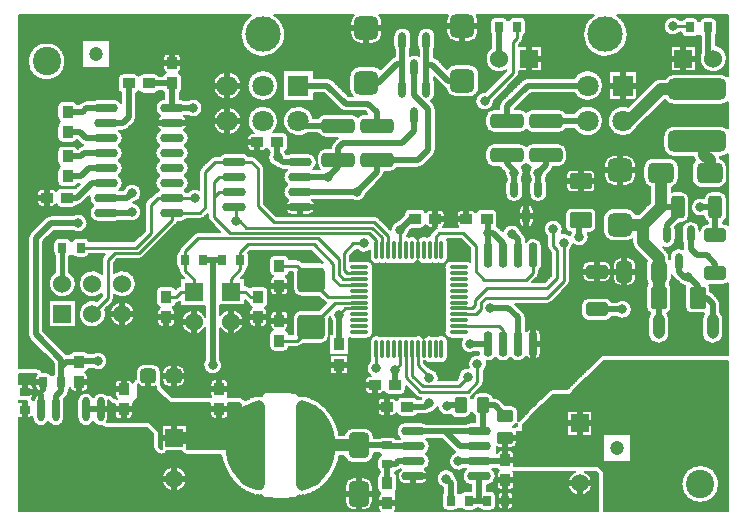
<source format=gtl>
G04 Layer_Physical_Order=1*
G04 Layer_Color=255*
%FSLAX24Y24*%
%MOIN*%
G70*
G01*
G75*
%ADD10C,0.0079*%
G04:AMPARAMS|DCode=11|XSize=279.5mil|YSize=218.5mil|CornerRadius=10.9mil|HoleSize=0mil|Usage=FLASHONLY|Rotation=270.000|XOffset=0mil|YOffset=0mil|HoleType=Round|Shape=RoundedRectangle|*
%AMROUNDEDRECTD11*
21,1,0.2795,0.1967,0,0,270.0*
21,1,0.2577,0.2185,0,0,270.0*
1,1,0.0219,-0.0983,-0.1288*
1,1,0.0219,-0.0983,0.1288*
1,1,0.0219,0.0983,0.1288*
1,1,0.0219,0.0983,-0.1288*
%
%ADD11ROUNDEDRECTD11*%
%ADD12O,0.0394X0.0846*%
%ADD13O,0.0281X0.0591*%
G04:AMPARAMS|DCode=14|XSize=51.2mil|YSize=72mil|CornerRadius=2.6mil|HoleSize=0mil|Usage=FLASHONLY|Rotation=0.000|XOffset=0mil|YOffset=0mil|HoleType=Round|Shape=RoundedRectangle|*
%AMROUNDEDRECTD14*
21,1,0.0512,0.0669,0,0,0.0*
21,1,0.0461,0.0720,0,0,0.0*
1,1,0.0051,0.0230,-0.0335*
1,1,0.0051,-0.0230,-0.0335*
1,1,0.0051,-0.0230,0.0335*
1,1,0.0051,0.0230,0.0335*
%
%ADD14ROUNDEDRECTD14*%
G04:AMPARAMS|DCode=15|XSize=51.2mil|YSize=72mil|CornerRadius=2.6mil|HoleSize=0mil|Usage=FLASHONLY|Rotation=90.000|XOffset=0mil|YOffset=0mil|HoleType=Round|Shape=RoundedRectangle|*
%AMROUNDEDRECTD15*
21,1,0.0512,0.0669,0,0,90.0*
21,1,0.0461,0.0720,0,0,90.0*
1,1,0.0051,0.0335,0.0230*
1,1,0.0051,0.0335,-0.0230*
1,1,0.0051,-0.0335,-0.0230*
1,1,0.0051,-0.0335,0.0230*
%
%ADD15ROUNDEDRECTD15*%
G04:AMPARAMS|DCode=16|XSize=82.7mil|YSize=78.7mil|CornerRadius=19.7mil|HoleSize=0mil|Usage=FLASHONLY|Rotation=0.000|XOffset=0mil|YOffset=0mil|HoleType=Round|Shape=RoundedRectangle|*
%AMROUNDEDRECTD16*
21,1,0.0827,0.0394,0,0,0.0*
21,1,0.0433,0.0787,0,0,0.0*
1,1,0.0394,0.0217,-0.0197*
1,1,0.0394,-0.0217,-0.0197*
1,1,0.0394,-0.0217,0.0197*
1,1,0.0394,0.0217,0.0197*
%
%ADD16ROUNDEDRECTD16*%
G04:AMPARAMS|DCode=17|XSize=86.6mil|YSize=68.9mil|CornerRadius=17.2mil|HoleSize=0mil|Usage=FLASHONLY|Rotation=180.000|XOffset=0mil|YOffset=0mil|HoleType=Round|Shape=RoundedRectangle|*
%AMROUNDEDRECTD17*
21,1,0.0866,0.0344,0,0,180.0*
21,1,0.0522,0.0689,0,0,180.0*
1,1,0.0344,-0.0261,0.0172*
1,1,0.0344,0.0261,0.0172*
1,1,0.0344,0.0261,-0.0172*
1,1,0.0344,-0.0261,-0.0172*
%
%ADD17ROUNDEDRECTD17*%
%ADD18C,0.0472*%
G04:AMPARAMS|DCode=19|XSize=47.2mil|YSize=74.8mil|CornerRadius=11.8mil|HoleSize=0mil|Usage=FLASHONLY|Rotation=90.000|XOffset=0mil|YOffset=0mil|HoleType=Round|Shape=RoundedRectangle|*
%AMROUNDEDRECTD19*
21,1,0.0472,0.0512,0,0,90.0*
21,1,0.0236,0.0748,0,0,90.0*
1,1,0.0236,0.0256,0.0118*
1,1,0.0236,0.0256,-0.0118*
1,1,0.0236,-0.0256,-0.0118*
1,1,0.0236,-0.0256,0.0118*
%
%ADD19ROUNDEDRECTD19*%
G04:AMPARAMS|DCode=20|XSize=47.2mil|YSize=74.8mil|CornerRadius=11.8mil|HoleSize=0mil|Usage=FLASHONLY|Rotation=180.000|XOffset=0mil|YOffset=0mil|HoleType=Round|Shape=RoundedRectangle|*
%AMROUNDEDRECTD20*
21,1,0.0472,0.0512,0,0,180.0*
21,1,0.0236,0.0748,0,0,180.0*
1,1,0.0236,-0.0118,0.0256*
1,1,0.0236,0.0118,0.0256*
1,1,0.0236,0.0118,-0.0256*
1,1,0.0236,-0.0118,-0.0256*
%
%ADD20ROUNDEDRECTD20*%
G04:AMPARAMS|DCode=21|XSize=110.2mil|YSize=47.2mil|CornerRadius=11.8mil|HoleSize=0mil|Usage=FLASHONLY|Rotation=180.000|XOffset=0mil|YOffset=0mil|HoleType=Round|Shape=RoundedRectangle|*
%AMROUNDEDRECTD21*
21,1,0.1102,0.0236,0,0,180.0*
21,1,0.0866,0.0472,0,0,180.0*
1,1,0.0236,-0.0433,0.0118*
1,1,0.0236,0.0433,0.0118*
1,1,0.0236,0.0433,-0.0118*
1,1,0.0236,-0.0433,-0.0118*
%
%ADD21ROUNDEDRECTD21*%
%ADD22O,0.0630X0.0118*%
%ADD23O,0.0118X0.0630*%
%ADD24O,0.0800X0.0295*%
G04:AMPARAMS|DCode=25|XSize=55.1mil|YSize=70.9mil|CornerRadius=13.8mil|HoleSize=0mil|Usage=FLASHONLY|Rotation=0.000|XOffset=0mil|YOffset=0mil|HoleType=Round|Shape=RoundedRectangle|*
%AMROUNDEDRECTD25*
21,1,0.0551,0.0433,0,0,0.0*
21,1,0.0276,0.0709,0,0,0.0*
1,1,0.0276,0.0138,-0.0217*
1,1,0.0276,-0.0138,-0.0217*
1,1,0.0276,-0.0138,0.0217*
1,1,0.0276,0.0138,0.0217*
%
%ADD25ROUNDEDRECTD25*%
G04:AMPARAMS|DCode=26|XSize=41mil|YSize=36mil|CornerRadius=1.8mil|HoleSize=0mil|Usage=FLASHONLY|Rotation=180.000|XOffset=0mil|YOffset=0mil|HoleType=Round|Shape=RoundedRectangle|*
%AMROUNDEDRECTD26*
21,1,0.0410,0.0324,0,0,180.0*
21,1,0.0374,0.0360,0,0,180.0*
1,1,0.0036,-0.0187,0.0162*
1,1,0.0036,0.0187,0.0162*
1,1,0.0036,0.0187,-0.0162*
1,1,0.0036,-0.0187,-0.0162*
%
%ADD26ROUNDEDRECTD26*%
G04:AMPARAMS|DCode=27|XSize=55.1mil|YSize=41.3mil|CornerRadius=10.3mil|HoleSize=0mil|Usage=FLASHONLY|Rotation=90.000|XOffset=0mil|YOffset=0mil|HoleType=Round|Shape=RoundedRectangle|*
%AMROUNDEDRECTD27*
21,1,0.0551,0.0207,0,0,90.0*
21,1,0.0344,0.0413,0,0,90.0*
1,1,0.0207,0.0103,0.0172*
1,1,0.0207,0.0103,-0.0172*
1,1,0.0207,-0.0103,-0.0172*
1,1,0.0207,-0.0103,0.0172*
%
%ADD27ROUNDEDRECTD27*%
G04:AMPARAMS|DCode=28|XSize=55.1mil|YSize=41.3mil|CornerRadius=10.3mil|HoleSize=0mil|Usage=FLASHONLY|Rotation=180.000|XOffset=0mil|YOffset=0mil|HoleType=Round|Shape=RoundedRectangle|*
%AMROUNDEDRECTD28*
21,1,0.0551,0.0207,0,0,180.0*
21,1,0.0344,0.0413,0,0,180.0*
1,1,0.0207,-0.0172,0.0103*
1,1,0.0207,0.0172,0.0103*
1,1,0.0207,0.0172,-0.0103*
1,1,0.0207,-0.0172,-0.0103*
%
%ADD28ROUNDEDRECTD28*%
G04:AMPARAMS|DCode=29|XSize=41mil|YSize=36mil|CornerRadius=1.8mil|HoleSize=0mil|Usage=FLASHONLY|Rotation=270.000|XOffset=0mil|YOffset=0mil|HoleType=Round|Shape=RoundedRectangle|*
%AMROUNDEDRECTD29*
21,1,0.0410,0.0324,0,0,270.0*
21,1,0.0374,0.0360,0,0,270.0*
1,1,0.0036,-0.0162,-0.0187*
1,1,0.0036,-0.0162,0.0187*
1,1,0.0036,0.0162,0.0187*
1,1,0.0036,0.0162,-0.0187*
%
%ADD29ROUNDEDRECTD29*%
G04:AMPARAMS|DCode=30|XSize=28mil|YSize=35.8mil|CornerRadius=2.8mil|HoleSize=0mil|Usage=FLASHONLY|Rotation=180.000|XOffset=0mil|YOffset=0mil|HoleType=Round|Shape=RoundedRectangle|*
%AMROUNDEDRECTD30*
21,1,0.0280,0.0302,0,0,180.0*
21,1,0.0224,0.0358,0,0,180.0*
1,1,0.0056,-0.0112,0.0151*
1,1,0.0056,0.0112,0.0151*
1,1,0.0056,0.0112,-0.0151*
1,1,0.0056,-0.0112,-0.0151*
%
%ADD30ROUNDEDRECTD30*%
G04:AMPARAMS|DCode=31|XSize=28mil|YSize=35.8mil|CornerRadius=2.8mil|HoleSize=0mil|Usage=FLASHONLY|Rotation=270.000|XOffset=0mil|YOffset=0mil|HoleType=Round|Shape=RoundedRectangle|*
%AMROUNDEDRECTD31*
21,1,0.0280,0.0302,0,0,270.0*
21,1,0.0224,0.0358,0,0,270.0*
1,1,0.0056,-0.0151,-0.0112*
1,1,0.0056,-0.0151,0.0112*
1,1,0.0056,0.0151,0.0112*
1,1,0.0056,0.0151,-0.0112*
%
%ADD31ROUNDEDRECTD31*%
G04:AMPARAMS|DCode=32|XSize=86.6mil|YSize=68.9mil|CornerRadius=17.2mil|HoleSize=0mil|Usage=FLASHONLY|Rotation=90.000|XOffset=0mil|YOffset=0mil|HoleType=Round|Shape=RoundedRectangle|*
%AMROUNDEDRECTD32*
21,1,0.0866,0.0344,0,0,90.0*
21,1,0.0522,0.0689,0,0,90.0*
1,1,0.0344,0.0172,0.0261*
1,1,0.0344,0.0172,-0.0261*
1,1,0.0344,-0.0172,-0.0261*
1,1,0.0344,-0.0172,0.0261*
%
%ADD32ROUNDEDRECTD32*%
%ADD33R,0.0394X0.0394*%
G04:AMPARAMS|DCode=34|XSize=54mil|YSize=50mil|CornerRadius=12.5mil|HoleSize=0mil|Usage=FLASHONLY|Rotation=180.000|XOffset=0mil|YOffset=0mil|HoleType=Round|Shape=RoundedRectangle|*
%AMROUNDEDRECTD34*
21,1,0.0540,0.0250,0,0,180.0*
21,1,0.0290,0.0500,0,0,180.0*
1,1,0.0250,-0.0145,0.0125*
1,1,0.0250,0.0145,0.0125*
1,1,0.0250,0.0145,-0.0125*
1,1,0.0250,-0.0145,-0.0125*
%
%ADD34ROUNDEDRECTD34*%
%ADD35O,0.0256X0.0807*%
G04:AMPARAMS|DCode=36|XSize=126mil|YSize=80.7mil|CornerRadius=20.2mil|HoleSize=0mil|Usage=FLASHONLY|Rotation=0.000|XOffset=0mil|YOffset=0mil|HoleType=Round|Shape=RoundedRectangle|*
%AMROUNDEDRECTD36*
21,1,0.1260,0.0404,0,0,0.0*
21,1,0.0856,0.0807,0,0,0.0*
1,1,0.0404,0.0428,-0.0202*
1,1,0.0404,-0.0428,-0.0202*
1,1,0.0404,-0.0428,0.0202*
1,1,0.0404,0.0428,0.0202*
%
%ADD36ROUNDEDRECTD36*%
G04:AMPARAMS|DCode=37|XSize=194.9mil|YSize=70.9mil|CornerRadius=17.7mil|HoleSize=0mil|Usage=FLASHONLY|Rotation=0.000|XOffset=0mil|YOffset=0mil|HoleType=Round|Shape=RoundedRectangle|*
%AMROUNDEDRECTD37*
21,1,0.1949,0.0354,0,0,0.0*
21,1,0.1594,0.0709,0,0,0.0*
1,1,0.0354,0.0797,-0.0177*
1,1,0.0354,-0.0797,-0.0177*
1,1,0.0354,-0.0797,0.0177*
1,1,0.0354,0.0797,0.0177*
%
%ADD37ROUNDEDRECTD37*%
%ADD38O,0.0295X0.0850*%
G04:AMPARAMS|DCode=39|XSize=90.6mil|YSize=82.7mil|CornerRadius=12.4mil|HoleSize=0mil|Usage=FLASHONLY|Rotation=0.000|XOffset=0mil|YOffset=0mil|HoleType=Round|Shape=RoundedRectangle|*
%AMROUNDEDRECTD39*
21,1,0.0906,0.0579,0,0,0.0*
21,1,0.0657,0.0827,0,0,0.0*
1,1,0.0248,0.0329,-0.0289*
1,1,0.0248,-0.0329,-0.0289*
1,1,0.0248,-0.0329,0.0289*
1,1,0.0248,0.0329,0.0289*
%
%ADD39ROUNDEDRECTD39*%
%ADD40R,0.0354X0.0394*%
%ADD41C,0.0197*%
%ADD42C,0.0394*%
%ADD43C,0.0098*%
%ADD44C,0.0157*%
%ADD45C,0.0945*%
%ADD46C,0.0709*%
%ADD47C,0.1181*%
%ADD48R,0.0709X0.0709*%
%ADD49R,0.0600X0.0600*%
%ADD50C,0.0600*%
%ADD51R,0.0600X0.0600*%
%ADD52R,0.0709X0.0709*%
%ADD53C,0.0315*%
G36*
X29693Y33884D02*
X29823Y33844D01*
X29974Y33783D01*
X30113Y33700D01*
X30238Y33596D01*
X30243Y33592D01*
X30392Y33426D01*
X30518Y33242D01*
X30618Y33043D01*
X30691Y32832D01*
X30735Y32614D01*
X30750Y32392D01*
X30735Y32169D01*
X30691Y31951D01*
X30618Y31741D01*
X30518Y31541D01*
X30392Y31358D01*
X30243Y31192D01*
X30241Y31190D01*
X30114Y31084D01*
X29973Y31000D01*
X29820Y30939D01*
X29686Y30897D01*
X29613Y30888D01*
X29542Y30907D01*
X29483Y30951D01*
X29444Y31013D01*
X29430Y31085D01*
Y33691D01*
X29444Y33765D01*
X29484Y33829D01*
X29545Y33874D01*
X29618Y33893D01*
X29693Y33884D01*
D02*
G37*
G36*
X28273Y33876D02*
X28332Y33833D01*
X28371Y33771D01*
X28385Y33699D01*
Y31093D01*
X28371Y31019D01*
X28331Y30955D01*
X28270Y30910D01*
X28197Y30891D01*
X28122Y30899D01*
X27992Y30940D01*
X27841Y31000D01*
X27701Y31084D01*
X27576Y31187D01*
X27572Y31192D01*
X27423Y31358D01*
X27297Y31542D01*
X27197Y31741D01*
X27124Y31951D01*
X27080Y32169D01*
X27065Y32392D01*
X27080Y32614D01*
X27124Y32832D01*
X27197Y33043D01*
X27297Y33242D01*
X27423Y33426D01*
X27572Y33592D01*
X27574Y33594D01*
X27701Y33699D01*
X27842Y33783D01*
X27995Y33845D01*
X28129Y33887D01*
X28202Y33895D01*
X28273Y33876D01*
D02*
G37*
D10*
X43531Y31109D02*
G03*
X43531Y31109I-630J0D01*
G01*
D02*
G03*
X43531Y31109I-630J0D01*
G01*
X36246Y32233D02*
G03*
X36112Y32124I0J-136D01*
G01*
X36706Y32097D02*
G03*
X36569Y32233I-136J0D01*
G01*
X36112Y32340D02*
G03*
X36235Y32303I123J184D01*
G01*
X36580D02*
G03*
X36801Y32525I0J221D01*
G01*
Y32731D02*
G03*
X36776Y32835I-221J0D01*
G01*
X20233Y34441D02*
G03*
X20197Y34436I0J-146D01*
G01*
X20617Y33950D02*
G03*
X20681Y34071I-82J121D01*
G01*
Y34295D02*
G03*
X20535Y34441I-146J0D01*
G01*
X20919Y34114D02*
G03*
X20674Y33892I0J-246D01*
G01*
X20792Y34764D02*
G03*
X20736Y34649I91J-115D01*
G01*
Y34347D02*
G03*
X20882Y34201I146J0D01*
G01*
X23116Y33169D02*
G03*
X23165Y33317I-197J148D01*
G01*
X23843Y33269D02*
G03*
X23979Y33405I0J136D01*
G01*
X23383D02*
G03*
X23519Y33269I136J0D01*
G01*
X24163Y34436D02*
G03*
X24359Y34337I196J144D01*
G01*
X24649D02*
G03*
X24754Y34360I0J243D01*
G01*
X26572Y33415D02*
G03*
X26708Y33279I136J0D01*
G01*
X27032D02*
G03*
X27168Y33415I0J136D01*
G01*
X20197Y33320D02*
G03*
X20233Y33315I36J142D01*
G01*
Y33831D02*
G03*
X20197Y33826I0J-146D01*
G01*
X20431Y33886D02*
G03*
X20460Y33831I186J64D01*
G01*
X20634Y33317D02*
G03*
X21169Y33179I285J0D01*
G01*
X20535Y33315D02*
G03*
X20634Y33354I0J146D01*
G01*
X21169Y33179D02*
G03*
X21705Y33317I250J138D01*
G01*
X22134D02*
G03*
X22669Y33179I285J0D01*
G01*
X20197Y33889D02*
G03*
X20233Y33886I36J182D01*
G01*
X20431D02*
G03*
X20460Y33831I186J64D01*
G01*
X21265Y34744D02*
G03*
X21106Y34835I-159J-95D01*
G01*
X20975D02*
G03*
X20792Y34961I-184J-71D01*
G01*
X20975Y34835D02*
G03*
X20792Y34961I-184J-71D01*
G01*
X20492Y36093D02*
G03*
X20567Y35911I256J0D01*
G01*
X20492Y36093D02*
G03*
X20567Y35912I256J0D01*
G01*
X21705Y33868D02*
G03*
X21695Y33941I-285J0D01*
G01*
X21785Y34031D02*
G03*
X21860Y34212I-181J181D01*
G01*
X21785Y34032D02*
G03*
X21860Y34212I-181J181D01*
G01*
X22669Y34006D02*
G03*
X22134Y33868I-250J-138D01*
G01*
X21860Y34230D02*
G03*
X21897Y34308I-144J117D01*
G01*
D02*
G03*
X22033Y34184I136J12D01*
G01*
X22357D02*
G03*
X22493Y34321I0J136D01*
G01*
X22502Y35463D02*
G03*
X22357Y35540I-145J-98D01*
G01*
X22033D02*
G03*
X21872Y35433I0J-175D01*
G01*
X22669Y33179D02*
G03*
X22971Y33036I250J138D01*
G01*
D02*
G03*
X23116Y32972I145J133D01*
G01*
X22971Y33036D02*
G03*
X23116Y32972I145J133D01*
G01*
X23468Y33947D02*
G03*
X23383Y33967I-85J-177D01*
G01*
Y34075D02*
G03*
X23471Y33948I136J0D01*
G01*
X23468Y33947D02*
G03*
X23383Y33967I-85J-177D01*
G01*
X25782Y31280D02*
G03*
X25782Y31280I-418J0D01*
G01*
X24933Y32087D02*
G03*
X25124Y32200I13J196D01*
G01*
X24656Y32352D02*
G03*
X24713Y32213I197J0D01*
G01*
X24656Y32352D02*
G03*
X24713Y32213I197J0D01*
G01*
X24782Y32144D02*
G03*
X24933Y32087I139J139D01*
G01*
X25603Y32200D02*
G03*
X25782Y32085I179J82D01*
G01*
X25603Y32200D02*
G03*
X25782Y32085I179J82D01*
G01*
X23108Y34082D02*
G03*
X22669Y34006I-189J-214D01*
G01*
X23303Y34032D02*
G03*
X23108Y34082I-139J-139D01*
G01*
X23519Y34585D02*
G03*
X23383Y34449I0J-136D01*
G01*
X23973Y34488D02*
G03*
X23843Y34585I-130J-39D01*
G01*
X22493Y34694D02*
G03*
X22405Y34822I-136J0D01*
G01*
D02*
G03*
X22528Y34951I-48J169D01*
G01*
X23140Y35207D02*
G03*
X22641Y35463I-315J0D01*
G01*
Y34951D02*
G03*
X23140Y35207I184J256D01*
G01*
X24951Y34360D02*
G03*
X24913Y34477I-197J0D01*
G01*
X24951Y34360D02*
G03*
X24913Y34477I-197J0D01*
G01*
X24956Y34580D02*
G03*
X25199Y34337I243J0D01*
G01*
X24077Y34613D02*
G03*
X23973Y34488I86J-177D01*
G01*
X24077Y34613D02*
G03*
X23973Y34488I86J-177D01*
G01*
X24913Y34477D02*
G03*
X24932Y34580I-263J103D01*
G01*
X25489Y34337D02*
G03*
X25733Y34580I0J243D01*
G01*
X24359Y35112D02*
G03*
X24077Y34830I0J-282D01*
G01*
X24932D02*
G03*
X24649Y35112I-282J0D01*
G01*
X25199Y35073D02*
G03*
X24956Y34830I0J-243D01*
G01*
X25733D02*
G03*
X25489Y35073I-243J0D01*
G01*
X22776Y37216D02*
G03*
X23091Y36781I-142J-435D01*
G01*
X21398Y38173D02*
G03*
X22091Y37782I236J-392D01*
G01*
D02*
G03*
X21870Y38173I-457J0D01*
G01*
X22943Y38119D02*
G03*
X22943Y37444I-309J-337D01*
G01*
X24052Y36781D02*
G03*
X24052Y36781I-418J0D01*
G01*
X23091D02*
G03*
X23069Y36924I-457J0D01*
G01*
X24800Y36486D02*
G03*
X24936Y36350I136J0D01*
G01*
X25260D02*
G03*
X25396Y36486I0J136D01*
G01*
X24889Y36987D02*
G03*
X24800Y36860I48J-127D01*
G01*
X25396D02*
G03*
X25308Y36987I-136J0D01*
G01*
X23295Y37151D02*
G03*
X23356Y37297I-146J146D01*
G01*
X23296Y37151D02*
G03*
X23356Y37297I-146J146D01*
G01*
Y37418D02*
G03*
X24091Y37782I278J364D01*
G01*
D02*
G03*
X23356Y38145I-457J0D01*
G01*
X24761Y37156D02*
G03*
X24889Y36987I175J0D01*
G01*
X25308D02*
G03*
X25435Y37136I-48J169D01*
G01*
X24936Y37705D02*
G03*
X24761Y37530I0J-175D01*
G01*
X25410Y37622D02*
G03*
X25260Y37705I-150J-92D01*
G01*
X25435Y37136D02*
G03*
X25556Y37184I-11J206D01*
G01*
X25435Y37136D02*
G03*
X25556Y37184I-11J206D01*
G01*
Y37714D02*
G03*
X25444Y37656I34J-204D01*
G01*
X25556Y37714D02*
G03*
X25444Y37656I34J-204D01*
G01*
X25522Y38218D02*
G03*
X25582Y38072I207J0D01*
G01*
X25431Y38412D02*
G03*
X25522Y38252I185J0D01*
G01*
Y38218D02*
G03*
X25583Y38072I207J0D01*
G01*
X26600Y34003D02*
G03*
X26565Y34006I-35J-194D01*
G01*
X26572Y34085D02*
G03*
X26600Y34003I136J0D01*
G01*
X27142Y34004D02*
G03*
X27168Y34085I-110J81D01*
G01*
X26708Y34595D02*
G03*
X26572Y34459I0J-136D01*
G01*
X27168D02*
G03*
X27032Y34595I-136J0D01*
G01*
X26393Y35257D02*
G03*
X26964Y35074I256J-184D01*
G01*
D02*
G03*
X26905Y35257I-315J0D01*
G01*
X27679Y33948D02*
G03*
X27539Y34006I-139J-139D01*
G01*
X27679Y33948D02*
G03*
X27539Y34006I-139J-139D01*
G01*
X31053Y30517D02*
G03*
X31344Y30226I290J0D01*
G01*
X31688D02*
G03*
X31978Y30517I0J290D01*
G01*
X31344Y31329D02*
G03*
X31053Y31038I0J-290D01*
G01*
X31978D02*
G03*
X31688Y31329I-290J0D01*
G01*
X31027Y32037D02*
G03*
X31344Y31801I316J93D01*
G01*
Y32982D02*
G03*
X31027Y32746I0J-330D01*
G01*
X32018Y32653D02*
G03*
X31688Y32982I-330J0D01*
G01*
Y31801D02*
G03*
X32018Y32131I0J330D01*
G01*
X31724Y34248D02*
G03*
X31860Y34111I136J0D01*
G01*
Y34707D02*
G03*
X31724Y34571I0J-136D01*
G01*
X31900Y35206D02*
G03*
X31909Y34707I197J-246D01*
G01*
X26393Y36687D02*
G03*
X26393Y36333I-379J-177D01*
G01*
X26905Y36306D02*
G03*
X27682Y36520I359J214D01*
G01*
X27871Y36486D02*
G03*
X28007Y36350I136J0D01*
G01*
X27682Y36520D02*
G03*
X26905Y36734I-418J0D01*
G01*
X28331Y36350D02*
G03*
X28467Y36486I0J136D01*
G01*
X27715Y38111D02*
G03*
X27775Y38252I-146J146D01*
G01*
X27715Y38112D02*
G03*
X27775Y38252I-146J146D01*
G01*
X27767Y37197D02*
G03*
X27832Y37153I146J146D01*
G01*
X27767Y37197D02*
G03*
X27832Y37153I146J146D01*
G01*
X27882Y37666D02*
G03*
X27736Y37726I-146J-146D01*
G01*
X27775Y38252D02*
G03*
X27866Y38412I-95J159D01*
G01*
X27832Y37153D02*
G03*
X27959Y36987I175J3D01*
G01*
D02*
G03*
X27871Y36860I48J-127D01*
G01*
X28467D02*
G03*
X28379Y36987I-136J0D01*
G01*
X28007Y37705D02*
G03*
X27889Y37659I0J-175D01*
G01*
X28379Y36987D02*
G03*
X28507Y37156I-48J169D01*
G01*
Y37530D02*
G03*
X28331Y37705I-175J0D01*
G01*
X27883Y37666D02*
G03*
X27736Y37726I-146J-146D01*
G01*
X29029Y35523D02*
G03*
X29203Y35679I0J175D01*
G01*
X28530Y35699D02*
G03*
X28705Y35523I175J0D01*
G01*
X29458Y35679D02*
G03*
X29605Y35740I0J207D01*
G01*
X29458Y35679D02*
G03*
X29604Y35739I0J207D01*
G01*
X28657Y36241D02*
G03*
X28530Y36072I48J-169D01*
G01*
X29203Y36092D02*
G03*
X29077Y36241I-174J-20D01*
G01*
X28569Y36369D02*
G03*
X28657Y36241I136J0D01*
G01*
X29077D02*
G03*
X29165Y36369I-48J127D01*
G01*
X30250Y35778D02*
G03*
X30531Y36059I0J281D01*
G01*
X30549Y36684D02*
G03*
X30610Y36555I307J68D01*
G01*
X31201Y35970D02*
G03*
X31280Y35955I79J202D01*
G01*
X31791D02*
G03*
X32008Y36171I0J217D01*
G01*
X28705Y36878D02*
G03*
X28569Y36742I0J-136D01*
G01*
X28570Y37529D02*
G03*
X28706Y37393I136J0D01*
G01*
X29165Y36742D02*
G03*
X29029Y36878I-136J0D01*
G01*
X28658Y38030D02*
G03*
X28570Y37903I48J-127D01*
G01*
X29030Y37393D02*
G03*
X29166Y37529I0J136D01*
G01*
X28531Y38199D02*
G03*
X28658Y38030I175J0D01*
G01*
X29166Y37903D02*
G03*
X29078Y38030I-136J0D01*
G01*
D02*
G03*
X29204Y38179I-48J169D01*
G01*
X29593Y36919D02*
G03*
X29311Y36638I0J-281D01*
G01*
Y37634D02*
G03*
X29593Y37352I281J0D01*
G01*
X30329Y38483D02*
G03*
X30250Y38494I-79J-270D01*
G01*
X30346Y37206D02*
G03*
X30434Y37154I146J146D01*
G01*
X30346Y37207D02*
G03*
X30434Y37154I146J146D01*
G01*
X29605Y38532D02*
G03*
X29458Y38593I-146J-146D01*
G01*
X29604Y38532D02*
G03*
X29458Y38593I-146J-146D01*
G01*
X32008Y38337D02*
G03*
X31791Y38553I-217J0D01*
G01*
X31890Y38652D02*
G03*
X32205Y38459I217J0D01*
G01*
X31280Y38553D02*
G03*
X31230Y38547I0J-217D01*
G01*
X20567Y39482D02*
G03*
X20492Y39301I181J-181D01*
G01*
X20567Y39482D02*
G03*
X20492Y39301I181J-181D01*
G01*
X21250Y40059D02*
G03*
X21069Y39984I0J-256D01*
G01*
X21250Y40059D02*
G03*
X21069Y39984I0J-256D01*
G01*
X21522Y39323D02*
G03*
X21337Y39137I0J-185D01*
G01*
Y38835D02*
G03*
X21398Y38698I185J0D01*
G01*
X21919Y39203D02*
G03*
X21746Y39323I-174J-65D01*
G01*
X22015Y38691D02*
G03*
X22132Y38650I117J144D01*
G01*
X22356D02*
G03*
X22533Y38780I0J185D01*
G01*
X22132Y39323D02*
G03*
X21959Y39203I0J-185D01*
G01*
X22533Y39193D02*
G03*
X22356Y39323I-177J-56D01*
G01*
X21982Y39547D02*
G03*
X22480Y39803I184J256D01*
G01*
D02*
G03*
X21982Y40059I-315J0D01*
G01*
X21309Y40352D02*
G03*
X21436Y40440I0J136D01*
G01*
X20799Y40488D02*
G03*
X20935Y40352I136J0D01*
G01*
Y40948D02*
G03*
X20799Y40812I0J-136D01*
G01*
X21436Y40860D02*
G03*
X21309Y40948I-127J-48D01*
G01*
X21436Y40440D02*
G03*
X21605Y40312I169J48D01*
G01*
X21979D02*
G03*
X22127Y40394I0J175D01*
G01*
D02*
G03*
X22307Y40469I-1J256D01*
G01*
X22127Y40394D02*
G03*
X22307Y40469I-1J256D01*
G01*
X21605Y40987D02*
G03*
X21436Y40860I0J-175D01*
G01*
X21474Y41171D02*
G03*
X21649Y40996I175J0D01*
G01*
X21555Y41693D02*
G03*
X21474Y41545I94J-148D01*
G01*
X21649Y42390D02*
G03*
X21474Y42215I0J-175D01*
G01*
Y41841D02*
G03*
X21555Y41693I175J0D01*
G01*
X22134Y42284D02*
G03*
X21973Y42390I-161J-69D01*
G01*
X22074Y40959D02*
G03*
X21979Y40987I-95J-148D01*
G01*
X21973Y40996D02*
G03*
X22134Y41102I0J175D01*
G01*
X22344Y42397D02*
G03*
X22187Y42322I24J-255D01*
G01*
X22344Y42397D02*
G03*
X22187Y42323I24J-255D01*
G01*
X23004Y38719D02*
G03*
X22943Y38573I146J-146D01*
G01*
X23003Y38719D02*
G03*
X22943Y38573I146J-146D01*
G01*
X22663Y40392D02*
G03*
X22838Y39837I175J-250D01*
G01*
X23343D02*
G03*
X23509Y39886I0J305D01*
G01*
X24178Y38602D02*
G03*
X24324Y38663I0J207D01*
G01*
X24178Y38602D02*
G03*
X24324Y38663I0J207D01*
G01*
X25522Y38874D02*
G03*
X25431Y38714I94J-160D01*
G01*
X25582Y39005D02*
G03*
X25522Y38874I146J-146D01*
G01*
X25583Y39005D02*
G03*
X25522Y38874I146J-146D01*
G01*
X25436Y39775D02*
G03*
X25479Y39837I-146J146D01*
G01*
X23837Y39886D02*
G03*
X24272Y40177I120J291D01*
G01*
X25437Y39776D02*
G03*
X25479Y39837I-146J146D01*
G01*
X25543D02*
G03*
X25767Y39935I0J305D01*
G01*
X22539Y40700D02*
G03*
X22663Y40392I299J-59D01*
G01*
X24272Y40177D02*
G03*
X24001Y40489I-315J0D01*
G01*
X24440Y40550D02*
G03*
X24380Y40404I146J-146D01*
G01*
X24441Y40550D02*
G03*
X24380Y40404I146J-146D01*
G01*
X23526Y40898D02*
G03*
X23648Y41142I-183J244D01*
G01*
X23518Y41392D02*
G03*
X23648Y41642I-175J250D01*
G01*
D02*
G03*
X23518Y41892I-305J0D01*
G01*
X23648Y41142D02*
G03*
X23518Y41392I-305J0D01*
G01*
X23648Y42142D02*
G03*
X23518Y42392I-305J0D01*
G01*
Y41892D02*
G03*
X23648Y42142I-175J250D01*
G01*
X24281Y40807D02*
G03*
X23665Y40898I-315J0D01*
G01*
X24006Y40495D02*
G03*
X24281Y40807I-40J312D01*
G01*
X24813Y40848D02*
G03*
X24678Y40788I11J-206D01*
G01*
X24813Y40848D02*
G03*
X24679Y40788I11J-206D01*
G01*
X24863Y41392D02*
G03*
X24863Y40892I175J-250D01*
G01*
D02*
G03*
X24813Y40848I175J-250D01*
G01*
X25769Y40846D02*
G03*
X25718Y40892I-226J-205D01*
G01*
X25848Y41142D02*
G03*
X25718Y41392I-305J0D01*
G01*
Y40892D02*
G03*
X25848Y41142I-175J250D01*
G01*
X24863Y41892D02*
G03*
X24863Y41392I175J-250D01*
G01*
X25848Y41642D02*
G03*
X25718Y41892I-305J0D01*
G01*
Y41392D02*
G03*
X25848Y41642I-175J250D01*
G01*
X24863Y42392D02*
G03*
X24863Y41892I175J-250D01*
G01*
X25848Y42142D02*
G03*
X25718Y42392I-305J0D01*
G01*
Y41892D02*
G03*
X25848Y42142I-175J250D01*
G01*
X21555Y43179D02*
G03*
X21474Y43031I94J-148D01*
G01*
Y42657D02*
G03*
X21649Y42482I175J0D01*
G01*
X21474Y43327D02*
G03*
X21555Y43179I175J0D01*
G01*
X21649Y43877D02*
G03*
X21474Y43701I0J-175D01*
G01*
X22134Y43770D02*
G03*
X21973Y43877I-161J-69D01*
G01*
X22236Y42461D02*
G03*
X22344Y42397I181J181D01*
G01*
X21973Y42482D02*
G03*
X22126Y42571I0J175D01*
G01*
X22236Y42461D02*
G03*
X22344Y42397I181J181D01*
G01*
X22441Y43898D02*
G03*
X22260Y43822I0J-256D01*
G01*
X22441Y43898D02*
G03*
X22260Y43823I0J-256D01*
G01*
X22838Y43947D02*
G03*
X22672Y43898I0J-305D01*
G01*
X21742Y45197D02*
G03*
X21742Y45197I-630J0D01*
G01*
D02*
G03*
X21742Y45197I-630J0D01*
G01*
X23518Y42392D02*
G03*
X23648Y42642I-175J250D01*
G01*
D02*
G03*
X23526Y42886I-305J0D01*
G01*
X23654D02*
G03*
X23835Y42961I0J256D01*
G01*
X23654Y42886D02*
G03*
X23835Y42961I0J256D01*
G01*
X24029Y43155D02*
G03*
X24104Y43336I-181J181D01*
G01*
X24029Y43155D02*
G03*
X24104Y43336I-181J181D01*
G01*
X23592Y43818D02*
G03*
X23343Y43947I-249J-176D01*
G01*
X24901Y42914D02*
G03*
X24863Y42392I137J-272D01*
G01*
X25848Y42642D02*
G03*
X25680Y42914I-305J0D01*
G01*
X25718Y42392D02*
G03*
X25848Y42642I-175J250D01*
G01*
X25680Y42914D02*
G03*
X25809Y43142I-137J228D01*
G01*
X25035Y43947D02*
G03*
X24901Y43369I4J-305D01*
G01*
D02*
G03*
X24901Y42914I137J-228D01*
G01*
X25709Y43898D02*
G03*
X25546Y43947I-166J-256D01*
G01*
X25809Y43142D02*
G03*
X25680Y43369I-266J0D01*
G01*
D02*
G03*
X25709Y43386I-137J272D01*
G01*
X23486Y44297D02*
G03*
X23592Y44135I175J0D01*
G01*
X23661Y44796D02*
G03*
X23486Y44621I0J-175D01*
G01*
X24104Y44135D02*
G03*
X24183Y44203I-69J161D01*
G01*
Y44715D02*
G03*
X24035Y44796I-148J-94D01*
G01*
X24183Y44203D02*
G03*
X24331Y44121I148J94D01*
G01*
X24705D02*
G03*
X24853Y44203I0J175D01*
G01*
X24331Y44796D02*
G03*
X24183Y44715I0J-175D01*
G01*
X24853Y44715D02*
G03*
X24705Y44796I-148J-94D01*
G01*
X24972Y44203D02*
G03*
X25035Y44126I161J69D01*
G01*
X25085Y44814D02*
G03*
X24972Y44715I48J-169D01*
G01*
X25546Y44120D02*
G03*
X25633Y44271I-89J151D01*
G01*
X24997Y44941D02*
G03*
X25085Y44814I136J0D01*
G01*
X25633Y44645D02*
G03*
X25505Y44814I-175J0D01*
G01*
D02*
G03*
X25593Y44941I-48J127D01*
G01*
X25133Y45451D02*
G03*
X24997Y45315I0J-136D01*
G01*
X25593D02*
G03*
X25457Y45451I-136J0D01*
G01*
X26171Y39508D02*
G03*
X26025Y39447I0J-207D01*
G01*
X26171Y39508D02*
G03*
X26025Y39447I0J-207D01*
G01*
X27866Y38714D02*
G03*
X27833Y38820I-185J0D01*
G01*
X26201Y40918D02*
G03*
X25815Y40846I-148J-278D01*
G01*
X26262Y41662D02*
G03*
X26201Y41516I146J-146D01*
G01*
X26215Y39935D02*
G03*
X26361Y39996I0J207D01*
G01*
X26215Y39935D02*
G03*
X26361Y39996I0J207D01*
G01*
X26486Y40010D02*
G03*
X26547Y39863I207J0D01*
G01*
X26486Y40010D02*
G03*
X26547Y39864I207J0D01*
G01*
X26261Y41662D02*
G03*
X26201Y41516I146J-146D01*
G01*
X28356Y41624D02*
G03*
X28296Y41770I-207J0D01*
G01*
X28706Y38749D02*
G03*
X28531Y38573I0J-175D01*
G01*
X28356Y41624D02*
G03*
X28295Y41770I-207J0D01*
G01*
X28795Y41660D02*
G03*
X28976Y41585I181J181D01*
G01*
X26732Y42047D02*
G03*
X26586Y41987I0J-207D01*
G01*
X26732Y42047D02*
G03*
X26586Y41986I0J-207D01*
G01*
X27110Y42146D02*
G03*
X26885Y42047I0J-305D01*
G01*
X28079Y41987D02*
G03*
X27933Y42047I-146J-146D01*
G01*
X28080Y41986D02*
G03*
X27933Y42047I-146J-146D01*
G01*
X27839D02*
G03*
X27615Y42146I-224J-207D01*
G01*
X28544Y42168D02*
G03*
X28769Y41686I265J-170D01*
G01*
X27807Y42338D02*
G03*
X27943Y42202I136J0D01*
G01*
Y42798D02*
G03*
X27807Y42662I0J-136D01*
G01*
X28317Y42202D02*
G03*
X28444Y42290I0J136D01*
G01*
D02*
G03*
X28544Y42177I169J48D01*
G01*
X29204Y38593D02*
G03*
X29030Y38749I-174J-20D01*
G01*
X29173Y40568D02*
G03*
X29310Y40075I137J-228D01*
G01*
X29815D02*
G03*
X30080Y40341I0J266D01*
G01*
D02*
G03*
X29952Y40568I-266J0D01*
G01*
X31455Y38917D02*
G03*
X31890Y38878I238J207D01*
G01*
X29127Y41585D02*
G03*
X29135Y41091I183J-244D01*
G01*
D02*
G03*
X29173Y40568I175J-250D01*
G01*
X28795Y41660D02*
G03*
X28976Y41585I181J181D01*
G01*
X29108Y42096D02*
G03*
X29065Y42181I-299J-98D01*
G01*
D02*
G03*
X29162Y42338I-79J157D01*
G01*
X29952Y40568D02*
G03*
X29981Y40585I-137J272D01*
G01*
X29998Y41596D02*
G03*
X30120Y41841I-183J244D01*
G01*
X29310Y42146D02*
G03*
X29144Y42096I0J-305D01*
G01*
X30120Y41841D02*
G03*
X29815Y42146I-305J0D01*
G01*
X29162Y42662D02*
G03*
X28986Y42837I-175J0D01*
G01*
X31267Y40585D02*
G03*
X31762Y40789I184J256D01*
G01*
X30128Y41791D02*
G03*
X30209Y41596I276J0D01*
G01*
X30404Y42303D02*
G03*
X30128Y42028I0J-276D01*
G01*
X30165Y42795D02*
G03*
X30404Y42657I239J138D01*
G01*
X30656Y42494D02*
G03*
X30581Y42313I181J-181D01*
G01*
X30656Y42494D02*
G03*
X30581Y42313I181J-181D01*
G01*
X25810Y43386D02*
G03*
X26309Y43642I184J256D01*
G01*
D02*
G03*
X25810Y43898I-315J0D01*
G01*
X27608Y43209D02*
G03*
X27608Y43209I-472J0D01*
G01*
Y44390D02*
G03*
X27608Y44390I-472J0D01*
G01*
X28669Y42837D02*
G03*
X28829Y43209I-352J371D01*
G01*
D02*
G03*
X28011Y42798I-512J0D01*
G01*
X28829Y44390D02*
G03*
X28829Y44390I-512J0D01*
G01*
X27933Y46732D02*
G03*
X29065Y46091I384J-642D01*
G01*
X27933Y46732D02*
G03*
X29065Y46091I384J-642D01*
G01*
D02*
G03*
X28701Y46732I-748J0D01*
G01*
X29065Y46091D02*
G03*
X28701Y46732I-748J0D01*
G01*
X30000Y43307D02*
G03*
X29800Y42795I-502J-98D01*
G01*
X30404Y43445D02*
G03*
X30165Y43307I0J-276D01*
G01*
X31476Y43352D02*
G03*
X31270Y43445I-207J-182D01*
G01*
X30902Y43599D02*
G03*
X31083Y43524I181J181D01*
G01*
X31683Y43445D02*
G03*
X31476Y43352I0J-276D01*
G01*
X30901Y43599D02*
G03*
X31083Y43524I181J181D01*
G01*
X31201Y44291D02*
G03*
X31310Y44035I354J0D01*
G01*
X30654Y44570D02*
G03*
X30472Y44646I-181J-181D01*
G01*
X30653Y44571D02*
G03*
X30472Y44646I-181J-181D01*
G01*
X31555Y45039D02*
G03*
X31201Y44685I0J-354D01*
G01*
X31240Y46102D02*
G03*
X31555Y45787I315J0D01*
G01*
X31347Y46732D02*
G03*
X31240Y46496I208J-236D01*
G01*
X32172Y30295D02*
G03*
X32214Y30197I136J0D01*
G01*
X32727D02*
G03*
X32768Y30295I-94J98D01*
G01*
X32234Y30783D02*
G03*
X32172Y30669I74J-114D01*
G01*
X32768D02*
G03*
X32746Y30744I-136J0D01*
G01*
Y30831D02*
G03*
X32808Y30965I-114J134D01*
G01*
X32133D02*
G03*
X32234Y30806I175J0D01*
G01*
X32215Y31487D02*
G03*
X32133Y31339I94J-148D01*
G01*
X32808D02*
G03*
X32726Y31487I-175J0D01*
G01*
X32134Y31670D02*
G03*
X32215Y31517I185J0D01*
G01*
X32746Y31526D02*
G03*
X32925Y31598I0J256D01*
G01*
X32937Y31592D02*
G03*
X33074Y31098I137J-228D01*
G01*
X32746Y31526D02*
G03*
X32925Y31598I0J256D01*
G01*
X33845Y31364D02*
G03*
X33716Y31592I-266J0D01*
G01*
X33579Y31098D02*
G03*
X33845Y31364I0J266D01*
G01*
X33716Y31592D02*
G03*
X33884Y31864I-137J272D01*
G01*
X32252Y32066D02*
G03*
X32134Y31893I67J-173D01*
G01*
X32203Y32136D02*
G03*
X32252Y32107I117J144D01*
G01*
X32766Y32620D02*
G03*
X32622Y32689I-144J-117D01*
G01*
X32319D02*
G03*
X32203Y32648I0J-185D01*
G01*
X32147Y33519D02*
G03*
X32283Y33383I136J0D01*
G01*
Y33979D02*
G03*
X32147Y33843I0J-136D01*
G01*
X32784Y33891D02*
G03*
X32657Y33979I-127J-48D01*
G01*
Y33383D02*
G03*
X32784Y33471I0J136D01*
G01*
D02*
G03*
X32953Y33344I169J48D01*
G01*
X33884Y31864D02*
G03*
X33754Y32114I-305J0D01*
G01*
D02*
G03*
X33884Y32364I-175J250D01*
G01*
D02*
G03*
X33762Y32608I-305J0D01*
G01*
X33745Y33120D02*
G03*
X33579Y33169I-166J-256D01*
G01*
X33074D02*
G03*
X32891Y32620I0J-305D01*
G01*
X33327Y33344D02*
G03*
X33475Y33425I0J175D01*
G01*
X33740D02*
G03*
X33908Y33488I0J256D01*
G01*
X33598Y33976D02*
G03*
X33575Y33937I260J-177D01*
G01*
X33740Y33425D02*
G03*
X33908Y33488I0J256D01*
G01*
X34689Y30215D02*
G03*
X34835Y30285I0J185D01*
G01*
X34280Y30400D02*
G03*
X34465Y30215I185J0D01*
G01*
X34929Y30285D02*
G03*
X35075Y30215I146J115D01*
G01*
X35299D02*
G03*
X35452Y30295I0J185D01*
G01*
X35533D02*
G03*
X35686Y30215I153J105D01*
G01*
X34321Y30819D02*
G03*
X34280Y30702I144J-117D01*
G01*
X34740Y31340D02*
G03*
X34321Y30994I-311J-51D01*
G01*
X35075Y30888D02*
G03*
X34916Y30797I0J-185D01*
G01*
X35909Y30215D02*
G03*
X36095Y30400I0J185D01*
G01*
X36149D02*
G03*
X36296Y30254I146J0D01*
G01*
X36095Y30702D02*
G03*
X35909Y30888I-185J0D01*
G01*
X36109Y31053D02*
G03*
X36246Y30917I136J0D01*
G01*
X36296Y30848D02*
G03*
X36149Y30702I0J-146D01*
G01*
X34833Y31142D02*
G03*
X34758Y31323I-256J0D01*
G01*
X34833Y31142D02*
G03*
X34758Y31323I-256J0D01*
G01*
X33908Y33488D02*
G03*
X34145Y33669I-50J311D01*
G01*
X34145D02*
G03*
X34590Y33415I313J31D01*
G01*
D02*
G03*
X34808Y33297I218J143D01*
G01*
X35091Y31608D02*
G03*
X35271Y31059I183J-244D01*
G01*
X35783D02*
G03*
X36084Y31364I-4J305D01*
G01*
X36198Y31554D02*
G03*
X36109Y31427I48J-127D01*
G01*
X34741Y32164D02*
G03*
X35022Y31608I98J-299D01*
G01*
X35274Y33169D02*
G03*
X35108Y33120I0J-305D01*
G01*
X35015Y33297D02*
G03*
X35262Y33474I0J261D01*
G01*
X36113Y31608D02*
G03*
X36198Y31554I133J115D01*
G01*
X36084Y31364D02*
G03*
X35962Y31608I-305J0D01*
G01*
X35309Y33474D02*
G03*
X35404Y33347I247J84D01*
G01*
X36234Y33911D02*
G03*
X36053Y33986I-181J-181D01*
G01*
X31890Y35344D02*
G03*
X31900Y35280I217J0D01*
G01*
X32234Y34111D02*
G03*
X32361Y34200I0J136D01*
G01*
D02*
G03*
X32530Y34072I169J48D01*
G01*
X32205Y36049D02*
G03*
X31890Y35856I-98J-193D01*
G01*
X32402Y36049D02*
G03*
X32205Y36049I-98J-193D01*
G01*
X32008Y36171D02*
G03*
X31984Y36270I-217J0D01*
G01*
X32008Y36368D02*
G03*
X31984Y36467I-217J0D01*
G01*
Y36270D02*
G03*
X32008Y36368I-193J98D01*
G01*
X31984Y36467D02*
G03*
X32008Y36565I-193J98D01*
G01*
X32598Y36049D02*
G03*
X32402Y36049I-98J-193D01*
G01*
X32795D02*
G03*
X32598Y36049I-98J-193D01*
G01*
X32953Y34018D02*
G03*
X32784Y33891I0J-175D01*
G01*
X32904Y34072D02*
G03*
X33079Y34248I0J175D01*
G01*
X33475Y33937D02*
G03*
X33327Y34018I-148J-94D01*
G01*
X33426Y34037D02*
G03*
X33573Y33976I146J146D01*
G01*
X33427Y34037D02*
G03*
X33573Y33976I146J146D01*
G01*
X32992Y36049D02*
G03*
X32795Y36049I-98J-193D01*
G01*
X33189D02*
G03*
X32992Y36049I-98J-193D01*
G01*
X33386D02*
G03*
X33189Y36049I-98J-193D01*
G01*
X33681Y35947D02*
G03*
X33386Y36049I-197J-90D01*
G01*
X31984Y36860D02*
G03*
X32008Y36959I-193J98D01*
G01*
X31984Y37057D02*
G03*
X32008Y37156I-193J98D01*
G01*
Y36959D02*
G03*
X31984Y37057I-217J0D01*
G01*
X32008Y36565D02*
G03*
X31984Y36663I-217J0D01*
G01*
X32008Y36762D02*
G03*
X31984Y36860I-217J0D01*
G01*
Y36663D02*
G03*
X32008Y36762I-193J98D01*
G01*
X31984Y37451D02*
G03*
X32008Y37549I-193J98D01*
G01*
X31984Y38041D02*
G03*
X32008Y38140I-193J98D01*
G01*
Y37746D02*
G03*
X31984Y37844I-217J0D01*
G01*
X32008Y37156D02*
G03*
X31984Y37254I-217J0D01*
G01*
X32008Y37352D02*
G03*
X31984Y37451I-217J0D01*
G01*
Y37254D02*
G03*
X32008Y37352I-193J98D01*
G01*
Y37549D02*
G03*
X31984Y37648I-217J0D01*
G01*
Y37844D02*
G03*
X32008Y37943I-193J98D01*
G01*
X31984Y37648D02*
G03*
X32008Y37746I-193J98D01*
G01*
Y38140D02*
G03*
X31984Y38238I-217J0D01*
G01*
X32008Y37943D02*
G03*
X31984Y38041I-217J0D01*
G01*
Y38238D02*
G03*
X32008Y38337I-193J98D01*
G01*
X32205Y38459D02*
G03*
X32402Y38459I98J193D01*
G01*
X32402D02*
G03*
X32598Y38459I98J193D01*
G01*
D02*
G03*
X32795Y38459I98J193D01*
G01*
D02*
G03*
X32992Y38459I98J193D01*
G01*
X32992D02*
G03*
X33189Y38459I98J193D01*
G01*
Y39356D02*
G03*
X33128Y39377I-98J-193D01*
G01*
X32843Y39897D02*
G03*
X32579Y39584I51J-311D01*
G01*
X33128Y39377D02*
G03*
X33204Y39536I-235J210D01*
G01*
X33189Y38459D02*
G03*
X33484Y38561I98J193D01*
G01*
Y39254D02*
G03*
X33189Y39356I-197J-90D01*
G01*
X33780D02*
G03*
X33484Y39254I-98J-193D01*
G01*
Y38561D02*
G03*
X33780Y38459I197J90D01*
G01*
X33572Y39613D02*
G03*
X33741Y39741I0J175D01*
G01*
X34183Y34646D02*
G03*
X33875Y34961I-315J0D01*
G01*
X34173Y34567D02*
G03*
X34183Y34646I-305J79D01*
G01*
X35183Y34990D02*
G03*
X34837Y34637I-34J-313D01*
G01*
X33691Y35235D02*
G03*
X33976Y35152I187J109D01*
G01*
X33976D02*
G03*
X34173Y35152I98J193D01*
G01*
D02*
G03*
X34488Y35344I98J193D01*
G01*
X35254Y34006D02*
G03*
X35294Y34037I-107J177D01*
G01*
X35254Y34006D02*
G03*
X35294Y34037I-107J177D01*
G01*
X35556Y34163D02*
G03*
X35309Y33986I0J-261D01*
G01*
X36010D02*
G03*
X35763Y34163I-247J-84D01*
G01*
X36234Y33911D02*
G03*
X36053Y33986I-181J-181D01*
G01*
X35620Y34363D02*
G03*
X35681Y34510I-146J146D01*
G01*
X35620Y34363D02*
G03*
X35681Y34510I-146J146D01*
G01*
Y34872D02*
G03*
X35789Y35110I-207J238D01*
G01*
D02*
G03*
X35776Y35199I-315J0D01*
G01*
X35533Y35419D02*
G03*
X35183Y34990I-58J-310D01*
G01*
X35776Y35199D02*
G03*
X36077Y35325I51J301D01*
G01*
X35522Y35500D02*
G03*
X35533Y35419I305J0D01*
G01*
X33976Y36049D02*
G03*
X33681Y35947I-98J-193D01*
G01*
X34488Y35856D02*
G03*
X34173Y36049I-217J0D01*
G01*
D02*
G03*
X33976Y36049I-98J-193D01*
G01*
X34394Y36467D02*
G03*
X34394Y36270I193J-98D01*
G01*
Y36663D02*
G03*
X34394Y36467I193J-98D01*
G01*
Y37057D02*
G03*
X34394Y36860I193J-98D01*
G01*
D02*
G03*
X34394Y36663I193J-98D01*
G01*
Y37254D02*
G03*
X34394Y37057I193J-98D01*
G01*
Y37648D02*
G03*
X34394Y37451I193J-98D01*
G01*
Y37451D02*
G03*
X34394Y37254I193J-98D01*
G01*
Y38041D02*
G03*
X34394Y37844I193J-98D01*
G01*
D02*
G03*
X34394Y37648I193J-98D01*
G01*
Y38238D02*
G03*
X34394Y38041I193J-98D01*
G01*
X33872Y39380D02*
G03*
X33780Y39356I6J-216D01*
G01*
Y38459D02*
G03*
X33976Y38459I98J193D01*
G01*
X33741Y39741D02*
G03*
X33869Y39653I127J48D01*
G01*
X33929Y39487D02*
G03*
X33872Y39380I146J-146D01*
G01*
X33929Y39487D02*
G03*
X33872Y39380I146J-146D01*
G01*
X33976Y38459D02*
G03*
X34173Y38459I98J193D01*
G01*
X34109Y39653D02*
G03*
X34057Y39615I94J-184D01*
G01*
X34488Y39163D02*
G03*
X34465Y39262I-217J0D01*
G01*
X34109Y39653D02*
G03*
X34056Y39614I94J-184D01*
G01*
X34173Y38459D02*
G03*
X34488Y38652I98J193D01*
G01*
X34394Y36270D02*
G03*
X34587Y35955I193J-98D01*
G01*
Y38553D02*
G03*
X34394Y38238I0J-217D01*
G01*
X34966Y35955D02*
G03*
X35410Y35522I260J-177D01*
G01*
X35217Y38518D02*
G03*
X35098Y38553I-118J-181D01*
G01*
X36519Y30254D02*
G03*
X36665Y30400I0J146D01*
G01*
Y30702D02*
G03*
X36519Y30848I-146J0D01*
G01*
X36569Y30917D02*
G03*
X36706Y31053I0J136D01*
G01*
X36669Y31519D02*
G03*
X36705Y31516I36J194D01*
G01*
X36706Y31427D02*
G03*
X36669Y31519I-136J0D01*
G01*
X36776Y33031D02*
G03*
X36661Y32995I0J-197D01*
G01*
X36776Y33031D02*
G03*
X36661Y32995I0J-197D01*
G01*
Y33025D02*
G03*
X36797Y33129I-82J248D01*
G01*
X36797D02*
G03*
X36791Y33081I191J-48D01*
G01*
X36797Y33129D02*
G03*
X36791Y33081I191J-48D01*
G01*
X36849Y33220D02*
G03*
X36829Y33197I139J-139D01*
G01*
X36849Y33220D02*
G03*
X36829Y33197I139J-139D01*
G01*
X36841Y33479D02*
G03*
X36580Y33740I-261J0D01*
G01*
X36829Y33197D02*
G03*
X36841Y33273I-250J76D01*
G01*
X36077Y35325D02*
G03*
X36577Y35325I250J175D01*
G01*
D02*
G03*
X37099Y35363I250J175D01*
G01*
D02*
G03*
X37593Y35500I228J137D01*
G01*
X37099Y36192D02*
G03*
X37083Y36221I-272J-137D01*
G01*
X37593Y36055D02*
G03*
X37099Y36192I-266J0D01*
G01*
X37083Y36667D02*
G03*
X37008Y36848I-256J0D01*
G01*
X37083Y36667D02*
G03*
X37007Y36849I-256J0D01*
G01*
X37795Y37116D02*
G03*
X37942Y37177I0J207D01*
G01*
X37795Y37116D02*
G03*
X37941Y37177I0J207D01*
G01*
X37982Y34272D02*
G03*
X37843Y34214I0J-197D01*
G01*
X37982Y34272D02*
G03*
X37843Y34214I0J-197D01*
G01*
X38727Y31516D02*
G03*
X39306Y31130I161J-386D01*
G01*
D02*
G03*
X39049Y31516I-418J0D01*
G01*
X39695Y35413D02*
G03*
X39556Y35356I0J-197D01*
G01*
X39695Y35413D02*
G03*
X39556Y35356I0J-197D01*
G01*
X41159Y36132D02*
G03*
X41868Y36132I354J0D01*
G01*
X38917Y36811D02*
G03*
X39193Y36535I276J0D01*
G01*
X39705D02*
G03*
X39943Y36673I0J276D01*
G01*
X40122D02*
G03*
X40620Y36929I184J256D01*
G01*
X41234Y36802D02*
G03*
X41159Y36585I279J-218D01*
G01*
X41102Y36978D02*
G03*
X41234Y36802I183J0D01*
G01*
X41868Y36585D02*
G03*
X41794Y36802I-354J0D01*
G01*
Y36802D02*
G03*
X41929Y36978I-48J177D01*
G01*
X42402D02*
G03*
X42585Y36795I183J0D01*
G01*
X42955Y36132D02*
G03*
X43663Y36132I354J0D01*
G01*
X43024Y36795D02*
G03*
X42955Y36585I285J-211D01*
G01*
X43663D02*
G03*
X43565Y36830I-354J0D01*
G01*
X38502Y37737D02*
G03*
X38563Y37884I-146J146D01*
G01*
X38502Y37738D02*
G03*
X38563Y37884I-146J146D01*
G01*
X37473Y38007D02*
G03*
X37533Y38154I-146J146D01*
G01*
X37473Y38007D02*
G03*
X37533Y38154I-146J146D01*
G01*
Y38226D02*
G03*
X37632Y38450I-207J224D01*
G01*
X39193Y37323D02*
G03*
X38917Y37047I0J-276D01*
G01*
X39943Y37185D02*
G03*
X39705Y37323I-239J-138D01*
G01*
X38957Y38071D02*
G03*
X39193Y37835I236J0D01*
G01*
Y38543D02*
G03*
X38957Y38307I0J-236D01*
G01*
X39705Y37835D02*
G03*
X39941Y38071I0J236D01*
G01*
Y38307D02*
G03*
X39705Y38543I-236J0D01*
G01*
X37632Y39005D02*
G03*
X37083Y39188I-305J0D01*
G01*
X37795Y39045D02*
G03*
X37856Y38899I207J0D01*
G01*
X37795Y39045D02*
G03*
X37856Y38899I207J0D01*
G01*
X37083Y39276D02*
G03*
X37008Y39457I-256J0D01*
G01*
X37083Y39276D02*
G03*
X37007Y39457I-256J0D01*
G01*
X36915Y39549D02*
G03*
X36310Y39525I-299J-98D01*
G01*
X36842Y39885D02*
G03*
X37358Y39885I258J0D01*
G01*
X38317Y39606D02*
G03*
X37795Y39369I-315J0D01*
G01*
X38280Y39459D02*
G03*
X38317Y39606I-279J147D01*
G01*
X38563Y38916D02*
G03*
X38666Y39099I-207J238D01*
G01*
X38666D02*
G03*
X39183Y39341I202J242D01*
G01*
X38558Y39395D02*
G03*
X38280Y39459I-202J-242D01*
G01*
X38590Y39488D02*
G03*
X38558Y39395I278J-147D01*
G01*
X39183Y39341D02*
G03*
X39147Y39488I-315J0D01*
G01*
X38400Y39671D02*
G03*
X38583Y39488I183J0D01*
G01*
X39252D02*
G03*
X39435Y39671I0J183D01*
G01*
X39656Y39557D02*
G03*
X40010Y39203I354J0D01*
G01*
X40620Y36929D02*
G03*
X40122Y37185I-315J0D01*
G01*
X41929Y37648D02*
G03*
X41875Y37777I-183J0D01*
G01*
X41156Y37778D02*
G03*
X41102Y37648I129J-130D01*
G01*
X39980Y37972D02*
G03*
X40236Y37717I256J0D01*
G01*
X40512D02*
G03*
X40768Y37972I0J256D01*
G01*
X41083D02*
G03*
X41156Y37778I295J0D01*
G01*
X41875Y37777D02*
G03*
X41949Y37972I-221J195D01*
G01*
X42409Y37698D02*
G03*
X42402Y37648I176J-50D01*
G01*
X43565Y37114D02*
G03*
X43490Y37295I-256J0D01*
G01*
X43565Y37114D02*
G03*
X43490Y37295I-256J0D01*
G01*
X43291Y37494D02*
G03*
X43229Y37540I-181J-181D01*
G01*
X43291Y37494D02*
G03*
X43229Y37540I-181J-181D01*
G01*
X42350Y37720D02*
G03*
X42409Y37698I140J282D01*
G01*
X43229Y37648D02*
G03*
X43200Y37746I-183J0D01*
G01*
X42211Y37792D02*
G03*
X42350Y37720I181J181D01*
G01*
X42211Y37791D02*
G03*
X42350Y37720I181J181D01*
G01*
X43661Y37746D02*
G03*
X43819Y37795I0J276D01*
G01*
X40236Y38661D02*
G03*
X39980Y38406I0J-256D01*
G01*
X40768D02*
G03*
X40512Y38661I-256J0D01*
G01*
X40640Y39163D02*
G03*
X40744Y38913I354J0D01*
G01*
X40640Y39163D02*
G03*
X40744Y38913I354J0D01*
G01*
X40443Y39203D02*
G03*
X40640Y39262I0J354D01*
G01*
X41116Y38541D02*
G03*
X41083Y38406I262J-135D01*
G01*
X41870Y38642D02*
G03*
X41766Y38893I-354J0D01*
G01*
X41870Y38642D02*
G03*
X41766Y38893I-354J0D01*
G01*
X41949Y38073D02*
G03*
X41998Y38004I230J112D01*
G01*
X41949Y38073D02*
G03*
X41998Y38004I230J112D01*
G01*
X42323Y38930D02*
G03*
X41881Y38669I-144J-261D01*
G01*
X41664Y38994D02*
G03*
X42077Y39269I114J275D01*
G01*
Y39579D02*
G03*
X42064Y39665I-298J0D01*
G01*
X42281Y39269D02*
G03*
X42323Y39117I298J0D01*
G01*
X43150Y39793D02*
G03*
X42877Y39555I0J-276D01*
G01*
Y39579D02*
G03*
X42281Y39579I-298J0D01*
G01*
X32184Y39979D02*
G03*
X32038Y40039I-146J-146D01*
G01*
X32184Y39979D02*
G03*
X32038Y40039I-146J-146D01*
G01*
X34317Y39675D02*
G03*
X34378Y39789I-75J114D01*
G01*
X33199Y40288D02*
G03*
X33023Y40113I0J-175D01*
G01*
X33741Y40161D02*
G03*
X33572Y40288I-169J-48D01*
G01*
X33869Y40249D02*
G03*
X33741Y40161I0J-136D01*
G01*
X34378Y40113D02*
G03*
X34242Y40249I-136J0D01*
G01*
X34785Y39779D02*
G03*
X34833Y39675I136J0D01*
G01*
X36175Y39659D02*
G03*
X36122Y39700I-181J-181D01*
G01*
Y39700D02*
G03*
X36140Y39779I-157J79D01*
G01*
X36175Y39659D02*
G03*
X36122Y39700I-181J-181D01*
G01*
X34921Y40239D02*
G03*
X34785Y40103I0J-136D01*
G01*
X35422Y40151D02*
G03*
X35295Y40239I-127J-48D01*
G01*
X35591Y40278D02*
G03*
X35422Y40151I0J-175D01*
G01*
X36140Y40103D02*
G03*
X35965Y40278I-175J0D01*
G01*
X32297Y41325D02*
G03*
X32372Y41506I-181J181D01*
G01*
X32297Y41325D02*
G03*
X32372Y41506I-181J181D01*
G01*
X32549Y41516D02*
G03*
X32788Y41654I0J276D01*
G01*
X33494D02*
G03*
X33675Y41729I0J256D01*
G01*
X33494Y41654D02*
G03*
X33675Y41729I0J256D01*
G01*
X34000Y42053D02*
G03*
X34075Y42234I-181J181D01*
G01*
Y43622D02*
G03*
X34000Y43803I-256J0D01*
G01*
Y42053D02*
G03*
X34075Y42234I-181J181D01*
G01*
Y43622D02*
G03*
X34000Y43803I-256J0D01*
G01*
X36014Y42461D02*
G03*
X35738Y42185I0J-276D01*
G01*
Y41949D02*
G03*
X36014Y41673I276J0D01*
G01*
X35738Y43091D02*
G03*
X36014Y42815I276J0D01*
G01*
Y43602D02*
G03*
X35738Y43327I0J-276D01*
G01*
X37358Y40195D02*
G03*
X36842Y40195I-258J0D01*
G01*
X36444Y41257D02*
G03*
X36402Y41105I256J-152D01*
G01*
X36998D02*
G03*
X36956Y41257I-298J0D01*
G01*
X36402Y40795D02*
G03*
X36998Y40795I298J0D01*
G01*
X37244Y41257D02*
G03*
X37202Y41105I256J-152D01*
G01*
X37252Y41680D02*
G03*
X37244Y41303I248J-194D01*
G01*
X37202Y40795D02*
G03*
X37798Y40795I298J0D01*
G01*
X38583Y40315D02*
G03*
X38400Y40132I0J-183D01*
G01*
X37798Y41105D02*
G03*
X37756Y41257I-298J0D01*
G01*
Y41303D02*
G03*
X37811Y41435I-256J184D01*
G01*
X38439Y40971D02*
G03*
X38583Y40827I144J0D01*
G01*
X36225Y41673D02*
G03*
X36266Y41620I222J128D01*
G01*
X36225Y41673D02*
G03*
X36266Y41620I222J128D01*
G01*
X36385Y41501D02*
G03*
X36444Y41303I315J-15D01*
G01*
X37096Y42356D02*
G03*
X36880Y42461I-217J-170D01*
G01*
X36956Y41303D02*
G03*
X37015Y41486I-256J184D01*
G01*
D02*
G03*
X36947Y41682I-315J0D01*
G01*
D02*
G03*
X37096Y41778I-67J267D01*
G01*
X36880Y42815D02*
G03*
X37096Y42920I0J276D01*
G01*
X36266Y43872D02*
G03*
X36191Y43691I181J-181D01*
G01*
X36266Y43872D02*
G03*
X36191Y43691I181J-181D01*
G01*
X37096Y43497D02*
G03*
X36880Y43602I-217J-170D01*
G01*
X37096Y41778D02*
G03*
X37252Y41680I217J170D01*
G01*
X37313Y42461D02*
G03*
X37096Y42356I0J-276D01*
G01*
X37927Y41551D02*
G03*
X37995Y41673I-181J181D01*
G01*
X37927Y41551D02*
G03*
X37995Y41673I-181J181D01*
G01*
X38583Y41575D02*
G03*
X38439Y41431I0J-144D01*
G01*
X38179Y41673D02*
G03*
X38455Y41949I0J276D01*
G01*
Y42185D02*
G03*
X38179Y42461I-276J0D01*
G01*
X37313Y43602D02*
G03*
X37096Y43497I0J-276D01*
G01*
Y42920D02*
G03*
X37313Y42815I217J170D01*
G01*
X38179D02*
G03*
X38418Y42953I0J276D01*
G01*
X38418Y43465D02*
G03*
X38179Y43602I-239J-138D01*
G01*
X33925Y43878D02*
G03*
X34068Y44131I-156J254D01*
G01*
Y44441D02*
G03*
X34026Y44594I-298J0D01*
G01*
X32245Y44929D02*
G03*
X31988Y45039I-257J-244D01*
G01*
X34327Y44367D02*
G03*
X34401Y44315I181J181D01*
G01*
X34327Y44366D02*
G03*
X34401Y44315I181J181D01*
G01*
X32714Y45361D02*
G03*
X32614Y45299I81J-243D01*
G01*
X34153Y45264D02*
G03*
X34026Y45334I-181J-181D01*
G01*
X32714Y45361D02*
G03*
X32614Y45299I81J-243D01*
G01*
X34152Y45265D02*
G03*
X34026Y45334I-181J-181D01*
G01*
X34401Y44315D02*
G03*
X34754Y43996I353J36D01*
G01*
X35731Y44182D02*
G03*
X36024Y43868I-22J-314D01*
G01*
X35187Y43996D02*
G03*
X35541Y44350I0J354D01*
G01*
X34754Y45098D02*
G03*
X34466Y44951I0J-354D01*
G01*
X35541Y44744D02*
G03*
X35187Y45098I-354J0D01*
G01*
X32672Y45726D02*
G03*
X32714Y45574I298J0D01*
G01*
X33226D02*
G03*
X33268Y45726I-256J152D01*
G01*
X33514Y45386D02*
G03*
X33226Y45386I-144J-261D01*
G01*
X31988Y45787D02*
G03*
X32303Y46102I0J315D01*
G01*
X33268Y46036D02*
G03*
X32672Y46036I-298J0D01*
G01*
X32303Y46496D02*
G03*
X32197Y46732I-315J0D01*
G01*
X33472Y45726D02*
G03*
X33514Y45574I298J0D01*
G01*
X34026D02*
G03*
X34068Y45726I-256J152D01*
G01*
X35187Y45846D02*
G03*
X35502Y46161I0J315D01*
G01*
X34439D02*
G03*
X34754Y45846I315J0D01*
G01*
X34068Y46036D02*
G03*
X33472Y46036I-298J0D01*
G01*
X34494Y46732D02*
G03*
X34439Y46555I260J-177D01*
G01*
X37146Y44646D02*
G03*
X36964Y44570I0J-256D01*
G01*
X37146Y44646D02*
G03*
X36965Y44571I0J-256D01*
G01*
X35894Y46197D02*
G03*
X35935Y46081I185J0D01*
G01*
Y45662D02*
G03*
X36456Y44909I260J-377D01*
G01*
X36079Y46685D02*
G03*
X35894Y46500I0J-185D01*
G01*
X35502Y46555D02*
G03*
X35447Y46732I-315J0D01*
G01*
X36472Y46575D02*
G03*
X36303Y46685I-170J-75D01*
G01*
X36808Y44675D02*
G03*
X36869Y44822I-146J146D01*
G01*
X36808Y44675D02*
G03*
X36869Y44822I-146J146D01*
G01*
X36689Y46685D02*
G03*
X36520Y46575I0J-185D01*
G01*
X36947Y45838D02*
G03*
X37008Y45984I-146J146D01*
G01*
X37098Y46500D02*
G03*
X36913Y46685I-185J0D01*
G01*
X36947Y45838D02*
G03*
X37008Y45984I-146J146D01*
G01*
Y46038D02*
G03*
X37098Y46197I-95J159D01*
G01*
X39435Y40132D02*
G03*
X39252Y40315I-183J0D01*
G01*
X40010Y40305D02*
G03*
X39656Y39951I0J-354D01*
G01*
X39252Y40827D02*
G03*
X39396Y40971I0J144D01*
G01*
Y41431D02*
G03*
X39252Y41575I-144J0D01*
G01*
X39695Y41368D02*
G03*
X40010Y41053I315J0D01*
G01*
X40760Y40108D02*
G03*
X40443Y40305I-317J-157D01*
G01*
Y41053D02*
G03*
X40758Y41368I0J315D01*
G01*
X41004Y41304D02*
G03*
X41240Y40988I330J0D01*
G01*
X40010Y42077D02*
G03*
X39695Y41762I0J-315D01*
G01*
X38700Y42953D02*
G03*
X39656Y43209I443J256D01*
G01*
D02*
G03*
X38700Y43465I-512J0D01*
G01*
X41334Y41978D02*
G03*
X41004Y41649I0J-330D01*
G01*
X40758Y41762D02*
G03*
X40443Y42077I-315J0D01*
G01*
X40501Y43689D02*
G03*
X40770Y42956I-176J-481D01*
G01*
X42264Y39803D02*
G03*
X42539Y40079I0J276D01*
G01*
X42027Y40866D02*
G03*
X41949Y40855I0J-276D01*
G01*
X42539Y40591D02*
G03*
X42264Y40866I-276J0D01*
G01*
X43015Y40629D02*
G03*
X43015Y40040I-111J-295D01*
G01*
X43015D02*
G03*
X43150Y39840I273J39D01*
G01*
X43819Y39744D02*
G03*
X43661Y39793I-157J-226D01*
G01*
X43661Y39840D02*
G03*
X43799Y40079I-138J239D01*
G01*
X43287Y40866D02*
G03*
X43015Y40629I0J-276D01*
G01*
X43799Y40591D02*
G03*
X43524Y40866I-276J0D01*
G01*
X41949Y40988D02*
G03*
X42185Y41304I-93J316D01*
G01*
Y41649D02*
G03*
X41855Y41978I-330J0D01*
G01*
X41673Y42352D02*
G03*
X42008Y42018I335J0D01*
G01*
Y43041D02*
G03*
X41673Y42707I0J-335D01*
G01*
X42618Y41304D02*
G03*
X42948Y40974I330J0D01*
G01*
X43469D02*
G03*
X43799Y41304I0J330D01*
G01*
X42674Y42018D02*
G03*
X42725Y41892I348J69D01*
G01*
X42674Y42018D02*
G03*
X42725Y41892I348J69D01*
G01*
D02*
G03*
X42618Y41649I222J-243D01*
G01*
X43557Y41967D02*
G03*
X43543Y42018I-348J-67D01*
G01*
X43557Y41967D02*
G03*
X43543Y42018I-348J-67D01*
G01*
X43799Y41649D02*
G03*
X43557Y41967I-330J0D01*
G01*
X43602Y42018D02*
G03*
X43819Y42097I0J335D01*
G01*
Y42962D02*
G03*
X43602Y43041I-217J-255D01*
G01*
X39656Y44390D02*
G03*
X38700Y44646I-512J0D01*
G01*
Y44134D02*
G03*
X39656Y44390I443J256D01*
G01*
X41575Y44616D02*
G03*
X41324Y44512I0J-354D01*
G01*
X41575Y44616D02*
G03*
X41324Y44512I0J-354D01*
G01*
X39350Y46732D02*
G03*
X40482Y46091I384J-642D01*
G01*
X39350Y46732D02*
G03*
X40482Y46091I384J-642D01*
G01*
D02*
G03*
X40119Y46732I-748J0D01*
G01*
X40482Y46091D02*
G03*
X40119Y46732I-748J0D01*
G01*
X42008Y44774D02*
G03*
X41724Y44616I0J-335D01*
G01*
Y43907D02*
G03*
X42008Y43750I284J177D01*
G01*
X43602D02*
G03*
X43819Y43829I0J335D01*
G01*
Y44694D02*
G03*
X43602Y44774I-217J-255D01*
G01*
X42913Y45472D02*
G03*
X43790Y45289I419J-183D01*
G01*
D02*
G03*
X43425Y45737I-457J0D01*
G01*
X42263Y46161D02*
G03*
X42447Y45992I185J16D01*
G01*
X42671D02*
G03*
X42799Y46043I0J185D01*
G01*
X42226Y46575D02*
G03*
X42226Y46161I-238J-207D01*
G01*
X42447Y46665D02*
G03*
X42288Y46575I0J-185D01*
G01*
X42840Y46555D02*
G03*
X42671Y46665I-170J-75D01*
G01*
X43425Y46061D02*
G03*
X43466Y46178I-144J117D01*
G01*
X43057Y46665D02*
G03*
X42888Y46555I0J-185D01*
G01*
X43466Y46480D02*
G03*
X43281Y46665I-185J0D01*
G01*
X38908Y32303D02*
X39656D01*
X38553Y32657D02*
X38829Y32382D01*
X38849Y32362D02*
X39656D01*
X38790Y32421D02*
X39656D01*
X38612Y32598D02*
X39656D01*
X38553Y32657D02*
X39656D01*
X38731Y32480D02*
X39656D01*
X38671Y32539D02*
X39656D01*
X39203Y32008D02*
X39656D01*
X39144Y32067D02*
X39656D01*
X39321Y31890D02*
X39656D01*
X39262Y31949D02*
X39656D01*
X39035Y32175D02*
Y32712D01*
X38976Y32234D02*
Y32712D01*
X39085Y32126D02*
X39656D01*
X38967Y32244D02*
X39656D01*
X39026Y32185D02*
X39656D01*
X38917Y32294D02*
Y32712D01*
X38858Y32353D02*
Y32712D01*
X39153Y32057D02*
Y32712D01*
X39094Y32116D02*
Y32712D01*
X38622Y32589D02*
Y32712D01*
X38563Y32648D02*
Y32712D01*
X38799Y32412D02*
Y32712D01*
X38681Y32530D02*
Y32712D01*
X38740Y32471D02*
Y32712D01*
X39449Y31762D02*
Y34970D01*
X39508Y31703D02*
Y35029D01*
X39567Y31644D02*
Y35088D01*
X39626Y31585D02*
Y35147D01*
X39272Y31939D02*
Y32712D01*
X39213Y31998D02*
Y32712D01*
X39656Y31841D02*
Y32785D01*
X39331Y31880D02*
Y34852D01*
X39390Y31821D02*
Y34911D01*
X39695Y30827D02*
X42338D01*
X39695Y30886D02*
X42312D01*
X39695Y30709D02*
X42415D01*
X39695Y30768D02*
X42371D01*
X39695Y31063D02*
X42273D01*
X39695Y31122D02*
X42271D01*
X39695Y30945D02*
X42293D01*
X39695Y31181D02*
X42275D01*
X39695Y31004D02*
X42280D01*
X39695Y30295D02*
X43819D01*
X39695Y30354D02*
X43819D01*
X39695Y30197D02*
X43819D01*
X39695Y30236D02*
X43819D01*
X39695Y30590D02*
X42543D01*
X39695Y30650D02*
X42470D01*
X39695Y30413D02*
X43819D01*
X39695Y30531D02*
X42649D01*
X39695Y30472D02*
X43819D01*
X39685Y31526D02*
Y31841D01*
X38829Y32382D02*
X39695Y31516D01*
X39675Y31535D02*
X42437D01*
X39616Y31594D02*
X42499D01*
X39557Y31653D02*
X42584D01*
X39656Y31841D02*
X40600D01*
X39498Y31713D02*
X42720D01*
X39380Y31831D02*
X43819D01*
X39439Y31772D02*
X43819D01*
X39695Y30197D02*
Y31516D01*
X39744Y30197D02*
Y31841D01*
X39862Y30197D02*
Y31841D01*
X39803Y30197D02*
Y31841D01*
X39695Y31240D02*
X42285D01*
X39695Y31299D02*
X42300D01*
X39695Y31358D02*
X42322D01*
X39695Y31476D02*
X42389D01*
X39695Y31417D02*
X42351D01*
X38553Y32657D02*
Y32712D01*
X39306D01*
X38553Y33548D02*
Y34075D01*
X38563Y33548D02*
Y34084D01*
X38553Y33548D02*
X39306D01*
X38622D02*
Y34143D01*
X39306Y32716D02*
X39656D01*
X39306Y32712D02*
Y33548D01*
Y32776D02*
X39656D01*
Y32785D02*
X40600D01*
X39306Y33425D02*
X43819D01*
X39306Y33484D02*
X43819D01*
X39306Y32894D02*
X43819D01*
X39306Y33366D02*
X43819D01*
X39306Y32953D02*
X43819D01*
X38681Y33548D02*
Y34203D01*
X38740Y33548D02*
Y34262D01*
X38799Y33548D02*
Y34321D01*
X38858Y33548D02*
Y34380D01*
X38553Y34075D02*
X38740Y34262D01*
X38917Y33548D02*
Y34439D01*
X38976Y33548D02*
Y34498D01*
X38740Y34262D02*
X39695Y35217D01*
X39035Y33548D02*
Y34557D01*
X39685Y32785D02*
Y35206D01*
X39744Y32785D02*
Y35217D01*
X39862Y32785D02*
Y35217D01*
X39803Y32785D02*
Y35217D01*
X39094Y33548D02*
Y34616D01*
X39153Y33548D02*
Y34675D01*
X39213Y33548D02*
Y34734D01*
X39272Y33548D02*
Y34793D01*
X39695Y35217D02*
X41162D01*
X38553Y33720D02*
X43819D01*
X38553Y33779D02*
X43819D01*
X38553Y33602D02*
X43819D01*
X38553Y33661D02*
X43819D01*
X38553Y34016D02*
X43819D01*
X38553Y34075D02*
X43819D01*
X38553Y33839D02*
X43819D01*
X38553Y33957D02*
X43819D01*
X38553Y33898D02*
X43819D01*
X39306Y33071D02*
X43819D01*
X39306Y33130D02*
X43819D01*
X39306Y32835D02*
X43819D01*
X39306Y33012D02*
X43819D01*
X39306Y33543D02*
X43819D01*
X38612Y34134D02*
X43819D01*
X39306Y33189D02*
X43819D01*
X39306Y33307D02*
X43819D01*
X39306Y33248D02*
X43819D01*
X38789Y34311D02*
X43819D01*
X38849Y34370D02*
X43819D01*
X38671Y34193D02*
X43819D01*
X38730Y34252D02*
X43819D01*
X39085Y34606D02*
X43819D01*
X39144Y34665D02*
X43819D01*
X38908Y34429D02*
X43819D01*
X38967Y34488D02*
X43819D01*
X39026Y34547D02*
X43819D01*
X39321Y34842D02*
X43819D01*
X39380Y34902D02*
X43819D01*
X39203Y34724D02*
X43819D01*
X39262Y34783D02*
X43819D01*
X39616Y35138D02*
X43819D01*
X39675Y35197D02*
X43819D01*
X39439Y34961D02*
X43819D01*
X39498Y35020D02*
X43819D01*
X39557Y35079D02*
X43819D01*
X40276Y30197D02*
Y31841D01*
X40216Y30197D02*
Y31841D01*
X40394Y30197D02*
Y31841D01*
X40335Y30197D02*
Y31841D01*
X39980Y30197D02*
Y31841D01*
X39921Y30197D02*
Y31841D01*
X40157Y30197D02*
Y31841D01*
X40039Y30197D02*
Y31841D01*
X40098Y30197D02*
Y31841D01*
X40807Y30197D02*
Y35217D01*
X40748Y30197D02*
Y35217D01*
X40925Y30197D02*
Y35217D01*
X40866Y30197D02*
Y35217D01*
X40512Y30197D02*
Y31841D01*
X40453Y30197D02*
Y31841D01*
X40571Y30197D02*
Y31841D01*
X40630Y30197D02*
Y35217D01*
X40689Y30197D02*
Y35217D01*
X41339Y30197D02*
Y35217D01*
X41279Y30197D02*
Y35217D01*
X41457Y30197D02*
Y35217D01*
X41398Y30197D02*
Y35217D01*
X41043Y30197D02*
Y35217D01*
X40984Y30197D02*
Y35217D01*
X41220Y30197D02*
Y35217D01*
X41102Y30197D02*
Y35217D01*
X41161Y30197D02*
Y35217D01*
X41870Y30197D02*
Y35217D01*
X41811Y30197D02*
Y35217D01*
X41988Y30197D02*
Y35217D01*
X41929Y30197D02*
Y35217D01*
X41575Y30197D02*
Y35217D01*
X41516Y30197D02*
Y35217D01*
X41752Y30197D02*
Y35217D01*
X41634Y30197D02*
Y35217D01*
X41693Y30197D02*
Y35217D01*
X42815Y30197D02*
Y30485D01*
X42756Y30197D02*
Y30496D01*
X42874Y30197D02*
Y30480D01*
X42933Y30197D02*
Y30480D01*
X42520Y30197D02*
Y30608D01*
X42461Y30197D02*
Y30659D01*
X42697Y30197D02*
Y30513D01*
X42579Y30197D02*
Y30568D01*
X42638Y30197D02*
Y30537D01*
X42992Y30197D02*
Y30486D01*
X43051Y30197D02*
Y30497D01*
X43110Y30197D02*
Y30515D01*
X43169Y30197D02*
Y30539D01*
X43228Y30197D02*
Y30571D01*
X43287Y30197D02*
Y30612D01*
X43152Y30531D02*
X43819D01*
X43258Y30590D02*
X43819D01*
X43346Y30197D02*
Y30664D01*
X42106Y30197D02*
Y35217D01*
X42047Y30197D02*
Y35217D01*
X42224Y30197D02*
Y35217D01*
X42165Y30197D02*
Y35217D01*
X42342Y30197D02*
Y30817D01*
X42283Y30197D02*
Y30984D01*
X42401Y30197D02*
Y30725D01*
X43760Y30197D02*
Y35217D01*
X43701Y30197D02*
Y35217D01*
X43819Y30197D02*
Y35217D01*
X43819Y30197D02*
Y35217D01*
X43405Y30197D02*
Y30732D01*
X43464Y30197D02*
Y30828D01*
X43524Y30197D02*
Y31014D01*
X43583Y30197D02*
Y35217D01*
X43642Y30197D02*
Y35217D01*
X40276Y32785D02*
Y35217D01*
X40216Y32785D02*
Y35217D01*
X40394Y32785D02*
Y35217D01*
X40335Y32785D02*
Y35217D01*
X39980Y32785D02*
Y35217D01*
X39921Y32785D02*
Y35217D01*
X40157Y32785D02*
Y35217D01*
X40039Y32785D02*
Y35217D01*
X40098Y32785D02*
Y35217D01*
X42342Y31401D02*
Y35217D01*
X42283Y31234D02*
Y35217D01*
X42461Y31560D02*
Y35217D01*
X42401Y31493D02*
Y35217D01*
X40512Y32785D02*
Y35217D01*
X40453Y32785D02*
Y35217D01*
X40600Y31841D02*
Y32785D01*
X40571D02*
Y35217D01*
X41162D02*
X42441D01*
X42579Y31650D02*
Y35217D01*
X42520Y31611D02*
Y35217D01*
X42697Y31705D02*
Y35217D01*
X42638Y31681D02*
Y35217D01*
X42815Y31733D02*
Y35217D01*
X42756Y31722D02*
Y35217D01*
X42992Y31732D02*
Y35217D01*
X42874Y31738D02*
Y35217D01*
X42933Y31738D02*
Y35217D01*
X43405Y31486D02*
Y35217D01*
X43346Y31554D02*
Y35217D01*
X43524Y31204D02*
Y35217D01*
X43464Y31390D02*
Y35217D01*
X43110Y31703D02*
Y35217D01*
X43051Y31721D02*
Y35217D01*
X43287Y31606D02*
Y35217D01*
X43169Y31679D02*
Y35217D01*
X43228Y31647D02*
Y35217D01*
X43430Y30768D02*
X43819D01*
X43464Y30827D02*
X43819D01*
X43332Y30650D02*
X43819D01*
X43387Y30709D02*
X43819D01*
X43302Y31594D02*
X43819D01*
X43218Y31653D02*
X43819D01*
X43450Y31417D02*
X43819D01*
X43365Y31535D02*
X43819D01*
X43413Y31476D02*
X43819D01*
X43522Y31004D02*
X43819D01*
X43529Y31063D02*
X43819D01*
X43490Y30886D02*
X43819D01*
X43509Y30945D02*
X43819D01*
X43501Y31299D02*
X43819D01*
X43479Y31358D02*
X43819D01*
X43531Y31122D02*
X43819D01*
X43517Y31240D02*
X43819D01*
X43527Y31181D02*
X43819D01*
X40600Y32008D02*
X43819D01*
X40600Y32067D02*
X43819D01*
X40600Y31890D02*
X43819D01*
X40600Y31949D02*
X43819D01*
X40600Y32303D02*
X43819D01*
X40600Y32362D02*
X43819D01*
X40600Y32126D02*
X43819D01*
X40600Y32244D02*
X43819D01*
X40600Y32185D02*
X43819D01*
X40600Y32480D02*
X43819D01*
X40600Y32539D02*
X43819D01*
X43081Y31713D02*
X43819D01*
X40600Y32421D02*
X43819D01*
X40600Y32776D02*
X43819D01*
X42441Y35217D02*
X43819D01*
X40600Y32598D02*
X43819D01*
X40600Y32716D02*
X43819D01*
X40600Y32657D02*
X43819D01*
X36260Y32233D02*
Y32303D01*
X36246Y32233D02*
X36569D01*
X36706Y31723D02*
Y32097D01*
X36378Y32233D02*
Y32303D01*
X36112Y32124D02*
Y32340D01*
X36142Y32185D02*
Y32324D01*
X36201Y32225D02*
Y32306D01*
X36319Y32233D02*
Y32303D01*
X36791Y31713D02*
Y32459D01*
X36850Y31713D02*
Y32835D01*
X36614Y32225D02*
Y32306D01*
X36673Y32185D02*
Y32324D01*
X36732Y31713D02*
Y32364D01*
X36705Y31713D02*
X39498D01*
X36706Y31772D02*
X39581D01*
X36702Y32126D02*
X39423D01*
X36706Y31831D02*
X39555D01*
X36706Y31949D02*
X39502D01*
X36706Y31890D02*
X39528D01*
X36706Y32067D02*
X39449D01*
X36706Y32008D02*
X39476D01*
X36968Y31713D02*
Y32835D01*
X37027Y31713D02*
Y33120D01*
X36909Y31713D02*
Y32835D01*
X36673Y32185D02*
X39396D01*
X37264Y31713D02*
Y33356D01*
X37323Y31713D02*
Y33415D01*
X37087Y31713D02*
Y33179D01*
X37146Y31713D02*
Y33238D01*
X37205Y31713D02*
Y33297D01*
X36235Y32303D02*
X36580D01*
X36437Y32233D02*
Y32303D01*
X36496Y32233D02*
Y32303D01*
X36555Y32233D02*
Y32303D01*
X36801Y32716D02*
X38470D01*
X36791Y32797D02*
Y32835D01*
X36776D02*
X36988D01*
X36801Y32525D02*
Y32731D01*
X36988Y32835D02*
Y33081D01*
X37402Y33494D01*
X37096Y33189D02*
X38470D01*
X37274Y33366D02*
X38470D01*
X36112Y32303D02*
X39344D01*
X36112Y32244D02*
X39370D01*
X36776Y32421D02*
X39291D01*
X36730Y32362D02*
X39317D01*
X36801Y32539D02*
X39238D01*
X36797Y32480D02*
X39265D01*
X36801Y32657D02*
X39186D01*
X36801Y32598D02*
X39212D01*
X36776Y32835D02*
X38470D01*
X36797Y32776D02*
X38470D01*
X36988Y32953D02*
X38470D01*
X36988Y32894D02*
X38470D01*
X36988Y33071D02*
X38470D01*
X36988Y33012D02*
X38470D01*
X37215Y33307D02*
X38470D01*
X37037Y33130D02*
X38470D01*
X37155Y33248D02*
X38470D01*
X37559Y31713D02*
Y33651D01*
X37618Y31713D02*
Y33711D01*
X37441Y31713D02*
Y33533D01*
X37500Y31713D02*
Y33592D01*
X37854Y31713D02*
Y33947D01*
X37913Y31713D02*
Y34006D01*
X37677Y31713D02*
Y33770D01*
X37736Y31713D02*
Y33829D01*
X38090Y31713D02*
Y34075D01*
X38150Y31713D02*
Y34075D01*
X37972Y31713D02*
Y34065D01*
X38031Y31713D02*
Y34075D01*
X38386Y31713D02*
Y34075D01*
X38445Y31713D02*
Y34075D01*
X38209Y31713D02*
Y34075D01*
X38327Y31713D02*
Y34075D01*
X38268Y31713D02*
Y34075D01*
X39508Y31703D02*
Y31935D01*
X39498Y31713D02*
X39695Y31516D01*
X39390Y31713D02*
Y32200D01*
X39498Y31713D02*
X39607D01*
X39626Y31585D02*
Y31671D01*
X39616Y31594D02*
X39660D01*
X39567Y31644D02*
Y31803D01*
X39557Y31653D02*
X39634D01*
X38622Y31713D02*
Y32712D01*
X38858Y31713D02*
Y32712D01*
X38504Y31713D02*
Y32712D01*
X38563Y31713D02*
Y32712D01*
X39094Y31713D02*
Y32712D01*
X39161D02*
X39695Y31516D01*
X39035Y31713D02*
Y32712D01*
X39331Y31713D02*
Y32333D01*
X39153Y31713D02*
Y32712D01*
X37382Y31713D02*
Y33474D01*
X37333Y33425D02*
X38470D01*
X37451Y33543D02*
X38470D01*
X37392Y33484D02*
X38470D01*
Y32712D02*
Y33548D01*
X38681Y31713D02*
Y32712D01*
X37746Y33839D02*
X38659D01*
X38681Y33548D02*
Y33788D01*
X37795Y31713D02*
Y33888D01*
X37402Y33494D02*
X37982Y34075D01*
X37864Y33957D02*
X38606D01*
X37805Y33898D02*
X38632D01*
X38504Y33548D02*
Y34075D01*
X38563Y33548D02*
Y34053D01*
X37982Y34075D02*
X38553D01*
X38622Y33548D02*
Y33921D01*
X37923Y34016D02*
X38580D01*
X38740Y31713D02*
Y32712D01*
X38799Y31713D02*
Y32712D01*
X38470D02*
X39161D01*
X39272Y31713D02*
Y32465D01*
X39449Y31713D02*
Y32068D01*
X38917Y31713D02*
Y32712D01*
X39213Y31713D02*
Y32597D01*
X38976Y31713D02*
Y32712D01*
X37569Y33661D02*
X38738D01*
X37510Y33602D02*
X38764D01*
X37687Y33779D02*
X38685D01*
X37628Y33720D02*
X38711D01*
X38740Y33548D02*
Y33656D01*
X38470Y33548D02*
X38788D01*
X38553Y34075D02*
X38788Y33548D01*
X20197Y34436D02*
Y34764D01*
X20610Y34420D02*
Y34764D01*
X20551Y34440D02*
Y34764D01*
X20617Y33950D02*
X20674Y33892D01*
X20626Y33957D02*
X20690D01*
X20592Y34429D02*
X20736D01*
X20233Y34441D02*
X20535D01*
X20492D02*
Y34764D01*
X20433Y34441D02*
Y34764D01*
X20256Y34441D02*
Y34764D01*
X20374Y34441D02*
Y34764D01*
X20315Y34441D02*
Y34764D01*
X20197Y34606D02*
X20736D01*
X20197Y34488D02*
X20736D01*
X20197Y34547D02*
X20736D01*
X20197Y34764D02*
X20792D01*
X20197Y34665D02*
X20737D01*
X20197Y34724D02*
X20757D01*
X20669Y33898D02*
Y34014D01*
X20670Y34016D02*
X20722D01*
X20681Y34075D02*
X20786D01*
X20681Y34071D02*
Y34295D01*
X20728Y34023D02*
Y34764D01*
X20787Y34076D02*
Y34236D01*
X20681Y34134D02*
X20935D01*
X20846Y34103D02*
Y34205D01*
X20905Y34114D02*
Y34201D01*
X20919Y34118D02*
X21002Y34201D01*
X20660Y34370D02*
X20736D01*
X20681Y34252D02*
X20771D01*
X20680Y34311D02*
X20741D01*
X20669Y34352D02*
Y34764D01*
X20736Y34347D02*
Y34649D01*
X20681Y34193D02*
X20994D01*
X20965Y34163D02*
Y34201D01*
X20882D02*
X21002D01*
X23445Y33169D02*
Y33291D01*
X23563Y33169D02*
Y33269D01*
X23504Y33169D02*
Y33270D01*
X23150Y33169D02*
Y33230D01*
X23116Y33169D02*
X23888D01*
X23799D02*
Y33269D01*
X23858Y33169D02*
Y33270D01*
X23917Y33169D02*
Y33291D01*
X23622Y33169D02*
Y33269D01*
X23740Y33169D02*
Y33269D01*
X23681Y33169D02*
Y33269D01*
X23209Y33169D02*
Y33848D01*
X23327Y33169D02*
Y33770D01*
X23268Y33169D02*
Y33789D01*
X23386Y33169D02*
Y33378D01*
X24153Y33169D02*
Y33957D01*
X24272Y33169D02*
Y34353D01*
X24213Y33169D02*
Y34386D01*
X23976Y33169D02*
Y33378D01*
X24035Y33169D02*
Y33839D01*
X24094Y33169D02*
Y33898D01*
X24744Y32953D02*
X24946D01*
X24852Y32835D02*
X24946D01*
X24803Y32894D02*
X24946D01*
X24685Y33012D02*
X24946D01*
X24626Y33071D02*
X24946D01*
X24567Y33130D02*
X27589D01*
X24852Y32352D02*
X24921Y32283D01*
X24852Y32539D02*
X24946D01*
X24852Y32598D02*
X24946D01*
X24852Y32776D02*
X24946D01*
X24852Y32657D02*
X24946D01*
X24852Y32716D02*
X24946D01*
X24331Y33169D02*
Y34338D01*
X23888Y33169D02*
X24528D01*
X24449D02*
Y34337D01*
X24390Y33169D02*
Y34337D01*
X23129Y33189D02*
X27589D01*
X23155Y33248D02*
X27589D01*
X24744Y32953D02*
Y34356D01*
X24528Y33169D02*
X24852Y32844D01*
X24803Y32894D02*
Y34222D01*
X24567Y33130D02*
Y34337D01*
X24508Y33169D02*
Y34337D01*
X24626Y33071D02*
Y34337D01*
X24685Y33012D02*
Y34339D01*
X23165Y33425D02*
X23383D01*
X23165Y33307D02*
X23425D01*
X23165Y33366D02*
X23389D01*
X23165Y33484D02*
X23383D01*
X23165Y33543D02*
X23383D01*
X23519Y33269D02*
X23843D01*
X23165Y33661D02*
X23383D01*
X23165Y33602D02*
X23383D01*
X23165Y33317D02*
Y33868D01*
Y33720D02*
X23383D01*
X23189Y33868D02*
X23287Y33770D01*
X23164Y33893D02*
X23189Y33868D01*
X23165Y33779D02*
X23278D01*
X23165Y33839D02*
X23219D01*
X23287Y33770D02*
X23383D01*
Y33405D02*
Y33770D01*
X23979Y33405D02*
Y33779D01*
X23979Y33782D02*
X24026Y33829D01*
X24163Y33967D01*
Y34350D01*
Y34436D01*
X23979Y33425D02*
X26572D01*
X23937Y33307D02*
X26625D01*
X23973Y33366D02*
X26581D01*
X23979Y33602D02*
X26572D01*
X23979Y33484D02*
X26572D01*
X23979Y33543D02*
X26572D01*
X23979Y33779D02*
X26572D01*
X23979Y33661D02*
X26572D01*
X23979Y33720D02*
X26572D01*
X24153Y33957D02*
X25069D01*
X24035Y33839D02*
X25187D01*
X24094Y33898D02*
X25128D01*
X24163Y34134D02*
X24892D01*
X24163Y34016D02*
X25010D01*
X24163Y34075D02*
X24951D01*
X24163Y34311D02*
X24754D01*
X24163Y34193D02*
X24833D01*
X24163Y34252D02*
X24774D01*
X24774Y34252D02*
X25217Y33809D01*
X24754Y34272D02*
Y34360D01*
X24163Y34370D02*
X24237D01*
X24359Y34337D02*
X24649D01*
X24852Y32352D02*
Y32520D01*
X24902Y32303D02*
X24946D01*
X24852Y32362D02*
X24946D01*
X24852Y32520D02*
Y32844D01*
Y32421D02*
X24946D01*
X24852Y32480D02*
X24946D01*
X25782Y32282D02*
Y33076D01*
X25866Y32282D02*
Y33809D01*
X25807Y32282D02*
Y33809D01*
X24946Y32283D02*
Y33076D01*
X25984Y32282D02*
Y33809D01*
X26102Y32282D02*
Y33809D01*
X26043Y32282D02*
Y33809D01*
X24862Y32343D02*
Y34163D01*
X25925Y32282D02*
Y33809D01*
X24921Y32284D02*
Y34104D01*
X26398Y32281D02*
Y33809D01*
X26516Y32281D02*
Y33809D01*
X26457Y32281D02*
Y33809D01*
X26220Y32282D02*
Y33809D01*
X26161Y32282D02*
Y33809D01*
X26339Y32282D02*
Y33809D01*
X26279Y32282D02*
Y33809D01*
X25782Y32282D02*
X27072Y32281D01*
X25782Y32303D02*
X27165D01*
X25782Y32362D02*
X27224D01*
X25782Y32421D02*
X27283D01*
X25782Y32480D02*
X27342D01*
X25782Y32539D02*
X27402D01*
X26988Y32281D02*
Y33279D01*
X27072Y32281D02*
X27143D01*
X27520Y32657D01*
X26811Y32281D02*
Y33279D01*
X25782Y32598D02*
X27461D01*
X26929Y32281D02*
Y33279D01*
X26752Y32281D02*
Y33279D01*
X26870Y32281D02*
Y33279D01*
X27047Y32281D02*
Y33280D01*
X26575Y32281D02*
Y33388D01*
X26693Y32281D02*
Y33280D01*
X26634Y32281D02*
Y33301D01*
X27106Y32281D02*
Y33301D01*
X27165Y32303D02*
Y33388D01*
X27224Y32362D02*
Y33809D01*
X27342Y32480D02*
Y33809D01*
X27283Y32421D02*
Y33809D01*
X27461Y32598D02*
Y33809D01*
X27402Y32539D02*
Y33809D01*
X25394Y33076D02*
Y33809D01*
X24946Y33076D02*
X25782D01*
X25453D02*
Y33809D01*
X26708Y33279D02*
X27032D01*
X26572Y33415D02*
Y33789D01*
X27168Y33415D02*
Y33789D01*
X24980Y33076D02*
Y34045D01*
X25098Y33076D02*
Y33927D01*
X25039Y33076D02*
Y33986D01*
X25157Y33076D02*
Y33868D01*
X25217Y33809D02*
X26565D01*
X25216Y33076D02*
Y33809D01*
X25630Y33076D02*
Y33809D01*
X25748Y33076D02*
Y33809D01*
X25689Y33076D02*
Y33809D01*
X25335Y33076D02*
Y33809D01*
X25276Y33076D02*
Y33809D01*
X25571Y33076D02*
Y33809D01*
X25512Y33076D02*
Y33809D01*
X25782Y32657D02*
X27520D01*
X25782Y32716D02*
X27579D01*
X25782Y32776D02*
X27589D01*
X25782Y33071D02*
X27589D01*
X25782Y32835D02*
X27589D01*
X25782Y32894D02*
X27589D01*
X27520Y32657D02*
X27543Y32680D01*
X27569Y32707D01*
X25782Y32953D02*
X27589D01*
X27159Y33366D02*
X27589D01*
X25782Y33012D02*
X27589D01*
X27115Y33307D02*
X27589D01*
X27168Y33602D02*
X27589D01*
X27168Y33484D02*
X27589D01*
X27168Y33543D02*
X27589D01*
X27167Y33809D02*
X27539D01*
X27168Y33661D02*
X27589D01*
X27168Y33720D02*
X27589D01*
X27520Y32657D02*
Y33809D01*
X27589Y32726D02*
Y33720D01*
X27579Y32716D02*
Y33770D01*
X27168Y33779D02*
X27569D01*
X27539Y33809D02*
X27589Y33760D01*
X27168Y33425D02*
X27589D01*
Y33720D02*
Y33760D01*
X20787Y30197D02*
Y33064D01*
X20669Y30197D02*
Y33179D01*
X20728Y30197D02*
Y33105D01*
X20965Y30197D02*
Y33035D01*
X20846Y30197D02*
Y33041D01*
X21024Y30197D02*
Y33051D01*
X20197Y33189D02*
X20664D01*
X20197Y33307D02*
X20634D01*
X20197Y33248D02*
X20642D01*
X20905Y30197D02*
Y33032D01*
X20197Y33130D02*
X20704D01*
X20197Y33071D02*
X20775D01*
X21083Y30197D02*
Y33083D01*
X21142Y30197D02*
Y33138D01*
X21201Y30197D02*
Y33133D01*
X21378Y30197D02*
Y33035D01*
X21260Y30197D02*
Y33080D01*
X21319Y30197D02*
Y33050D01*
X21437Y30197D02*
Y33032D01*
X21064Y33071D02*
X21275D01*
X21135Y33130D02*
X21204D01*
X21496Y30197D02*
Y33042D01*
X21555Y30197D02*
Y33066D01*
X21614Y30197D02*
Y33108D01*
X21673Y30197D02*
Y33187D01*
X20315Y30197D02*
Y33315D01*
X20197Y30197D02*
Y33320D01*
X20256Y30197D02*
Y33315D01*
X20374Y30197D02*
Y33315D01*
X20433Y30197D02*
Y33315D01*
X20197Y33826D02*
Y33889D01*
X20233Y33315D02*
X20535D01*
X20315Y33831D02*
Y33886D01*
X20492Y30197D02*
Y33315D01*
X20551Y30197D02*
Y33316D01*
X20610Y30197D02*
Y33336D01*
X21732Y30197D02*
Y33979D01*
X21909Y30197D02*
Y34263D01*
X21968Y30197D02*
Y34201D01*
X20634Y33317D02*
Y33354D01*
X21705Y33317D02*
Y33868D01*
X21791Y30197D02*
Y34038D01*
X21850Y30197D02*
Y34142D01*
X20197Y32244D02*
X24688D01*
X20197Y32362D02*
X24656D01*
X20197Y32303D02*
X24662D01*
X20197Y31653D02*
X25177D01*
X20197Y32185D02*
X24741D01*
X20197Y32126D02*
X24803D01*
X20197Y32598D02*
X24656D01*
X20197Y32716D02*
X24656D01*
X20197Y32657D02*
X24656D01*
X20197Y32421D02*
X24656D01*
X20197Y32539D02*
X24656D01*
X20197Y32480D02*
X24656D01*
X20197Y31063D02*
X25007D01*
X20197Y31181D02*
X24958D01*
X20197Y31122D02*
X24977D01*
X20197Y30886D02*
X25224D01*
X20197Y31004D02*
X25050D01*
X20197Y30945D02*
X25114D01*
X20197Y31240D02*
X24948D01*
X20197Y31358D02*
X24954D01*
X20197Y31299D02*
X24947D01*
X20197Y31476D02*
X24995D01*
X20197Y31417D02*
X24969D01*
X20197Y31594D02*
X25089D01*
X20197Y31535D02*
X25033D01*
X20197Y32953D02*
X24466D01*
X20197Y33012D02*
X22998D01*
X21564Y33071D02*
X22275D01*
X20197Y32776D02*
X24643D01*
X20197Y32894D02*
X24525D01*
X20197Y32835D02*
X24584D01*
X21705Y33543D02*
X22134D01*
X21705Y33661D02*
X22134D01*
X21705Y33602D02*
X22134D01*
X21635Y33130D02*
X22204D01*
X21674Y33189D02*
X22164D01*
X21696Y33248D02*
X22142D01*
X21705Y33307D02*
X22134D01*
X22146Y30197D02*
Y33236D01*
X22028Y30197D02*
Y34185D01*
X22087Y30197D02*
Y34184D01*
X22323Y30197D02*
Y33048D01*
X22205Y30197D02*
Y33129D01*
X22264Y30197D02*
Y33078D01*
X21705Y33484D02*
X22134D01*
X21705Y33779D02*
X22134D01*
X21705Y33720D02*
X22134D01*
X21705Y33366D02*
X22134D01*
X21705Y33425D02*
X22134D01*
Y33317D02*
Y33868D01*
X20233Y33886D02*
X20431D01*
X20256Y33831D02*
Y33886D01*
X20233Y33831D02*
X20460D01*
X20197Y34961D02*
X20792D01*
X20197Y33839D02*
X20455D01*
X20197Y35374D02*
X21105D01*
X20197Y35492D02*
X20987D01*
X20197Y35433D02*
X21046D01*
X20197Y35197D02*
X21282D01*
X20197Y35315D02*
X21164D01*
X20197Y35256D02*
X21223D01*
X20433Y33831D02*
Y33880D01*
X20374Y33831D02*
Y33886D01*
X21260Y34753D02*
Y35219D01*
X21319Y34744D02*
Y35160D01*
X21024Y34835D02*
Y35455D01*
X20975Y34835D02*
X21106D01*
X21201Y34809D02*
Y35278D01*
X21083Y34835D02*
Y35396D01*
X21142Y34831D02*
Y35337D01*
X20197Y35728D02*
X20750D01*
X20197Y35846D02*
X20632D01*
X20197Y35787D02*
X20691D01*
X20197Y35551D02*
X20928D01*
X20197Y35669D02*
X20809D01*
X20197Y35610D02*
X20868D01*
X20197Y36142D02*
X20492D01*
X20197Y36319D02*
X20492D01*
X20197Y36260D02*
X20492D01*
X20197Y35965D02*
X20526D01*
X20197Y35905D02*
X20573D01*
X20197Y36083D02*
X20492D01*
X20197Y36024D02*
X20502D01*
X20669Y34961D02*
Y35809D01*
X20551Y34961D02*
Y35929D01*
X20610Y34961D02*
Y35868D01*
X20965Y34858D02*
Y35514D01*
X20846Y34953D02*
Y35632D01*
X20905Y34924D02*
Y35573D01*
X20197Y36201D02*
X20492D01*
X20728Y34961D02*
Y35750D01*
X20787Y34961D02*
Y35691D01*
X21260Y35943D02*
Y36324D01*
X21319Y35884D02*
Y36324D01*
X21705Y33839D02*
X22134D01*
X21695Y33941D02*
X21785Y34031D01*
X21703Y33898D02*
X22135D01*
X21710Y33957D02*
X22148D01*
X21769Y34016D02*
X22175D01*
X21265Y34744D02*
X21333D01*
X20972Y34842D02*
X21348D01*
X21234Y34783D02*
X21348D01*
X21820Y34075D02*
X22222D01*
X21848Y34134D02*
X22315D01*
X22146Y33949D02*
Y34184D01*
X22205Y34056D02*
Y34184D01*
X22264Y34107D02*
Y34184D01*
X22323Y34137D02*
Y34184D01*
X21859Y34193D02*
X21986D01*
X21875Y34252D02*
X21915D01*
X22033Y34184D02*
X22357D01*
X20197Y35020D02*
X21348D01*
X20197Y35079D02*
X21348D01*
X20567Y35911D02*
X21348Y35130D01*
X20932Y34902D02*
X21348D01*
X20797Y34961D02*
X21348D01*
Y34766D02*
Y35010D01*
X20197Y35138D02*
X21341D01*
X21004Y36199D02*
X21769Y35433D01*
X21176Y36324D02*
X22091D01*
X21004Y36201D02*
X25732D01*
X21061Y36142D02*
X25816D01*
X21004Y36319D02*
X25642D01*
X21004Y36260D02*
X25679D01*
X21348Y35010D02*
Y35130D01*
X21772Y35433D02*
X21872D01*
X21791D02*
Y36324D01*
X21909Y35489D02*
Y36324D01*
X21614Y35588D02*
Y36324D01*
X21496Y35706D02*
Y36324D01*
X21555Y35647D02*
Y36324D01*
X21710Y35492D02*
X21913D01*
X22033Y35540D02*
X22357D01*
X21673Y35529D02*
Y36324D01*
X22087Y35540D02*
Y36324D01*
X23622Y30197D02*
Y32972D01*
X23504Y30197D02*
Y32972D01*
X23563Y30197D02*
Y32972D01*
X23799Y30197D02*
Y32972D01*
X23681Y30197D02*
Y32972D01*
X23740Y30197D02*
Y32972D01*
X23268Y30197D02*
Y32972D01*
X23150Y30197D02*
Y32972D01*
X23209Y30197D02*
Y32972D01*
X23445Y30197D02*
Y32972D01*
X23327Y30197D02*
Y32972D01*
X23386Y30197D02*
Y32972D01*
X24213Y30197D02*
Y32972D01*
X23858Y30197D02*
Y32972D01*
X24094Y30197D02*
Y32972D01*
X24390Y30197D02*
Y32972D01*
X24272Y30197D02*
Y32972D01*
X24331Y30197D02*
Y32972D01*
X24508Y30197D02*
Y32911D01*
X23888Y32972D02*
X24446D01*
X24449Y30197D02*
Y32970D01*
X24626Y30197D02*
Y32793D01*
X24656Y32352D02*
Y32520D01*
X24446Y32972D02*
X24656Y32763D01*
X24567Y30197D02*
Y32852D01*
X22441Y30197D02*
Y33032D01*
X22382Y30197D02*
Y33034D01*
X22500Y30197D02*
Y33043D01*
X22854Y30197D02*
Y33039D01*
X22559Y30197D02*
Y33068D01*
X22618Y30197D02*
Y33112D01*
X22736Y30197D02*
Y33098D01*
X22635Y33130D02*
X22704D01*
X22677Y30197D02*
Y33166D01*
X22795Y30197D02*
Y33060D01*
X22913Y30197D02*
Y33032D01*
X22564Y33071D02*
X22775D01*
X23091Y30197D02*
Y32974D01*
X22972Y30197D02*
Y33035D01*
X23031Y30197D02*
Y32992D01*
X24153Y30197D02*
Y32972D01*
X23917Y30197D02*
Y32972D01*
X24035Y30197D02*
Y32972D01*
X23116D02*
X23888D01*
X23976Y30197D02*
Y32972D01*
X24980Y30197D02*
Y31114D01*
X24862Y30197D02*
Y32096D01*
X24921Y30197D02*
Y32087D01*
X25276Y30197D02*
Y30871D01*
X25039Y30197D02*
Y31016D01*
X25098Y30197D02*
Y30957D01*
X25216Y30197D02*
Y30888D01*
X24980Y31445D02*
Y32090D01*
X25157Y30197D02*
Y30916D01*
X25394Y30197D02*
Y30862D01*
X25335Y30197D02*
Y30862D01*
X25453Y30197D02*
Y30871D01*
X25512Y30197D02*
Y30888D01*
X25571Y30197D02*
Y30916D01*
X25630Y30197D02*
Y30957D01*
X25689Y30197D02*
Y31016D01*
X25748Y30197D02*
Y31114D01*
X25866Y30197D02*
Y32085D01*
X25748Y31445D02*
Y32088D01*
X25807Y30197D02*
Y32085D01*
X24803Y30197D02*
Y32126D01*
X24685Y30197D02*
Y32249D01*
X24744Y30197D02*
Y32182D01*
X25039Y31543D02*
Y32110D01*
X25098Y31602D02*
Y32159D01*
X24656Y32520D02*
Y32763D01*
X25064Y32126D02*
X25663D01*
X24713Y32213D02*
X24782Y32144D01*
X25117Y32185D02*
X25611D01*
X25512Y31671D02*
Y32200D01*
X25157Y31643D02*
Y32200D01*
X25216Y31671D02*
Y32200D01*
X25689Y31543D02*
Y32109D01*
X25571Y31643D02*
Y32200D01*
X25630Y31602D02*
Y32158D01*
X25394Y31697D02*
Y32200D01*
X25276Y31688D02*
Y32200D01*
X25335Y31697D02*
Y32200D01*
X25124D02*
X25603D01*
X25453Y31688D02*
Y32200D01*
X22616Y34075D02*
X22722D01*
X22382Y34151D02*
Y34187D01*
X22441Y34153D02*
Y34214D01*
X22524Y34134D02*
X22815D01*
X22404Y34193D02*
X23383D01*
X22474Y34252D02*
X23383D01*
X22493Y34311D02*
X23383D01*
X22493Y34370D02*
X23383D01*
X22493Y34429D02*
X23383D01*
X22493Y34547D02*
X23425D01*
X22493Y34488D02*
X23389D01*
X23328Y34007D02*
X23369Y33967D01*
X23303Y34032D02*
X23328Y34007D01*
X23320Y34016D02*
X23397D01*
X23240Y34075D02*
X23383D01*
X23386Y33967D02*
Y34048D01*
X23024Y34134D02*
X23383D01*
Y34075D02*
Y34449D01*
X23937Y34547D02*
X24001D01*
X23519Y34585D02*
X23843D01*
X22493Y34321D02*
Y34694D01*
X22500Y34142D02*
Y34889D01*
X22493Y34606D02*
X24064D01*
X22490Y34724D02*
X24077D01*
X22493Y34665D02*
X24077D01*
X22441Y34801D02*
Y34837D01*
X22528Y34951D02*
X22641D01*
X22460Y34783D02*
X24077D01*
X22508Y34902D02*
X22747D01*
X22477Y35492D02*
X22692D01*
X22502Y35463D02*
X22641D01*
X22677Y34019D02*
Y34929D01*
X22559Y34117D02*
Y34951D01*
X22618Y34073D02*
Y34951D01*
X22795Y34125D02*
Y34893D01*
X22736Y34087D02*
Y34904D01*
X23091Y34096D02*
Y35038D01*
X22854Y34146D02*
Y34893D01*
X22913Y34153D02*
Y34904D01*
X22972Y34149D02*
Y34928D01*
X23031Y34131D02*
Y34969D01*
X24980Y34324D02*
Y34475D01*
X24951Y34353D02*
X25298Y34006D01*
X25039Y34265D02*
Y34397D01*
X24921Y34464D02*
Y34503D01*
X24938Y34429D02*
X25009D01*
X24951Y34370D02*
X25077D01*
X24917Y34488D02*
X24974D01*
X25453Y34006D02*
Y34337D01*
X25335Y34006D02*
Y34337D01*
X25394Y34006D02*
Y34337D01*
X25512Y34006D02*
Y34338D01*
X25630Y34006D02*
Y34381D01*
X25689Y34006D02*
Y34441D01*
X25216Y34087D02*
Y34337D01*
X25098Y34206D02*
Y34359D01*
X25157Y34147D02*
Y34340D01*
X25199Y34337D02*
X25489D01*
X25276Y34028D02*
Y34337D01*
X25571Y34006D02*
Y34351D01*
X24077Y34613D02*
Y34830D01*
X22451Y34842D02*
X24077D01*
X24932Y34580D02*
Y34830D01*
X24923Y34902D02*
X24967D01*
X22903D02*
X24086D01*
X23021Y34961D02*
X24109D01*
X23078Y35020D02*
X24150D01*
X24859D02*
X25048D01*
X24900Y34961D02*
X24995D01*
X23113Y35079D02*
X24226D01*
X24359Y35112D02*
X24649D01*
X24956Y34580D02*
Y34830D01*
X25733Y34580D02*
Y34830D01*
X25866Y34006D02*
Y36119D01*
X25748Y34006D02*
Y36187D01*
X25807Y34006D02*
Y36146D01*
X25199Y35073D02*
X25489D01*
X25689Y34969D02*
Y36247D01*
X20197Y36378D02*
X20492D01*
X20197Y36496D02*
X20492D01*
X20197Y36437D02*
X20492D01*
X21004D02*
X21176D01*
X20197Y36614D02*
X20492D01*
X20197Y36555D02*
X20492D01*
X20197Y36850D02*
X20492D01*
X20197Y36968D02*
X20492D01*
X20197Y36909D02*
X20492D01*
X20197Y36673D02*
X20492D01*
X20197Y36791D02*
X20492D01*
X20197Y36732D02*
X20492D01*
X21004Y36378D02*
X21176D01*
X21004Y36555D02*
X21176D01*
X21004Y36496D02*
X21176D01*
X21437Y35765D02*
Y36324D01*
X21201Y36002D02*
Y36324D01*
X21378Y35825D02*
Y36324D01*
X21004Y36850D02*
X21176D01*
X21004Y36968D02*
X21176D01*
X21004Y36909D02*
X21176D01*
X21004Y36673D02*
X21176D01*
X21004Y36614D02*
X21176D01*
X21004Y36791D02*
X21176D01*
X21004Y36732D02*
X21176D01*
X20315Y34961D02*
Y46732D01*
X20197Y34961D02*
Y46732D01*
X20256Y34961D02*
Y46732D01*
X20492Y34961D02*
Y45086D01*
X20374Y34961D02*
Y46732D01*
X20433Y34961D02*
Y46732D01*
X20197Y37027D02*
X20492D01*
X20197Y37146D02*
X20492D01*
X20197Y37087D02*
X20492D01*
X21004Y37205D02*
X21176D01*
X21004Y37087D02*
X21176D01*
X20197Y37205D02*
X20492D01*
Y36093D02*
Y39301D01*
X21004Y36199D02*
Y39195D01*
X21024Y36179D02*
Y39215D01*
X21083Y36120D02*
Y39274D01*
X21004Y37027D02*
X21176D01*
X21142Y36061D02*
Y39333D01*
X21176Y36324D02*
Y37239D01*
X21004Y37146D02*
X21176D01*
X21201Y37239D02*
Y37634D01*
X21260Y37239D02*
Y37518D01*
X21437Y37239D02*
Y37369D01*
X21496Y37239D02*
Y37345D01*
X21319Y37239D02*
Y37450D01*
X21378Y37239D02*
Y37402D01*
X21968Y35528D02*
Y36324D01*
X21732Y35470D02*
Y36324D01*
X21850Y35433D02*
Y36324D01*
X22028Y35540D02*
Y36324D01*
X22091Y36378D02*
X22418D01*
X22205Y35540D02*
Y36623D01*
X22091Y36614D02*
X22208D01*
X22091Y36732D02*
X22179D01*
X22091Y36673D02*
X22189D01*
X22091Y36437D02*
X22333D01*
X22091Y36555D02*
X22236D01*
X22091Y36496D02*
X22276D01*
X22618Y35463D02*
Y36324D01*
X22500Y35466D02*
Y36344D01*
X22559Y35463D02*
Y36330D01*
X22677Y35485D02*
Y36326D01*
X22736Y35509D02*
Y36336D01*
X22913Y35509D02*
Y36419D01*
X22382Y35538D02*
Y36400D01*
X22264Y35540D02*
Y36513D01*
X22323Y35540D02*
Y36446D01*
X22441Y35518D02*
Y36367D01*
X22795Y35520D02*
Y36353D01*
X22849Y36378D02*
X23525D01*
X22854Y35520D02*
Y36381D01*
X22091Y36791D02*
X22176D01*
X22091Y36324D02*
Y37239D01*
X22146Y35540D02*
Y38650D01*
X22091Y36850D02*
X22182D01*
X22091Y36968D02*
X22216D01*
X22091Y36909D02*
X22195D01*
X21176Y37239D02*
X22091D01*
X21555D02*
Y37331D01*
X21614Y37239D02*
Y37324D01*
X22091Y37087D02*
X22293D01*
X22091Y37027D02*
X22248D01*
X22091Y37205D02*
X22460D01*
X22091Y37146D02*
X22357D01*
X22323Y37117D02*
Y37446D01*
X22205Y36940D02*
Y37623D01*
X22264Y37050D02*
Y37513D01*
X22382Y37163D02*
Y37400D01*
X22441Y37196D02*
Y37367D01*
X22618Y37239D02*
Y37324D01*
X22500Y37219D02*
Y37344D01*
X22559Y37233D02*
Y37330D01*
X22677Y37237D02*
Y37326D01*
X22736Y37227D02*
Y37336D01*
X22776Y37216D02*
X22943Y37383D01*
X22795Y37235D02*
Y37353D01*
X20197Y37264D02*
X20492D01*
X20197Y37382D02*
X20492D01*
X20197Y37323D02*
X20492D01*
X20197Y37441D02*
X20492D01*
X20197Y37500D02*
X20492D01*
X21004D02*
X21273D01*
X20197Y37736D02*
X20492D01*
X20197Y37854D02*
X20492D01*
X20197Y37795D02*
X20492D01*
X20197Y37559D02*
X20492D01*
X20197Y37677D02*
X20492D01*
X20197Y37618D02*
X20492D01*
X21673Y37239D02*
Y37326D01*
X21004Y37441D02*
X21328D01*
X21004Y37382D02*
X21411D01*
X21732Y37239D02*
Y37335D01*
X21791Y37239D02*
Y37352D01*
X21850Y37239D02*
Y37378D01*
X21004Y37736D02*
X21179D01*
X21004Y37854D02*
X21182D01*
X21004Y37795D02*
X21177D01*
X21004Y37618D02*
X21207D01*
X21004Y37559D02*
X21234D01*
X21004Y37913D02*
X21196D01*
X21004Y37677D02*
X21188D01*
X20197Y37913D02*
X20492D01*
X20197Y38031D02*
X20492D01*
X20197Y37972D02*
X20492D01*
X20197Y38090D02*
X20492D01*
X20197Y38150D02*
X20492D01*
X21004D02*
X21362D01*
X20197Y38209D02*
X20492D01*
X20197Y38327D02*
X20492D01*
X20197Y38268D02*
X20492D01*
X20197Y38386D02*
X20492D01*
X21004Y38209D02*
X21398D01*
X20197Y38504D02*
X20492D01*
X20197Y38445D02*
X20492D01*
X21004Y37972D02*
X21218D01*
X21004Y38031D02*
X21251D01*
X21201Y37929D02*
Y39392D01*
X21004Y38090D02*
X21296D01*
X21260Y38045D02*
Y39451D01*
X21319Y38113D02*
Y39510D01*
X21004Y38268D02*
X21398D01*
X21378Y38161D02*
Y38719D01*
X21398Y38173D02*
Y38698D01*
X21004Y38386D02*
X21398D01*
X21004Y38327D02*
X21398D01*
X21004Y38504D02*
X21398D01*
X21004Y38445D02*
X21398D01*
X21909Y37239D02*
Y37416D01*
X21968Y37239D02*
Y37470D01*
X22028Y37239D02*
Y37548D01*
X21004Y37264D02*
X22824D01*
X21004Y37323D02*
X22883D01*
X21994Y37500D02*
X22273D01*
X22017Y38031D02*
X22251D01*
X21856Y37382D02*
X22411D01*
X21939Y37441D02*
X22328D01*
X21906Y38150D02*
X22362D01*
X21971Y38090D02*
X22296D01*
X22034Y37559D02*
X22234D01*
X22061Y37618D02*
X22207D01*
X22087Y37239D02*
Y37716D01*
X22854Y37294D02*
Y37381D01*
X22856Y37382D02*
X22942D01*
X22913Y37353D02*
Y37419D01*
X22089Y37736D02*
X22179D01*
X22086Y37854D02*
X22182D01*
X22091Y37795D02*
X22177D01*
X22072Y37913D02*
X22196D01*
X22079Y37677D02*
X22188D01*
X22050Y37972D02*
X22218D01*
X22906Y38150D02*
X22943D01*
X22028Y38015D02*
Y38682D01*
X21909Y38147D02*
Y38691D01*
X21968Y38093D02*
Y38691D01*
X22087Y37847D02*
Y38655D01*
X22205Y37940D02*
Y38650D01*
X21870Y38209D02*
X22470D01*
X21870Y38173D02*
Y38691D01*
Y38268D02*
X22943D01*
X21870Y38386D02*
X22943D01*
X21870Y38327D02*
X22943D01*
X21870Y38504D02*
X22943D01*
X21870Y38445D02*
X22943D01*
X22264Y38050D02*
Y38650D01*
X22323Y38117D02*
Y38650D01*
X22382Y38163D02*
Y38651D01*
X22441Y38196D02*
Y38670D01*
X22854Y38182D02*
Y38780D01*
X22913Y38144D02*
Y38780D01*
X22500Y38219D02*
Y38718D01*
X22559Y38233D02*
Y38780D01*
X22618Y38239D02*
Y38780D01*
X22795Y38210D02*
Y38780D01*
X22798Y38209D02*
X22943D01*
X22677Y38237D02*
Y38780D01*
X22736Y38227D02*
Y38780D01*
X22972Y35485D02*
Y36474D01*
X23031Y35444D02*
Y36555D01*
X23091Y35376D02*
Y36754D01*
X22935Y36437D02*
X23397D01*
X23268Y34060D02*
Y36580D01*
X23327Y34009D02*
Y36498D01*
X23078Y36673D02*
X23230D01*
X23089Y36732D02*
X23219D01*
X23091Y36791D02*
X23216D01*
X22991Y36496D02*
X23328D01*
X23031Y36555D02*
X23282D01*
X23060Y36614D02*
X23251D01*
X23504Y34584D02*
Y36384D01*
X23386Y34476D02*
Y36445D01*
X23445Y34563D02*
Y36409D01*
X23858Y34584D02*
Y36429D01*
X23917Y34563D02*
Y36474D01*
X23976Y34497D02*
Y36542D01*
X23622Y34585D02*
Y36364D01*
X23563Y34585D02*
Y36369D01*
X23681Y34585D02*
Y36366D01*
X23740Y34585D02*
Y36377D01*
X23799Y34585D02*
Y36397D01*
X24035Y34586D02*
Y36665D01*
X24049Y36732D02*
X24800D01*
X23150Y34089D02*
Y37005D01*
X23209Y34085D02*
Y37064D01*
X23086Y36850D02*
X23221D01*
X23091Y36809D02*
Y36946D01*
X23073Y36909D02*
X23236D01*
X23069Y36924D02*
X23295Y37151D01*
X23113Y36968D02*
X23260D01*
X24094Y34927D02*
Y38602D01*
X24153Y35023D02*
Y38602D01*
X24213Y35071D02*
Y38605D01*
X24272Y35098D02*
Y38625D01*
X24685Y35110D02*
Y39024D01*
X24744Y35096D02*
Y39083D01*
X24035Y36898D02*
Y37562D01*
X24331Y35111D02*
Y38670D01*
X24390Y35112D02*
Y38729D01*
X24449Y35112D02*
Y38788D01*
X24508Y35112D02*
Y38847D01*
X24567Y35112D02*
Y38906D01*
X24626Y35112D02*
Y38965D01*
X24921Y34907D02*
Y36351D01*
X24803Y35067D02*
Y36459D01*
X24862Y35016D02*
Y36372D01*
X25098Y35051D02*
Y36350D01*
X24980Y34935D02*
Y36350D01*
X25039Y35013D02*
Y36350D01*
X23939Y36496D02*
X24800D01*
X23985Y36555D02*
X24800D01*
X24017Y36614D02*
X24800D01*
X23743Y36378D02*
X24854D01*
X24936Y36350D02*
X25260D01*
X23871Y36437D02*
X24810D01*
X25157Y35069D02*
Y36350D01*
X25216Y35073D02*
Y36350D01*
X25276Y35073D02*
Y36351D01*
X25630Y35028D02*
Y36344D01*
X25335Y35073D02*
Y36372D01*
X25394Y35073D02*
Y36458D01*
X25396Y36555D02*
X25598D01*
X25396Y36496D02*
X25596D01*
X25343Y36378D02*
X25617D01*
X25387Y36437D02*
X25602D01*
X25396Y36673D02*
X25629D01*
X25396Y36614D02*
X25609D01*
X24038Y36673D02*
X24800D01*
X24052Y36791D02*
X24800D01*
Y36486D02*
Y36860D01*
X24046Y36850D02*
X24800D01*
X24032Y36909D02*
X24810D01*
X24803Y36887D02*
Y37042D01*
X24008Y36968D02*
X24854D01*
X25387Y36909D02*
X25891D01*
X25396Y36486D02*
Y36860D01*
X25453Y35073D02*
Y37138D01*
X25512Y35072D02*
Y37156D01*
X25396Y36732D02*
X25660D01*
X25571Y35059D02*
Y37052D01*
X25630Y36675D02*
Y37052D01*
X25396Y36791D02*
X25705D01*
X25394Y36887D02*
Y37042D01*
X25689Y36773D02*
Y37052D01*
X25396Y36850D02*
X25771D01*
X25748Y36833D02*
Y37052D01*
X25807Y36873D02*
Y37052D01*
X25866Y36901D02*
Y37052D01*
X23172Y37027D02*
X23296D01*
X23268Y36983D02*
Y37123D01*
X23327Y37065D02*
Y37191D01*
X23231Y37087D02*
X23348D01*
X23290Y37146D02*
X23428D01*
X23356Y37297D02*
Y37418D01*
Y37382D02*
X23411D01*
X23334Y37205D02*
X24761D01*
X23354Y37264D02*
X24761D01*
X23356Y37323D02*
X24761D01*
X23445Y37154D02*
Y37365D01*
X23386Y37118D02*
Y37397D01*
X23858Y37134D02*
Y37383D01*
X23920Y37087D02*
X24775D01*
X23839Y37146D02*
X24761D01*
X23917Y37089D02*
Y37422D01*
X23622Y37199D02*
Y37324D01*
X23504Y37179D02*
Y37343D01*
X23563Y37194D02*
Y37330D01*
X23681Y37197D02*
Y37326D01*
X23740Y37186D02*
Y37337D01*
X23799Y37166D02*
Y37355D01*
X23856Y37382D02*
X24761D01*
X22943Y37383D02*
Y37444D01*
Y38119D02*
Y38573D01*
X23356Y38145D02*
Y38487D01*
X23386Y38166D02*
Y38517D01*
X23356Y38209D02*
X23470D01*
X23356Y38487D02*
X23471Y38602D01*
X23445Y38198D02*
Y38576D01*
X23622Y38239D02*
Y38602D01*
X23681Y38237D02*
Y38602D01*
X23504Y38220D02*
Y38602D01*
X23563Y38233D02*
Y38602D01*
X23939Y37441D02*
X24761D01*
X23976Y37021D02*
Y37478D01*
X24761Y37156D02*
Y37530D01*
X23994Y37500D02*
X24761D01*
X24034Y37559D02*
X24763D01*
X24061Y37618D02*
X24785D01*
X23858Y38180D02*
Y38602D01*
X23740Y38226D02*
Y38602D01*
X23799Y38208D02*
Y38602D01*
X23917Y38141D02*
Y38602D01*
X23976Y38085D02*
Y38602D01*
X24035Y38001D02*
Y38602D01*
X24803Y37644D02*
Y39142D01*
X23972Y37027D02*
X24817D01*
X24079Y37677D02*
X24841D01*
X24936Y37705D02*
X25260D01*
X24089Y37736D02*
X25556D01*
X24091Y37795D02*
X25556D01*
X24072Y37913D02*
X25556D01*
X24086Y37854D02*
X25556D01*
X24017Y38031D02*
X25623D01*
X24050Y37972D02*
X25682D01*
X25485Y37146D02*
X25556D01*
X25410Y37622D02*
X25444Y37656D01*
X25422Y37087D02*
X25556D01*
Y37052D02*
Y37184D01*
X25356Y37677D02*
X25469D01*
X25556Y37967D02*
X25687D01*
X25556Y37714D02*
Y37967D01*
X25583Y38072D02*
X25687Y37967D01*
X25630D02*
Y38025D01*
X24862Y37689D02*
Y39201D01*
X24921Y37705D02*
Y39260D01*
X24980Y37705D02*
Y39319D01*
X23971Y38090D02*
X25566D01*
X25039Y37705D02*
Y39378D01*
X25098Y37705D02*
Y39437D01*
X23356Y38386D02*
X25433D01*
X23356Y38445D02*
X25431D01*
X23373Y38504D02*
X25431D01*
X23798Y38209D02*
X25522D01*
X23906Y38150D02*
X25534D01*
X23356Y38327D02*
X25452D01*
X23356Y38268D02*
X25500D01*
X25216Y37705D02*
Y39556D01*
X25276Y37705D02*
Y39615D01*
X25335Y37689D02*
Y39674D01*
X25512Y37701D02*
Y38259D01*
X25394Y37644D02*
Y39733D01*
X25453Y37664D02*
Y38325D01*
X25522Y38218D02*
Y38252D01*
X25157Y37705D02*
Y39496D01*
X25431Y38412D02*
Y38714D01*
X25571Y37967D02*
Y38085D01*
X25771Y31181D02*
X27366D01*
X25775Y31358D02*
X27228D01*
X25780Y31240D02*
X27313D01*
X25679Y31004D02*
X27546D01*
X25722Y31063D02*
X27475D01*
X25751Y31122D02*
X27419D01*
X25639Y31594D02*
X27091D01*
X20197Y31713D02*
X27037D01*
X25551Y31653D02*
X27061D01*
X25759Y31417D02*
X27188D01*
X25695Y31535D02*
X27120D01*
X25733Y31476D02*
X27150D01*
X27165Y30197D02*
Y31450D01*
X27047Y30197D02*
Y31685D01*
X27106Y30197D02*
Y31564D01*
X27520Y30197D02*
Y31026D01*
X27224Y30197D02*
Y31363D01*
X27283Y30197D02*
Y31277D01*
X25782Y31299D02*
X27268D01*
X27054Y31668D02*
X27154Y31469D01*
X27165Y31451D02*
X27290Y31267D01*
X27402Y30197D02*
Y31141D01*
X27461Y30197D02*
Y31076D01*
X27303Y31250D02*
X27453Y31085D01*
X27342Y30197D02*
Y31207D01*
X26043Y30197D02*
Y32085D01*
X25925Y30197D02*
Y32085D01*
X25984Y30197D02*
Y32085D01*
X26339Y30197D02*
Y32085D01*
X26102Y30197D02*
Y32085D01*
X26279Y30197D02*
Y32085D01*
X20197Y32008D02*
X26949D01*
X26161Y30197D02*
Y32085D01*
X26220Y30197D02*
Y32085D01*
X20197Y31831D02*
X26996D01*
X20197Y31772D02*
X27016D01*
X20197Y31949D02*
X26961D01*
X20197Y31890D02*
X26975D01*
X26516Y30197D02*
Y32084D01*
X26398Y30197D02*
Y32085D01*
X26457Y30197D02*
Y32085D01*
X26693Y30197D02*
Y32084D01*
X26575Y30197D02*
Y32084D01*
X26634Y30197D02*
Y32084D01*
X26870Y30197D02*
Y32084D01*
X26752Y30197D02*
Y32084D01*
X26811Y30197D02*
Y32084D01*
X26972Y31899D02*
X27045Y31688D01*
X26988Y30197D02*
Y31853D01*
X26929Y30197D02*
Y32084D01*
X26933Y32084D02*
X26967Y31919D01*
X20197Y30354D02*
X31103D01*
X28346Y30197D02*
Y30650D01*
X28405Y30197D02*
Y30630D01*
X20197Y30197D02*
X32214D01*
X20197Y30295D02*
X31156D01*
X20197Y30236D02*
X31269D01*
X20197Y30590D02*
X31053D01*
X20197Y30650D02*
X28347D01*
X28366Y30630D02*
X28612D01*
X20197Y30413D02*
X31072D01*
X20197Y30531D02*
X31053D01*
X20197Y30472D02*
X31057D01*
X28583Y30197D02*
Y30630D01*
X28465Y30197D02*
Y30630D01*
X28524Y30197D02*
Y30630D01*
X28760Y30197D02*
Y30591D01*
X28642Y30197D02*
Y30600D01*
X28701Y30197D02*
Y30591D01*
X28878Y30197D02*
Y30591D01*
X28612Y30630D02*
X28652Y30591D01*
X28819Y30197D02*
Y30591D01*
X28652D02*
X29173D01*
X29055Y30197D02*
Y30591D01*
X28937Y30197D02*
Y30591D01*
X28996Y30197D02*
Y30591D01*
X27697Y30197D02*
Y30899D01*
X27579Y30197D02*
Y30977D01*
X27638Y30197D02*
Y30935D01*
X20197Y30709D02*
X28297D01*
X27756Y30197D02*
Y30864D01*
X27815Y30197D02*
Y30838D01*
X25505Y30886D02*
X27720D01*
X25615Y30945D02*
X27621D01*
X27474Y31064D02*
X27599Y30960D01*
X20197Y30827D02*
X27843D01*
X20197Y30768D02*
X28004D01*
X27619Y30946D02*
X27759Y30862D01*
X27781Y30851D02*
X27932Y30791D01*
X27992Y30197D02*
Y30772D01*
X27874Y30197D02*
Y30814D01*
X27933Y30197D02*
Y30791D01*
X28169Y30197D02*
Y30732D01*
X28051Y30197D02*
Y30753D01*
X28110Y30197D02*
Y30739D01*
X28228Y30197D02*
Y30735D01*
X27944Y30786D02*
X28074Y30746D01*
X28103Y30740D02*
X28178Y30731D01*
X28287Y30197D02*
Y30748D01*
X28297Y30699D02*
X28366Y30630D01*
X28238Y30735D02*
X28297Y30751D01*
Y30699D02*
Y30751D01*
X25298Y34006D02*
X26565D01*
X25111Y34193D02*
X26572D01*
X25170Y34134D02*
X26572D01*
X20197Y32067D02*
X26937D01*
X25229Y34075D02*
X26572D01*
X25288Y34016D02*
X26591D01*
X25052Y34252D02*
X26572D01*
X24993Y34311D02*
X26572D01*
X25612Y34370D02*
X26572D01*
X25680Y34429D02*
X26572D01*
X25715Y34488D02*
X26575D01*
X25730Y34547D02*
X26605D01*
X26575Y34006D02*
Y34058D01*
X25782Y32085D02*
X26933Y32084D01*
X27165Y34006D02*
Y34058D01*
X26572Y34085D02*
Y34459D01*
X26634Y34573D02*
Y34759D01*
X26708Y34595D02*
X27032D01*
X25641Y35020D02*
X26338D01*
X23132Y35138D02*
X26340D01*
X24783Y35079D02*
X26334D01*
X25732Y34842D02*
X26435D01*
X25694Y34961D02*
X26355D01*
X25722Y34902D02*
X26385D01*
X23140Y35197D02*
X26359D01*
X23121Y35315D02*
X26393D01*
X23136Y35256D02*
X26392D01*
X23044Y35433D02*
X26393D01*
X23092Y35374D02*
X26393D01*
X21651Y35551D02*
X26393D01*
X22958Y35492D02*
X26393D01*
X26457Y34006D02*
Y34824D01*
X26339Y34006D02*
Y35019D01*
X26398Y34006D02*
Y34884D01*
X26693Y34594D02*
Y34762D01*
X26516Y34006D02*
Y34788D01*
X26575Y34486D02*
Y34768D01*
X26752Y34595D02*
Y34776D01*
X25733Y34783D02*
X26527D01*
X26811Y34595D02*
Y34804D01*
X26870Y34595D02*
Y34850D01*
X26929Y34595D02*
Y34930D01*
X27167Y34006D02*
X27539D01*
X27149Y34016D02*
X28004D01*
X27168Y34085D02*
Y34459D01*
X27168Y34075D02*
X28297D01*
X27168Y34193D02*
X31735D01*
X27168Y34134D02*
X28356D01*
X27168Y34311D02*
X31724D01*
X27168Y34370D02*
X31724D01*
X27165Y34488D02*
X31724D01*
X27168Y34429D02*
X31724D01*
X25733Y34606D02*
X31728D01*
X27136Y34547D02*
X31724D01*
X27679Y33948D02*
X27726Y33901D01*
X27760Y33921D01*
X27670Y33957D02*
X27843D01*
X27782Y33932D02*
X27935Y33994D01*
X27947Y33998D02*
X28081Y34040D01*
X28110Y34046D02*
X28183Y34055D01*
X28243Y34050D02*
X28297Y34036D01*
Y34075D02*
X28396Y34173D01*
X28297Y34036D02*
Y34075D01*
X27168Y34252D02*
X31724D01*
X28396Y34173D02*
X29262D01*
X26771Y34783D02*
X30571D01*
X26862Y34842D02*
X30571D01*
X26943Y34961D02*
X30571D01*
X25733Y34665D02*
X31761D01*
X25733Y34724D02*
X31888D01*
X26912Y34902D02*
X30571D01*
X26905Y35433D02*
X30531D01*
X26905Y35551D02*
X28610D01*
X26905Y35492D02*
X30531D01*
X26906Y35256D02*
X30571D01*
X26939Y35197D02*
X30571D01*
X26905Y35374D02*
X30571D01*
X26905Y35315D02*
X30571D01*
X28701Y34173D02*
Y35523D01*
X28583Y34173D02*
Y35573D01*
X28642Y34173D02*
Y35535D01*
X28996Y34173D02*
Y35523D01*
X28760Y34173D02*
Y35523D01*
X28819Y34173D02*
Y35523D01*
X28705D02*
X29029D01*
X28878Y34173D02*
Y35523D01*
X28937Y34173D02*
Y35523D01*
X26959Y35020D02*
X30571D01*
X26964Y35079D02*
X30571D01*
X26957Y35138D02*
X30571D01*
X29055Y34173D02*
Y35525D01*
X29114Y30197D02*
Y30591D01*
X29173Y30197D02*
Y30591D01*
X29232Y30197D02*
Y30630D01*
X29291Y30197D02*
Y30630D01*
X29350Y30197D02*
Y30630D01*
X29468Y30197D02*
Y30686D01*
X29213Y30630D02*
X29413D01*
X29173Y30591D02*
X29213Y30630D01*
X29409Y30197D02*
Y30630D01*
X29432Y30650D02*
X31053D01*
X29413Y30630D02*
X29527Y30745D01*
X29491Y30709D02*
X31053D01*
X29646Y30197D02*
Y30731D01*
X29527Y30197D02*
Y30745D01*
X29587Y30197D02*
Y30732D01*
X29705Y30197D02*
Y30737D01*
X29764Y30197D02*
Y30753D01*
X29941Y30197D02*
Y30814D01*
X29632Y30729D02*
X29704Y30737D01*
X29527Y30745D02*
X29572Y30733D01*
X29823Y30197D02*
Y30771D01*
X29734Y30744D02*
X29868Y30786D01*
X29882Y30197D02*
Y30791D01*
X29972Y30827D02*
X31053D01*
X30000Y30197D02*
Y30838D01*
X30059Y30197D02*
Y30865D01*
X30118Y30197D02*
Y30900D01*
X30177Y30197D02*
Y30935D01*
X30236Y30197D02*
Y30977D01*
X30295Y30197D02*
Y31026D01*
X30413Y30197D02*
Y31141D01*
X29880Y30790D02*
X30033Y30851D01*
X30055Y30862D02*
X30196Y30947D01*
X30217Y30961D02*
X30343Y31066D01*
X30094Y30886D02*
X31053D01*
X30354Y30197D02*
Y31076D01*
X30362Y31085D02*
X30511Y31250D01*
X30472Y30197D02*
Y31207D01*
X30531Y30197D02*
Y31277D01*
X30590Y30197D02*
Y31363D01*
X30650Y30197D02*
Y31450D01*
X30709Y30197D02*
Y31563D01*
X30768Y30197D02*
Y31684D01*
X30945Y30197D02*
Y32037D01*
X30525Y31267D02*
X30650Y31451D01*
X30661Y31469D02*
X30761Y31668D01*
X30827Y30197D02*
Y31853D01*
X30770Y31688D02*
X30843Y31899D01*
X31053Y30517D02*
Y31038D01*
X30886Y30197D02*
Y32037D01*
X31004Y30197D02*
Y32037D01*
X31122Y30197D02*
Y30329D01*
X29811Y30768D02*
X31053D01*
X31063Y30197D02*
Y30442D01*
X31181Y30197D02*
Y30276D01*
X30194Y30945D02*
X31053D01*
X30268Y31004D02*
X31053D01*
X30339Y31063D02*
X31054D01*
X30396Y31122D02*
X31065D01*
X30449Y31181D02*
X31091D01*
X30502Y31240D02*
X31135D01*
X31713Y30197D02*
Y30227D01*
X31240Y30197D02*
Y30245D01*
X31299Y30197D02*
Y30230D01*
X31772Y30197D02*
Y30239D01*
X31831Y30197D02*
Y30264D01*
X31890Y30197D02*
Y30308D01*
X31344Y30226D02*
X31688D01*
X31763Y30236D02*
X32186D01*
X31876Y30295D02*
X32172D01*
X31816Y31299D02*
X32133D01*
X31181Y31279D02*
Y31844D01*
X31063Y31113D02*
Y31958D01*
X31122Y31226D02*
Y31887D01*
X30547Y31299D02*
X31216D01*
X31240Y31310D02*
Y31818D01*
X30587Y31358D02*
X32134D01*
X30754Y31653D02*
X32135D01*
X31299Y31325D02*
Y31804D01*
X30627Y31417D02*
X32152D01*
X30665Y31476D02*
X32199D01*
X30695Y31535D02*
X32192D01*
X30724Y31594D02*
X32150D01*
X31713Y31328D02*
Y31802D01*
X31772Y31316D02*
Y31812D01*
X31831Y31291D02*
Y31834D01*
X31890Y31247D02*
Y31870D01*
X31476Y31329D02*
Y31801D01*
X31358Y31329D02*
Y31801D01*
X31417Y31329D02*
Y31801D01*
X31344Y31329D02*
X31688D01*
X31653D02*
Y31801D01*
X31535Y31329D02*
Y31801D01*
X31594Y31329D02*
Y31801D01*
X30661Y33314D02*
X30761Y33115D01*
X30362Y33699D02*
X30511Y33533D01*
X30525Y33517D02*
X30650Y33333D01*
X30819Y31831D02*
X31207D01*
X30770Y33095D02*
X30843Y32885D01*
X30819Y32953D02*
X31207D01*
X29741Y34037D02*
X29871Y33997D01*
X29527Y34035D02*
X29577Y34048D01*
X29637Y34052D02*
X29712Y34044D01*
X30216Y33823D02*
X30341Y33719D01*
X29883Y33993D02*
X30034Y33932D01*
X30056Y33921D02*
X30196Y33838D01*
X30854Y31949D02*
X31069D01*
X30848Y31919D02*
X30872Y32037D01*
X30866Y32008D02*
X31038D01*
X31344Y31801D02*
X31688D01*
X30840Y31890D02*
X31119D01*
X30872Y32037D02*
X31027D01*
X30848Y32864D02*
X30872Y32746D01*
X31027D01*
X30854Y32835D02*
X31069D01*
X30866Y32776D02*
X31038D01*
X30840Y32894D02*
X31119D01*
X29311Y34124D02*
X29439D01*
X29114Y34173D02*
Y35545D01*
X29262Y34173D02*
X29311Y34124D01*
X29439Y34124D02*
X29527Y34035D01*
X30590Y33420D02*
Y34774D01*
X30650Y33334D02*
Y34774D01*
X30571D02*
Y35404D01*
X29124Y35551D02*
X30531D01*
Y35404D02*
X30571D01*
Y34774D02*
X31161D01*
X30571Y35404D02*
X31161D01*
X30571Y35404D02*
X31161D01*
X30945Y32746D02*
Y34774D01*
X30827Y32931D02*
Y34774D01*
X30886Y32746D02*
Y34774D01*
X31122Y32897D02*
Y34774D01*
X31004Y32746D02*
Y34774D01*
X31063Y32826D02*
Y34774D01*
X30709Y33220D02*
Y34774D01*
X30768Y33099D02*
Y34774D01*
X31161D02*
Y35404D01*
X31201D01*
X31181Y32939D02*
Y35404D01*
X30503Y33543D02*
X32147D01*
X30396Y33661D02*
X32147D01*
X30449Y33602D02*
X32147D01*
X30628Y33366D02*
X32867D01*
X30547Y33484D02*
X32152D01*
X30587Y33425D02*
X32185D01*
X30340Y33720D02*
X32147D01*
X30195Y33839D02*
X32147D01*
X30269Y33779D02*
X32147D01*
X29973Y33957D02*
X32208D01*
X30096Y33898D02*
X32158D01*
X29488Y34075D02*
X32499D01*
X29811Y34016D02*
X32922D01*
X30778Y31713D02*
X32134D01*
X30799Y31772D02*
X32134D01*
X31824Y31831D02*
X32134D01*
X31825Y32953D02*
X32782D01*
X31344Y32982D02*
X31688D01*
X30778Y33071D02*
X32850D01*
X30799Y33012D02*
X32807D01*
X30724Y33189D02*
X35404D01*
X30754Y33130D02*
X32924D01*
X30665Y33307D02*
X34737D01*
X30695Y33248D02*
X35404D01*
X29301Y34134D02*
X31785D01*
X31161Y35020D02*
X31787D01*
X31161Y34961D02*
X31781D01*
X31161Y34783D02*
X31836D01*
X31161Y34902D02*
X31787D01*
X31161Y34842D02*
X31805D01*
X31161Y35079D02*
X31804D01*
X31161Y35197D02*
X31888D01*
X31161Y35138D02*
X31836D01*
X31161Y35315D02*
X31892D01*
X31161Y35256D02*
X31900D01*
X31161Y35374D02*
X31890D01*
X31201Y35492D02*
X31890D01*
X31831Y32950D02*
Y34115D01*
X31724Y34248D02*
Y34571D01*
X31772Y32972D02*
Y34144D01*
X31860Y34111D02*
X32234D01*
X31890Y32913D02*
Y34111D01*
X31201Y35551D02*
X31890D01*
X31831Y34704D02*
Y34792D01*
X31860Y34707D02*
X31909D01*
X31201Y35433D02*
X31890D01*
X26043Y34006D02*
Y36093D01*
X25925Y34006D02*
Y36101D01*
X25984Y34006D02*
Y36093D01*
X21592Y35610D02*
X26393D01*
X21474Y35728D02*
X26393D01*
X21533Y35669D02*
X26393D01*
X21238Y35965D02*
X26393D01*
X21120Y36083D02*
X26393D01*
X21179Y36024D02*
X26393D01*
X21415Y35787D02*
X26393D01*
X21297Y35905D02*
X26393D01*
X21356Y35846D02*
X26393D01*
X26102Y34006D02*
Y36101D01*
X26161Y34006D02*
Y36119D01*
X26220Y34006D02*
Y36146D01*
X27224Y34006D02*
Y36103D01*
X27402Y34006D02*
Y36125D01*
X27461Y34006D02*
Y36151D01*
X26212Y36142D02*
X26393D01*
X26905D02*
X27085D01*
X27047Y34594D02*
Y36162D01*
X27283Y34006D02*
Y36102D01*
X27342Y34006D02*
Y36109D01*
X27106Y34573D02*
Y36132D01*
X27165Y34486D02*
Y36113D01*
X26279Y34006D02*
Y36187D01*
X26339Y35129D02*
Y36246D01*
X26905Y35257D02*
Y36306D01*
X26393Y35257D02*
Y36333D01*
X26339Y36773D02*
Y37052D01*
X26295Y36201D02*
X26393D01*
X26349Y36260D02*
X26393D01*
Y36687D02*
Y37052D01*
X26905Y36260D02*
X26936D01*
X26988Y34595D02*
Y36205D01*
X26929Y35217D02*
Y36269D01*
X27520Y34006D02*
Y36189D01*
X27579Y34002D02*
Y36245D01*
X27638Y33980D02*
Y36333D01*
X26905Y36791D02*
X26946D01*
X26905Y36734D02*
Y37062D01*
X26929Y36770D02*
Y37062D01*
X26905Y36201D02*
X26993D01*
X27638Y36707D02*
Y37062D01*
X26905Y35787D02*
X28530D01*
X26905Y35905D02*
X28530D01*
X26905Y35846D02*
X28530D01*
X26905Y35610D02*
X28554D01*
X26905Y35728D02*
X28530D01*
X26905Y35669D02*
X28532D01*
X26905Y35965D02*
X28530D01*
X26905Y36083D02*
X28530D01*
X26905Y36024D02*
X28530D01*
X27442Y36142D02*
X28544D01*
X27534Y36201D02*
X28586D01*
X27591Y36260D02*
X28623D01*
X28051Y34030D02*
Y36350D01*
X27933Y33993D02*
Y36372D01*
X27992Y34012D02*
Y36351D01*
X28287Y34039D02*
Y36350D01*
X28110Y34046D02*
Y36350D01*
X28228Y34051D02*
Y36350D01*
X28007D02*
X28331D01*
X27657Y36378D02*
X27925D01*
X28169Y34053D02*
Y36350D01*
X27630Y36319D02*
X28579D01*
X28346Y34124D02*
Y36351D01*
X28405Y34173D02*
Y36372D01*
X28414Y36378D02*
X28569D01*
X27697Y33930D02*
Y37062D01*
X27756Y33919D02*
Y37208D01*
X27674Y36437D02*
X27880D01*
X27815Y33945D02*
Y37161D01*
X27681Y36496D02*
X27871D01*
X27680Y36555D02*
X27871D01*
X27653Y36673D02*
X27871D01*
X27671Y36614D02*
X27871D01*
X27624Y36732D02*
X27871D01*
X28465Y34173D02*
Y36458D01*
X27874Y33969D02*
Y36459D01*
X28458Y36437D02*
X28569D01*
X28467Y36486D02*
Y36860D01*
Y36496D02*
X28569D01*
X27871Y36486D02*
Y36860D01*
X28467Y36614D02*
X28569D01*
X28467Y36555D02*
X28569D01*
X28467Y36732D02*
X28569D01*
X28467Y36673D02*
X28569D01*
X26220Y36873D02*
Y37052D01*
X25925Y36918D02*
Y37052D01*
X26161Y36901D02*
Y37052D01*
X26256Y36850D02*
X26393D01*
X26137Y36909D02*
X26393D01*
X26279Y36833D02*
Y37052D01*
X26102Y36918D02*
Y37052D01*
X25984Y36927D02*
Y37052D01*
X26043Y36927D02*
Y37052D01*
X25342Y36968D02*
X26393D01*
X25380Y37027D02*
X26393D01*
X25556Y37052D02*
X26393D01*
X26323Y36791D02*
X26393D01*
X26905Y36850D02*
X27008D01*
X26988Y36834D02*
Y37062D01*
X27582Y36791D02*
X27871D01*
X27047Y36877D02*
Y37062D01*
X27520Y36850D02*
X27871D01*
X26905Y36909D02*
X27112D01*
X27224Y36936D02*
Y37062D01*
X27283Y36937D02*
Y37062D01*
X27415Y36909D02*
X27881D01*
X27874Y36887D02*
Y37042D01*
X27342Y36930D02*
Y37062D01*
X27402Y36914D02*
Y37062D01*
X27461Y36889D02*
Y37062D01*
X27106Y36907D02*
Y37062D01*
X27165Y36926D02*
Y37062D01*
X26905D02*
X27721D01*
X27520Y36850D02*
Y37062D01*
X27579Y36795D02*
Y37062D01*
X27638Y37977D02*
Y38034D01*
X27580Y37977D02*
X27715Y38111D01*
X27697Y37977D02*
Y38093D01*
X27580Y37977D02*
X27721D01*
Y37205D02*
X27759D01*
X27721Y37062D02*
Y37242D01*
X27767Y37197D01*
X27721Y37087D02*
X27846D01*
X27721Y37146D02*
X27832D01*
X27721Y37726D02*
Y37977D01*
X27756Y37725D02*
Y38170D01*
X27815Y37711D02*
Y38284D01*
X27866Y38412D02*
Y38714D01*
X27874Y37674D02*
Y38861D01*
X26905Y36968D02*
X27925D01*
X28458Y36909D02*
X29518D01*
X28413Y36968D02*
X30249D01*
X26905Y37027D02*
X27888D01*
X27870Y37677D02*
X27912D01*
X28451Y37027D02*
X30308D01*
X28427Y37677D02*
X28570D01*
X28467Y36791D02*
X28578D01*
X28465Y36887D02*
Y37042D01*
X28507Y37156D02*
Y37530D01*
X28467Y36850D02*
X28622D01*
X28492Y37087D02*
X30367D01*
X28506Y37146D02*
X30426D01*
X28507Y37500D02*
X28573D01*
X28483Y37618D02*
X28570D01*
X28504Y37559D02*
X28570D01*
X28507Y37264D02*
X30288D01*
X28507Y37205D02*
X30348D01*
X28507Y37441D02*
X28603D01*
X28507Y37382D02*
X29467D01*
X27721Y37795D02*
X28570D01*
X27721Y37736D02*
X28570D01*
X27721Y37854D02*
X28570D01*
X27721Y37972D02*
X28589D01*
X27721Y37913D02*
X28570D01*
X27797Y38268D02*
X28531D01*
X27845Y38327D02*
X28531D01*
X27864Y38386D02*
X28531D01*
X27635Y38031D02*
X28655D01*
X27694Y38090D02*
X28568D01*
X27745Y38150D02*
X28538D01*
X27770Y38209D02*
X28531D01*
X28051Y37705D02*
Y38888D01*
X27933Y37689D02*
Y38888D01*
X27992Y37705D02*
Y38888D01*
X28465Y37644D02*
Y38888D01*
X28346Y37705D02*
Y38888D01*
X28405Y37689D02*
Y38888D01*
X28228Y37705D02*
Y38888D01*
X28110Y37705D02*
Y38888D01*
X28169Y37705D02*
Y38888D01*
X27866Y38445D02*
X28531D01*
X28007Y37705D02*
X28331D01*
X27866Y38504D02*
X28531D01*
X28287Y37705D02*
Y38888D01*
X29173Y34173D02*
Y35598D01*
X29232Y34173D02*
Y35679D01*
X29291Y34144D02*
Y35679D01*
X29350Y34124D02*
Y35679D01*
X29409Y34124D02*
Y35679D01*
X29468Y34094D02*
Y35679D01*
X28530Y35699D02*
Y36072D01*
X29203Y35679D02*
X29458D01*
X30000Y33946D02*
Y35778D01*
X29882Y33993D02*
Y35778D01*
X29941Y33969D02*
Y35778D01*
X30177Y33849D02*
Y35778D01*
X30059Y33919D02*
Y35778D01*
X30118Y33884D02*
Y35778D01*
X29527Y34035D02*
Y35691D01*
X29587Y34049D02*
Y35723D01*
X29605Y35740D02*
X29643Y35778D01*
X29764Y34030D02*
Y35778D01*
X29823Y34012D02*
Y35778D01*
X29646Y34051D02*
Y35778D01*
X29705Y34045D02*
Y35778D01*
X28524Y34173D02*
Y38888D01*
X28583Y36198D02*
Y36310D01*
X29149Y36201D02*
X29311D01*
X29114Y36226D02*
Y36262D01*
X28569Y36369D02*
Y36742D01*
X29111Y36260D02*
X29311D01*
X29173Y36173D02*
Y38098D01*
X29232Y36092D02*
Y38179D01*
X29291Y36092D02*
Y38179D01*
X29203Y36092D02*
X29311D01*
X29190Y36142D02*
X29311D01*
Y36092D02*
Y36638D01*
X29156Y36319D02*
X29311D01*
X29165Y36369D02*
Y36742D01*
Y36378D02*
X29311D01*
X29165Y36496D02*
X29311D01*
X29165Y36437D02*
X29311D01*
X29165Y36614D02*
X29311D01*
X29165Y36555D02*
X29311D01*
X30236Y33807D02*
Y35778D01*
X30295Y33758D02*
Y35781D01*
X30354Y33707D02*
Y35798D01*
X29181Y35610D02*
X30531D01*
X30413Y33642D02*
Y35830D01*
X30472Y33577D02*
Y35886D01*
X29202Y35669D02*
X30531D01*
X29593Y35728D02*
X30531D01*
X29643Y35778D02*
X30250D01*
X30324Y35787D02*
X30531D01*
X31201Y35610D02*
X31890D01*
X30434Y35846D02*
X30531D01*
X30486Y35905D02*
X30531D01*
X31417Y32982D02*
Y35955D01*
X31299Y32979D02*
Y35955D01*
X31358Y32982D02*
Y35955D01*
X31713Y32981D02*
Y35955D01*
X31594Y32982D02*
Y35955D01*
X31653Y32982D02*
Y35955D01*
X31201Y35728D02*
X31890D01*
X31280Y35955D02*
X31791D01*
X31772Y34675D02*
Y35955D01*
X31201Y35787D02*
X31890D01*
X31201Y35669D02*
X31890D01*
X31201Y35905D02*
X31895D01*
X31201Y35846D02*
X31890D01*
X30531Y33507D02*
Y36053D01*
X30531Y35404D02*
Y36112D01*
X30610D01*
X30531D02*
Y36638D01*
Y36059D02*
Y36112D01*
Y36378D02*
X30610D01*
X30531Y36555D02*
X30610D01*
X30531Y36496D02*
X30610D01*
X30531Y36201D02*
X30610D01*
X30531Y36142D02*
X30610D01*
X30531Y36319D02*
X30610D01*
X30531Y36260D02*
X30610D01*
X31476Y32982D02*
Y35955D01*
X31201Y35404D02*
Y35970D01*
X31240Y32966D02*
Y35958D01*
X31535Y32982D02*
Y35955D01*
X31831Y35130D02*
Y35958D01*
X31890Y35198D02*
Y35978D01*
X30610Y36112D02*
Y36555D01*
X30590Y36112D02*
Y36583D01*
X31856Y35965D02*
X31919D01*
X30531Y36437D02*
X30610D01*
X28701Y36878D02*
Y37393D01*
X28583Y36801D02*
Y37472D01*
X28642Y36863D02*
Y37409D01*
X28705Y36878D02*
X29029D01*
X28937D02*
Y37393D01*
X28819Y36878D02*
Y37393D01*
X28760Y36878D02*
Y37393D01*
X28706D02*
X29030D01*
X28878Y36878D02*
Y37393D01*
X28996Y36878D02*
Y37393D01*
X29165Y36673D02*
X29313D01*
X29114Y36849D02*
Y37422D01*
X29165Y36732D02*
X29327D01*
X29156Y36791D02*
X29357D01*
X29350Y36781D02*
Y37490D01*
X29055Y36876D02*
Y37395D01*
X29134Y37441D02*
X29388D01*
X29163Y37500D02*
X29345D01*
X29112Y36850D02*
X29408D01*
X29527Y36912D02*
Y37360D01*
X29409Y36852D02*
Y37420D01*
X29468Y36890D02*
Y37381D01*
X28570Y37529D02*
Y37903D01*
X28583Y37960D02*
Y38075D01*
X28531Y38199D02*
Y38573D01*
X29081Y38031D02*
X29311D01*
X29114Y38010D02*
Y38045D01*
X29166Y37736D02*
X29311D01*
X29166Y37529D02*
Y37903D01*
X29311Y37634D02*
Y38179D01*
X29166Y37559D02*
X29321D01*
X29166Y37677D02*
X29311D01*
X29166Y37618D02*
X29311D01*
X29168Y38090D02*
X29311D01*
X29198Y38150D02*
X29311D01*
X29204Y38179D02*
X29311D01*
X29166Y37854D02*
X29311D01*
X29166Y37795D02*
X29311D01*
X29147Y37972D02*
X29311D01*
X29166Y37913D02*
X29311D01*
X29587Y36919D02*
Y37352D01*
X29646Y36919D02*
Y37352D01*
X29593Y36919D02*
X30200D01*
X29705D02*
Y37352D01*
X29823Y36919D02*
Y37352D01*
X29882Y36919D02*
Y37352D01*
X29764Y36919D02*
Y37352D01*
X28507Y37323D02*
X30229D01*
X29941Y36919D02*
Y37352D01*
X29593D02*
X30200D01*
X29643Y38494D02*
X30250D01*
X30118Y36919D02*
Y37352D01*
X30000Y36919D02*
Y37352D01*
X30059Y36919D02*
Y37352D01*
X30531Y36614D02*
X30573D01*
X30177Y36919D02*
Y37352D01*
X30200Y36919D02*
X30434Y37154D01*
X30295Y37015D02*
Y37257D01*
X30236Y36956D02*
Y37316D01*
X30354Y37074D02*
Y37198D01*
X30200Y37352D02*
X30346Y37207D01*
X29605Y38532D02*
X29643Y38494D01*
X29646D02*
Y38888D01*
X29705Y38494D02*
Y38888D01*
X29941Y38494D02*
Y38871D01*
X29764Y38494D02*
Y38888D01*
X29924D02*
X30329Y38483D01*
X29587Y38548D02*
Y38888D01*
X29633Y38504D02*
X30308D01*
X30000Y38494D02*
Y38812D01*
X29823Y38494D02*
Y38888D01*
X29882Y38494D02*
Y38888D01*
X30177Y38494D02*
Y38635D01*
X30059Y38494D02*
Y38753D01*
X30118Y38494D02*
Y38694D01*
X30236Y38494D02*
Y38576D01*
X31230Y38547D02*
Y38723D01*
X31240Y38550D02*
Y38733D01*
X31713Y38553D02*
Y38810D01*
X31772Y38553D02*
Y38819D01*
X31831Y38550D02*
Y38841D01*
X31890Y38530D02*
Y38878D01*
X20197Y38740D02*
X20492D01*
X20197Y38858D02*
X20492D01*
X20197Y38799D02*
X20492D01*
X20197Y38563D02*
X20492D01*
X20197Y38681D02*
X20492D01*
X20197Y38622D02*
X20492D01*
X20197Y39153D02*
X20492D01*
X20197Y39272D02*
X20492D01*
X20197Y39213D02*
X20492D01*
X20197Y38917D02*
X20492D01*
X20197Y39035D02*
X20492D01*
X20197Y38976D02*
X20492D01*
X21004Y38858D02*
X21337D01*
X21004Y38976D02*
X21337D01*
X21004Y38917D02*
X21337D01*
X21004Y38740D02*
X21363D01*
X21004Y38799D02*
X21340D01*
X21337Y38835D02*
Y39137D01*
X20197Y39094D02*
X20492D01*
X20197Y39390D02*
X20508D01*
X20197Y39331D02*
X20494D01*
X21004Y39094D02*
X21337D01*
X21004Y39035D02*
X21337D01*
X21004Y39153D02*
X21337D01*
X21021Y39213D02*
X21353D01*
X20197Y39449D02*
X20539D01*
X20197Y39508D02*
X20593D01*
X20197Y39626D02*
X20711D01*
X20197Y39567D02*
X20652D01*
X20197Y39685D02*
X20770D01*
X20197Y39803D02*
X20888D01*
X20197Y39744D02*
X20829D01*
X20197Y39921D02*
X21006D01*
X20197Y39862D02*
X20947D01*
X20197Y40039D02*
X21151D01*
X20197Y39980D02*
X21065D01*
X20965Y39880D02*
Y40352D01*
X20846Y39761D02*
Y40384D01*
X20905Y39821D02*
Y40355D01*
X21378Y39254D02*
Y39547D01*
X20567Y39482D02*
X21069Y39984D01*
X21004Y39195D02*
X21356Y39547D01*
X21142Y40035D02*
Y40352D01*
X21024Y39939D02*
Y40352D01*
X21083Y39997D02*
Y40352D01*
X21201Y40054D02*
Y40352D01*
X21260Y40059D02*
Y40352D01*
X21004Y38563D02*
X21398D01*
X21004Y38681D02*
X21398D01*
X21004Y38622D02*
X21398D01*
X21870Y38563D02*
X22943D01*
X21080Y39272D02*
X21394D01*
X21522Y39323D02*
X21746D01*
X21139Y39331D02*
X24156D01*
X21198Y39390D02*
X24215D01*
X21257Y39449D02*
X24275D01*
X21870Y38681D02*
X22029D01*
X21870Y38691D02*
X22015D01*
X21870Y38622D02*
X22949D01*
X22132Y38650D02*
X22356D01*
X21919Y39203D02*
X21959D01*
X21874Y39272D02*
X22004D01*
X21915Y39213D02*
X21963D01*
X22132Y39323D02*
X22356D01*
X22146D02*
Y39489D01*
X21555Y39323D02*
Y39547D01*
X21437Y39302D02*
Y39547D01*
X21496Y39321D02*
Y39547D01*
X21909Y39225D02*
Y39547D01*
X21791Y39317D02*
Y39547D01*
X21850Y39291D02*
Y39547D01*
X21673Y39323D02*
Y39547D01*
X21496Y40059D02*
Y40350D01*
X21614Y39323D02*
Y39547D01*
X21317Y39508D02*
X22056D01*
X21732Y39323D02*
Y39547D01*
X21250Y40059D02*
X21982D01*
X21356Y39547D02*
X21982D01*
X22087Y39317D02*
Y39498D01*
X21968Y39225D02*
Y39547D01*
X22028Y39290D02*
Y39520D01*
X22205Y39323D02*
Y39491D01*
X22264Y39323D02*
Y39504D01*
X22323Y39323D02*
Y39530D01*
X21909Y40059D02*
Y40312D01*
X21968Y40059D02*
Y40312D01*
X22275Y39508D02*
X24334D01*
X22374Y39567D02*
X24380D01*
X22374Y40039D02*
X22551D01*
X20197Y40453D02*
X20803D01*
X20197Y40571D02*
X20799D01*
X20197Y40512D02*
X20799D01*
X20197Y40335D02*
X21519D01*
X20197Y40394D02*
X20836D01*
X20197Y40630D02*
X20799D01*
X20197Y40748D02*
X20799D01*
X20197Y40689D02*
X20799D01*
X20197Y40807D02*
X20799D01*
X20197Y40925D02*
X20860D01*
X20197Y40866D02*
X20810D01*
X20935Y40352D02*
X21309D01*
X21319Y40059D02*
Y40352D01*
X21378Y40059D02*
Y40371D01*
X21437Y40059D02*
Y40436D01*
X20799Y40488D02*
Y40812D01*
X21384Y40925D02*
X21471D01*
X21407Y40394D02*
X21457D01*
X20935Y40948D02*
X21309D01*
X20197Y41279D02*
X21474D01*
X20197Y41398D02*
X21474D01*
X20197Y41339D02*
X21474D01*
X20197Y41102D02*
X21488D01*
X20197Y41220D02*
X21474D01*
X20197Y41161D02*
X21474D01*
X20197Y41457D02*
X21474D01*
X20197Y42165D02*
X21474D01*
X20197Y41516D02*
X21474D01*
X20197Y41634D02*
X21498D01*
X20197Y41575D02*
X21476D01*
X20197Y42106D02*
X21474D01*
X20197Y41752D02*
X21498D01*
X21474Y41841D02*
Y42215D01*
Y41171D02*
Y41545D01*
X21496Y40949D02*
Y41085D01*
X20197Y41811D02*
X21476D01*
X21496Y41631D02*
Y41755D01*
X20197Y41870D02*
X21474D01*
X20197Y41988D02*
X21474D01*
X20197Y41929D02*
X21474D01*
X20197Y42224D02*
X21474D01*
X20197Y42047D02*
X21474D01*
X20197Y42342D02*
X21529D01*
X20197Y42283D02*
X21488D01*
X21673Y40059D02*
Y40312D01*
X21555Y40059D02*
Y40319D01*
X21614Y40059D02*
Y40312D01*
X21850Y40059D02*
Y40312D01*
X21732Y40059D02*
Y40312D01*
X21791Y40059D02*
Y40312D01*
X20197Y40098D02*
X22056D01*
X21605Y40312D02*
X21979D01*
X20197Y40216D02*
X22542D01*
X20197Y40157D02*
X22533D01*
X20197Y40276D02*
X22564D01*
X22028Y40086D02*
Y40319D01*
X22087Y40108D02*
Y40349D01*
X22205Y40116D02*
Y40406D01*
X22275Y40098D02*
X22536D01*
X22264Y40102D02*
Y40434D01*
X22323Y40076D02*
Y40485D01*
X22146Y40117D02*
Y40394D01*
X22064Y40335D02*
X22602D01*
X22127Y40394D02*
X22661D01*
X22289Y40453D02*
X22599D01*
X22350Y40512D02*
X22562D01*
X20197Y40984D02*
X21573D01*
X21555Y40980D02*
Y41023D01*
X21605Y40987D02*
X21979D01*
X21649Y40996D02*
X21973D01*
X20197Y41043D02*
X21529D01*
X20197Y41693D02*
X21555D01*
X21649Y42390D02*
X21973D01*
X22010Y40984D02*
X22099D01*
X22087Y40972D02*
Y41037D01*
X22307Y40469D02*
X22539Y40700D01*
X22074Y40959D02*
X22216Y41102D01*
X22093Y41043D02*
X22158D01*
X22146Y41031D02*
Y41102D01*
X22148Y42284D02*
X22187Y42322D01*
X22093Y42342D02*
X22209D01*
X22134Y41102D02*
X22216D01*
X22459Y38681D02*
X22973D01*
X22854Y39193D02*
Y39837D01*
X22515Y38740D02*
X23025D01*
X22533Y39193D02*
X24019D01*
X22533Y38780D02*
X23064D01*
X22382Y39321D02*
Y39574D01*
X22441Y39302D02*
Y39651D01*
X22913Y39193D02*
Y39837D01*
X22525Y39213D02*
X24038D01*
X22484Y39272D02*
X24097D01*
X22838Y39837D02*
X23343D01*
X22972Y38679D02*
Y38780D01*
X23031Y39193D02*
Y39837D01*
X23471Y38602D02*
X24178D01*
X23004Y38719D02*
X23064Y38780D01*
X23031Y38747D02*
Y38780D01*
X23150Y39193D02*
Y39837D01*
X22972Y39193D02*
Y39837D01*
X23091Y39193D02*
Y39837D01*
X23209Y39193D02*
Y39837D01*
X23268Y39193D02*
Y39837D01*
X23327Y39193D02*
Y39837D01*
X23386Y39193D02*
Y39840D01*
X22677Y39193D02*
Y39883D01*
X22559Y39193D02*
Y40019D01*
X22618Y39193D02*
Y39930D01*
X23445Y39193D02*
Y39854D01*
X22736Y39193D02*
Y39854D01*
X23504Y39193D02*
Y39883D01*
X22457Y39921D02*
X22627D01*
X22441Y39956D02*
Y40603D01*
X22500Y39254D02*
Y40662D01*
X22475Y39862D02*
X22716D01*
X22795Y39193D02*
Y39840D01*
X23681Y39193D02*
Y39886D01*
X23563Y39193D02*
Y39886D01*
X23622Y39193D02*
Y39886D01*
X23858Y39193D02*
Y39878D01*
X23740Y39193D02*
Y39886D01*
X23799Y39193D02*
Y39886D01*
X23976Y39193D02*
Y39863D01*
X23509Y39886D02*
X23837D01*
X23917Y39193D02*
Y39865D01*
X24035Y39210D02*
Y39872D01*
X24094Y39269D02*
Y39894D01*
X24153Y39328D02*
Y39931D01*
X24213Y39387D02*
Y39993D01*
X23432Y38563D02*
X25431D01*
X24266Y38622D02*
X25431D01*
X24342Y38681D02*
X25431D01*
X24401Y38740D02*
X25433D01*
X24019Y39193D02*
X24380Y39554D01*
X22426Y39626D02*
X24380D01*
X22457Y39685D02*
X24380D01*
X24460Y38799D02*
X25452D01*
X24519Y38858D02*
X25500D01*
X24578Y38917D02*
X25530D01*
X24637Y38976D02*
X25559D01*
X24696Y39035D02*
X25613D01*
X25583Y39005D02*
X26025Y39447D01*
X24755Y39094D02*
X25672D01*
X24814Y39153D02*
X25731D01*
X24873Y39213D02*
X25790D01*
X24933Y39272D02*
X25849D01*
X24992Y39331D02*
X25908D01*
X25051Y39390D02*
X25967D01*
X25110Y39449D02*
X26027D01*
X22475Y39744D02*
X24380D01*
X24272Y39446D02*
Y40172D01*
X24380Y39554D02*
Y40404D01*
X24324Y38663D02*
X25436Y39775D01*
X25453Y38801D02*
Y39794D01*
X22480Y39803D02*
X24380D01*
X23465Y39862D02*
X24380D01*
X25479Y39837D02*
X25543D01*
X24140Y39921D02*
X24380D01*
X24202Y39980D02*
X24380D01*
X25512Y38867D02*
Y39837D01*
X25571Y38992D02*
Y39838D01*
X25630Y39052D02*
Y39849D01*
X25689Y39111D02*
Y39874D01*
X25748Y39170D02*
Y39916D01*
X25807Y39229D02*
Y39935D01*
X25925Y39347D02*
Y39935D01*
X25866Y39288D02*
Y39935D01*
X26102Y39496D02*
Y39935D01*
X26161Y39508D02*
Y39935D01*
X25984Y39406D02*
Y39935D01*
X26043Y39463D02*
Y39935D01*
X22426Y39980D02*
X22579D01*
X22382Y40032D02*
Y40544D01*
X22559Y40265D02*
Y40519D01*
X22618Y40353D02*
Y40430D01*
X24094Y40460D02*
Y40519D01*
X22409Y40571D02*
X22541D01*
X22468Y40630D02*
X22533D01*
X24109Y40453D02*
X24386D01*
X24076Y40512D02*
X24411D01*
X24153Y40423D02*
Y40554D01*
X24269Y40216D02*
X24380D01*
X24230Y40335D02*
X24380D01*
X24256Y40276D02*
X24380D01*
X24240Y40039D02*
X24380D01*
X24262Y40098D02*
X24380D01*
X24271Y40157D02*
X24380D01*
X24185Y40394D02*
X24380D01*
X24213Y40361D02*
Y40610D01*
X24175Y40571D02*
X24462D01*
X24227Y40630D02*
X24521D01*
X24258Y40689D02*
X24580D01*
X23563Y40898D02*
Y40930D01*
X23622Y40898D02*
Y41018D01*
X23526Y40898D02*
X23665D01*
X23558Y40925D02*
X23675D01*
X23604Y40984D02*
X23706D01*
X23563Y41353D02*
Y41430D01*
Y41853D02*
Y41930D01*
X24272Y40183D02*
Y40729D01*
X24276Y40748D02*
X24639D01*
X24281Y40807D02*
X24701D01*
X24441Y40550D02*
X24678Y40788D01*
X23632Y41043D02*
X23758D01*
X23622Y41765D02*
Y42018D01*
Y41265D02*
Y41518D01*
X23645Y41102D02*
X23857D01*
X23647Y41161D02*
X24734D01*
X23647Y42165D02*
X24734D01*
X23648Y41634D02*
X24733D01*
X24227Y40984D02*
X24777D01*
X24276Y40866D02*
X24831D01*
X24259Y40925D02*
X24823D01*
X24175Y41043D02*
X24749D01*
X23638Y41220D02*
X24743D01*
X24076Y41102D02*
X24736D01*
X23576Y41339D02*
X24805D01*
X23615Y41279D02*
X24766D01*
X23526Y41398D02*
X24855D01*
X23585Y41457D02*
X24796D01*
X24744Y40832D02*
Y41061D01*
X24803Y40847D02*
Y40947D01*
X25769Y40846D02*
X25815D01*
X25807D02*
Y40989D01*
X25748Y40868D02*
Y40916D01*
X24803Y41336D02*
Y41447D01*
X25748Y41368D02*
Y41416D01*
X25750Y40866D02*
X25834D01*
X25758Y40925D02*
X25920D01*
X23641Y41575D02*
X24741D01*
X23627Y41752D02*
X24754D01*
X23644Y41693D02*
X24737D01*
X23621Y41516D02*
X24760D01*
X23545Y41870D02*
X24836D01*
X23597Y41811D02*
X24784D01*
X23633Y42047D02*
X24748D01*
X23613Y42283D02*
X24768D01*
X23637Y42224D02*
X24744D01*
X23562Y41929D02*
X24819D01*
X23607Y41988D02*
X24775D01*
X23531Y42401D02*
X24850D01*
X23573Y42342D02*
X24808D01*
X24744Y41223D02*
Y41561D01*
Y41723D02*
Y42061D01*
X25807Y41294D02*
Y41489D01*
X24803Y41836D02*
Y41947D01*
X23646Y42106D02*
X24735D01*
X25748Y41868D02*
Y41916D01*
X25807Y41794D02*
Y41989D01*
X20197Y42697D02*
X21474D01*
X20197Y42815D02*
X21474D01*
X20197Y42756D02*
X21474D01*
X20197Y42520D02*
X21540D01*
X20197Y42638D02*
X21475D01*
X20197Y42579D02*
X21492D01*
X20197Y42933D02*
X21474D01*
X20197Y43346D02*
X21474D01*
X20197Y42992D02*
X21474D01*
X20197Y42874D02*
X21474D01*
X20197Y43228D02*
X21504D01*
X20197Y43051D02*
X21475D01*
X21496Y42301D02*
Y42571D01*
X21474Y42657D02*
Y43031D01*
X21614Y42387D02*
Y42485D01*
X21555Y42363D02*
Y42509D01*
X20197Y43287D02*
X21478D01*
X20197Y43464D02*
X21474D01*
X20197Y43405D02*
X21474D01*
X20197Y43169D02*
X21541D01*
X20197Y43110D02*
X21492D01*
X21496Y43117D02*
Y43241D01*
X20669Y39584D02*
Y44749D01*
X20551Y39465D02*
Y44910D01*
X20610Y39525D02*
Y44816D01*
X20846Y40915D02*
Y44626D01*
X20728Y39643D02*
Y44697D01*
X20787Y39702D02*
Y44657D01*
X20197Y43524D02*
X21474D01*
X20197Y43583D02*
X21474D01*
X20905Y40944D02*
Y44602D01*
X20197Y43701D02*
X21474D01*
X20197Y43642D02*
X21474D01*
X20197Y43819D02*
X21519D01*
X20197Y43760D02*
X21484D01*
X21142Y40948D02*
Y44568D01*
X21083Y40948D02*
Y44568D01*
X21201Y40948D02*
Y44573D01*
X21319Y40947D02*
Y44602D01*
X21378Y40929D02*
Y44626D01*
X21437Y40863D02*
Y44657D01*
X21024Y40948D02*
Y44573D01*
X20965Y40948D02*
Y44584D01*
X21260Y40948D02*
Y44584D01*
X21474Y43327D02*
Y43701D01*
X21496Y43787D02*
Y44697D01*
X21555Y43849D02*
Y44749D01*
X21614Y43873D02*
Y44816D01*
X21791Y42390D02*
Y42482D01*
X21673Y42390D02*
Y42482D01*
X21732Y42390D02*
Y42482D01*
X21968Y42390D02*
Y42482D01*
X21850Y42390D02*
Y42482D01*
X21909Y42390D02*
Y42482D01*
X21649D02*
X21973D01*
X21649Y43877D02*
X21973D01*
X20197Y42401D02*
X22329D01*
X20197Y42461D02*
X22237D01*
X22028Y42382D02*
Y42490D01*
X22087Y42349D02*
Y42523D01*
X22146Y42284D02*
Y42552D01*
X22264Y42375D02*
Y42437D01*
X22205Y42339D02*
Y42492D01*
X22082Y42520D02*
X22178D01*
X22134Y43770D02*
X22207D01*
X22126Y42571D02*
X22236Y42461D01*
X22103Y43819D02*
X22256D01*
X22207Y43770D02*
X22260Y43822D01*
X22087Y43835D02*
Y46732D01*
X21791Y43877D02*
Y46732D01*
X22028Y43868D02*
Y46732D01*
X22146Y43770D02*
Y46732D01*
X22205Y43770D02*
Y46732D01*
X21673Y43877D02*
Y44910D01*
X21732Y43877D02*
Y45086D01*
X21850Y43877D02*
Y46732D01*
X20197Y43937D02*
X22761D01*
X20197Y43878D02*
X22342D01*
X21909Y43877D02*
Y46732D01*
X21968Y43877D02*
Y46732D01*
X22382Y43891D02*
Y44961D01*
X22264Y43826D02*
Y46732D01*
X22323Y43869D02*
Y44961D01*
X22441Y43898D02*
X22672D01*
X22441D02*
Y44961D01*
X22618Y43898D02*
Y44961D01*
X22500Y43898D02*
Y44961D01*
X22559Y43898D02*
Y44961D01*
X22795Y43944D02*
Y44961D01*
X22677Y43901D02*
Y44961D01*
X22736Y43929D02*
Y44961D01*
X20197Y44764D02*
X20655D01*
X20197Y44882D02*
X20567D01*
X20197Y44823D02*
X20605D01*
X20197Y44587D02*
X20956D01*
X20197Y44705D02*
X20719D01*
X20197Y44646D02*
X20807D01*
X20197Y45059D02*
X20498D01*
X20197Y45177D02*
X20483D01*
X20197Y45118D02*
X20487D01*
X20197Y44941D02*
X20537D01*
X20197Y45590D02*
X20620D01*
X20197Y45000D02*
X20514D01*
X21737Y45118D02*
X22283D01*
X20197Y45295D02*
X20490D01*
X20197Y45236D02*
X20484D01*
X21711Y45000D02*
X22283D01*
X21741Y45236D02*
X22283D01*
X21742Y45177D02*
X22283D01*
X20197Y45354D02*
X20502D01*
X20197Y45472D02*
X20546D01*
X20197Y45413D02*
X20521D01*
X20197Y45650D02*
X20674D01*
X20197Y45531D02*
X20578D01*
X20197Y45768D02*
X20846D01*
X20197Y45709D02*
X20745D01*
X20610Y45577D02*
Y46732D01*
X20492Y45308D02*
Y46732D01*
X20551Y45483D02*
Y46732D01*
X20669Y45645D02*
Y46732D01*
X20846Y45768D02*
Y46732D01*
X20728Y45696D02*
Y46732D01*
X20787Y45737D02*
Y46732D01*
X20197Y45827D02*
X21102D01*
X21024Y45821D02*
Y46732D01*
X20905Y45792D02*
Y46732D01*
X20965Y45809D02*
Y46732D01*
X21614Y45577D02*
Y46732D01*
X21496Y45696D02*
Y46732D01*
X21555Y45645D02*
Y46732D01*
X22283Y44961D02*
Y45906D01*
X21673Y45483D02*
Y46732D01*
X21732Y45308D02*
Y46732D01*
X21201Y45821D02*
Y46732D01*
X21083Y45826D02*
Y46732D01*
X21142Y45826D02*
Y46732D01*
X21378Y45768D02*
Y46732D01*
X21437Y45737D02*
Y46732D01*
X21260Y45809D02*
Y46732D01*
X21319Y45792D02*
Y46732D01*
X20197Y44173D02*
X23537D01*
X20197Y44291D02*
X23486D01*
X20197Y44232D02*
X23498D01*
X20197Y43996D02*
X23592D01*
X20197Y44114D02*
X23592D01*
X20197Y44055D02*
X23592D01*
X20197Y44350D02*
X23486D01*
X20197Y44468D02*
X23486D01*
X20197Y44409D02*
X23486D01*
X20197Y44527D02*
X23486D01*
X21268Y44587D02*
X23486D01*
X21417Y44646D02*
X23487D01*
X21505Y44705D02*
X23507D01*
X22972Y43947D02*
Y44961D01*
X22854Y43947D02*
Y44961D01*
X22913Y43947D02*
Y44961D01*
X22838Y43947D02*
X23343D01*
X23091D02*
Y44961D01*
X23150Y43947D02*
Y44961D01*
X22283D02*
X23228D01*
X21727Y45059D02*
X22283D01*
X23031Y43947D02*
Y44961D01*
X21570Y44764D02*
X23560D01*
X21619Y44823D02*
X25067D01*
X21658Y44882D02*
X25011D01*
X21688Y44941D02*
X24997D01*
X21679Y45472D02*
X22283D01*
X21604Y45590D02*
X22283D01*
X21646Y45531D02*
X22283D01*
X21734Y45295D02*
X22283D01*
X21704Y45413D02*
X22283D01*
X21722Y45354D02*
X22283D01*
X21550Y45650D02*
X22283D01*
X21379Y45768D02*
X22283D01*
X21480Y45709D02*
X22283D01*
X20197Y45886D02*
X22283D01*
X21123Y45827D02*
X22283D01*
Y45906D02*
X23228D01*
X22323D02*
Y46732D01*
X22913Y45906D02*
Y46732D01*
X22795Y45906D02*
Y46732D01*
X22854Y45906D02*
Y46732D01*
X23091Y45906D02*
Y46732D01*
X22972Y45906D02*
Y46732D01*
X23031Y45906D02*
Y46732D01*
X22500Y45906D02*
Y46732D01*
X22382Y45906D02*
Y46732D01*
X22441Y45906D02*
Y46732D01*
X22677Y45906D02*
Y46732D01*
X22736Y45906D02*
Y46732D01*
X22559Y45906D02*
Y46732D01*
X22618Y45906D02*
Y46732D01*
X23563Y42353D02*
Y42430D01*
X23622Y42265D02*
Y42518D01*
X23623Y42520D02*
X24759D01*
X23641Y42579D02*
X24740D01*
X23648Y42638D02*
X24733D01*
X23563Y42853D02*
Y42886D01*
X23622Y42765D02*
Y42886D01*
X23643Y42697D02*
X24738D01*
X23526Y42886D02*
X23654D01*
X23626Y42756D02*
X24755D01*
X23681Y40940D02*
Y42887D01*
X23740Y41026D02*
Y42901D01*
X23799Y41074D02*
Y42931D01*
X23858Y41103D02*
Y42984D01*
X24035Y41114D02*
Y43162D01*
X24094Y41095D02*
Y43267D01*
X23917Y41118D02*
Y43044D01*
X23976Y41122D02*
Y43103D01*
X24744Y42223D02*
Y42561D01*
X23835Y42961D02*
X24029Y43155D01*
X24042Y43169D02*
X24774D01*
X24104Y43336D02*
Y44135D01*
Y43583D02*
X24739D01*
X24104Y43701D02*
X24739D01*
X24104Y43642D02*
X24733D01*
X23563Y43853D02*
Y44151D01*
X23445Y43929D02*
Y46732D01*
X23504Y43901D02*
Y44219D01*
X23536Y43878D02*
X23592D01*
X24104Y43760D02*
X24757D01*
X23592Y43818D02*
Y44135D01*
X24449Y40558D02*
Y44121D01*
X24331Y39505D02*
Y44121D01*
X24390Y40466D02*
Y44121D01*
X24626Y40735D02*
Y44121D01*
X24508Y40617D02*
Y44121D01*
X24567Y40676D02*
Y44121D01*
X24272Y40885D02*
Y44132D01*
X24153Y41061D02*
Y44167D01*
X24213Y41004D02*
Y44167D01*
X24104Y43524D02*
X24757D01*
X24744Y42723D02*
Y43561D01*
X24685Y40794D02*
Y44121D01*
X24744Y43723D02*
Y44126D01*
X24803Y42336D02*
Y42447D01*
X23588Y42461D02*
X24793D01*
X23594Y42815D02*
X24787D01*
X23541Y42874D02*
X24840D01*
X24803Y42836D02*
Y43018D01*
X23925Y43051D02*
X24788D01*
X23984Y43110D02*
X24774D01*
X24080Y43228D02*
X24787D01*
X23802Y42933D02*
X24874D01*
X23866Y42992D02*
X24819D01*
X24099Y43287D02*
X24816D01*
X25748Y42368D02*
Y42416D01*
X25807Y42294D02*
Y42489D01*
X25925Y40928D02*
Y43334D01*
X25984Y40947D02*
Y43327D01*
X26043Y40955D02*
Y43331D01*
X26102Y40951D02*
Y43346D01*
X24862Y42891D02*
Y42943D01*
X25748Y42868D02*
Y42973D01*
X25807Y42794D02*
Y43112D01*
X24862Y43341D02*
Y43393D01*
X24104Y43405D02*
X24845D01*
X24803Y43266D02*
Y43447D01*
X24104Y43346D02*
X24869D01*
X24104Y43464D02*
X24790D01*
X24104Y43819D02*
X24790D01*
X24803Y43836D02*
Y44151D01*
X24104Y43878D02*
X24845D01*
X24862Y43891D02*
Y44203D01*
X24921Y43924D02*
Y44203D01*
X25748Y43311D02*
Y43386D01*
X25807Y43171D02*
Y43386D01*
X25712Y43346D02*
X25885D01*
X25866Y40893D02*
Y43354D01*
X26161Y40936D02*
Y43375D01*
X25689Y43910D02*
Y46732D01*
X25748Y43898D02*
Y46732D01*
X25709Y43898D02*
X25810D01*
X25709Y43386D02*
X25810D01*
X25807Y43898D02*
Y46732D01*
X26161Y43909D02*
Y46732D01*
X23209Y43947D02*
Y44961D01*
X23486Y44297D02*
Y44621D01*
X23420Y43937D02*
X23592D01*
X23228Y44961D02*
Y45906D01*
X23622Y44792D02*
Y46732D01*
X23740Y44796D02*
Y46732D01*
X23661Y44796D02*
X24035D01*
X23799D02*
Y46732D01*
X24331Y44121D02*
X24705D01*
X24160Y44173D02*
X24207D01*
X24104Y43937D02*
X24961D01*
X24853Y44203D02*
X24972D01*
X24137Y44764D02*
X24230D01*
X24331Y44796D02*
X24705D01*
X24853Y44715D02*
X24972D01*
X24862D02*
Y46732D01*
X24921Y44715D02*
Y46732D01*
X23386Y43944D02*
Y46732D01*
X23268Y43947D02*
Y46732D01*
X23327Y43947D02*
Y46732D01*
X24094Y44786D02*
Y46732D01*
X23504Y44698D02*
Y46732D01*
X23563Y44766D02*
Y46732D01*
X23681Y44796D02*
Y46732D01*
X23150Y45906D02*
Y46732D01*
X23209Y45906D02*
Y46732D01*
X23976Y44796D02*
Y46732D01*
X24035Y44796D02*
Y46732D01*
X23858Y44796D02*
Y46732D01*
X23917Y44796D02*
Y46732D01*
X24272Y44786D02*
Y46732D01*
X24153Y44750D02*
Y46732D01*
X24213Y44750D02*
Y46732D01*
X24980Y44731D02*
Y46732D01*
X24744Y44792D02*
Y46732D01*
X24803Y44766D02*
Y46732D01*
X24449Y44796D02*
Y46732D01*
X24331Y44796D02*
Y46732D01*
X24390Y44796D02*
Y46732D01*
X24626Y44796D02*
Y46732D01*
X24685Y44796D02*
Y46732D01*
X24508Y44796D02*
Y46732D01*
X24567Y44796D02*
Y46732D01*
X24104Y43996D02*
X25035D01*
X24830Y44173D02*
X24988D01*
X24980Y43941D02*
Y44186D01*
X24104Y44055D02*
X25035D01*
X24104Y44114D02*
X25035D01*
X23228Y45000D02*
X24997D01*
X23228Y45177D02*
X24997D01*
X23228Y45059D02*
X24997D01*
X24807Y44764D02*
X25004D01*
X23228Y45118D02*
X24997D01*
X25546Y43947D02*
Y44120D01*
X25035Y43947D02*
Y44126D01*
X25571Y43946D02*
Y44138D01*
X25620Y43937D02*
X25884D01*
X25630Y43934D02*
Y44240D01*
X25039Y44793D02*
Y44843D01*
X25571Y44779D02*
Y44866D01*
X25633Y44271D02*
Y44645D01*
X23228Y45236D02*
X24997D01*
X23228Y45295D02*
X24997D01*
Y44941D02*
Y45315D01*
X23228Y45354D02*
X25003D01*
X23228Y45413D02*
X25039D01*
X25039Y45414D02*
Y46732D01*
X25098Y45447D02*
Y46732D01*
X25133Y45451D02*
X25457D01*
X25276D02*
Y46732D01*
X25157Y45451D02*
Y46732D01*
X25216Y45451D02*
Y46732D01*
X25925Y43949D02*
Y46732D01*
X25630Y44676D02*
Y46732D01*
X25866Y43930D02*
Y46732D01*
X26102Y43938D02*
Y46732D01*
X25984Y43957D02*
Y46732D01*
X26043Y43953D02*
Y46732D01*
X25453Y45451D02*
Y46732D01*
X25335Y45451D02*
Y46732D01*
X25394Y45451D02*
Y46732D01*
X25593Y44941D02*
Y45315D01*
X25512Y45440D02*
Y46732D01*
X25571Y45390D02*
Y46732D01*
X25169Y39508D02*
X26166D01*
X26171Y39508D02*
X26903D01*
X25228Y39567D02*
X26844D01*
X25287Y39626D02*
X26785D01*
X25665Y39862D02*
X26548D01*
X25754Y39921D02*
X26506D01*
X25767Y39935D02*
X26215D01*
X25346Y39685D02*
X26725D01*
X25405Y39744D02*
X26666D01*
X25460Y39803D02*
X26607D01*
X26516Y39508D02*
Y39903D01*
X26220Y39508D02*
Y39935D01*
X26339Y39508D02*
Y39976D01*
X26547Y39863D02*
X26903Y39508D01*
X27833Y38820D02*
X27901Y38888D01*
X26634Y39508D02*
Y39777D01*
X26279Y39508D02*
Y39945D01*
X26575Y39508D02*
Y39836D01*
X26811Y39508D02*
Y39599D01*
X26870Y39508D02*
Y39540D01*
X26693Y39508D02*
Y39718D01*
X26752Y39508D02*
Y39659D01*
X25845Y41102D02*
X26201D01*
X25838Y41220D02*
X26201D01*
X25847Y41161D02*
X26201D01*
X25804Y40984D02*
X26201D01*
X25832Y41043D02*
X26201D01*
X25815Y41279D02*
X26201D01*
X25726Y41398D02*
X26201D01*
X25776Y41339D02*
X26201D01*
X25785Y41457D02*
X26201D01*
X25821Y41516D02*
X26201D01*
X25841Y41575D02*
X26209D01*
X26398Y39508D02*
Y40032D01*
X26457Y39508D02*
Y40092D01*
X26486Y40010D02*
Y40121D01*
X26201Y40918D02*
Y41516D01*
X26344Y39980D02*
X26488D01*
X26404Y40039D02*
X26486D01*
X26361Y39996D02*
X26486Y40121D01*
X27866Y38563D02*
X28531D01*
X27866Y38681D02*
X28568D01*
X27866Y38622D02*
X28538D01*
X27864Y38740D02*
X28652D01*
X27845Y38799D02*
X30013D01*
X27871Y38858D02*
X29954D01*
X28358Y40453D02*
X29069D01*
X28356Y40630D02*
X29089D01*
X28356Y40454D02*
X28771Y40039D01*
X27901Y38888D02*
X29924D01*
X28356Y40571D02*
X29167D01*
X28356Y40512D02*
X29107D01*
X28701Y38749D02*
Y38888D01*
X28583Y38698D02*
Y38888D01*
X28642Y38736D02*
Y38888D01*
X28706Y38749D02*
X29030D01*
X28760D02*
Y38888D01*
X28535Y40276D02*
X29052D01*
X28417Y40394D02*
X29049D01*
X28476Y40335D02*
X29044D01*
X28712Y40098D02*
X29200D01*
X28771Y40039D02*
X32038D01*
X28594Y40216D02*
X29075D01*
X28653Y40157D02*
X29117D01*
X28356Y40807D02*
X29007D01*
X28356Y40925D02*
X29017D01*
X28356Y40866D02*
X29006D01*
X28356Y40689D02*
X29045D01*
X28356Y40984D02*
X29041D01*
X28356Y40748D02*
X29019D01*
X28356Y41279D02*
X29011D01*
X28356Y41339D02*
X29005D01*
X28356Y41102D02*
X29119D01*
X28356Y41043D02*
X29082D01*
X28356Y41220D02*
X29029D01*
X28356Y41161D02*
X29063D01*
X28583Y40228D02*
Y41779D01*
X28465Y40346D02*
Y42244D01*
X28524Y40287D02*
Y41865D01*
X28760Y40051D02*
Y41687D01*
X28642Y40169D02*
Y41731D01*
X28701Y40110D02*
Y41702D01*
X28356Y40454D02*
Y41624D01*
X28405Y40405D02*
Y42235D01*
X28356Y41457D02*
X29028D01*
X28356Y41398D02*
X29010D01*
X28356Y41575D02*
X29114D01*
X28356Y41516D02*
X29060D01*
X25827Y41752D02*
X26351D01*
X25745Y41870D02*
X26469D01*
X25797Y41811D02*
X26410D01*
X25762Y41929D02*
X26528D01*
X25807Y41988D02*
X26588D01*
X25833Y42047D02*
X26726D01*
X25773Y42342D02*
X27807D01*
X25731Y42401D02*
X27807D01*
X25788Y42461D02*
X27807D01*
X25823Y42520D02*
X27807D01*
X25841Y42579D02*
X27807D01*
X25843Y42697D02*
X27811D01*
X25848Y41634D02*
X26238D01*
X25844Y41693D02*
X26292D01*
X26262Y41662D02*
X26586Y41986D01*
X26732Y42047D02*
X26885D01*
X25846Y42106D02*
X26960D01*
X27165Y42146D02*
Y42737D01*
X27110Y42146D02*
X27615D01*
X27815Y42071D02*
Y42291D01*
X25848Y42638D02*
X27807D01*
Y42338D02*
Y42662D01*
X26811Y42047D02*
Y42866D01*
X26693Y42043D02*
Y43044D01*
X26752Y42047D02*
Y42933D01*
X25826Y42756D02*
X27001D01*
X26870Y42047D02*
Y42818D01*
X26929Y42086D02*
Y42784D01*
X25793Y43051D02*
X26690D01*
X25807Y43110D02*
X26674D01*
X25807Y43169D02*
X26665D01*
X25741Y42874D02*
X26802D01*
X25794Y42815D02*
X26875D01*
X25707Y42933D02*
X26752D01*
X25762Y42992D02*
X26716D01*
X27106Y42146D02*
Y42737D01*
X26988Y42120D02*
Y42760D01*
X27047Y42139D02*
Y42745D01*
X27224Y42146D02*
Y42745D01*
X27283Y42146D02*
Y42760D01*
X27342Y42146D02*
Y42784D01*
X27402Y42146D02*
Y42818D01*
X27461Y42146D02*
Y42866D01*
X27520Y42146D02*
Y42933D01*
X27579Y42146D02*
Y43044D01*
X27815Y42709D02*
Y43109D01*
X27598Y43110D02*
X27815D01*
X27607Y43169D02*
X27807D01*
X27992Y42039D02*
Y42202D01*
X28051Y42010D02*
Y42202D01*
X28080Y41986D02*
X28295Y41770D01*
X28078Y41988D02*
X28494D01*
X27839Y42047D02*
X27933D01*
X27933D02*
Y42202D01*
X27765Y42106D02*
X28513D01*
X27939Y42047D02*
X28498D01*
X25847Y42165D02*
X28542D01*
X27943Y42202D02*
X28317D01*
X28345Y41693D02*
X28731D01*
X28287Y41779D02*
Y42202D01*
X28312Y41752D02*
X28613D01*
X28356Y41634D02*
X28826D01*
X28769Y41686D02*
X28795Y41660D01*
X28228Y41838D02*
Y42202D01*
X28110Y41956D02*
Y42202D01*
X28169Y41897D02*
Y42202D01*
X28196Y41870D02*
X28521D01*
X28255Y41811D02*
X28556D01*
X28137Y41929D02*
X28502D01*
X28524Y42131D02*
Y42187D01*
X27874Y42047D02*
Y42221D01*
X25813Y42283D02*
X27818D01*
X25837Y42224D02*
X27868D01*
X27270Y42756D02*
X27844D01*
X27556Y42992D02*
X27853D01*
X27581Y43051D02*
X27830D01*
X27397Y42815D02*
X27990D01*
X27469Y42874D02*
X27930D01*
X27520Y42933D02*
X27886D01*
X27874Y42779D02*
Y42952D01*
X28346Y41687D02*
Y42205D01*
X27933Y42798D02*
Y42870D01*
X28391Y42224D02*
X28479D01*
X27943Y42798D02*
X28011D01*
X28701Y42837D02*
Y42870D01*
X28760Y42837D02*
Y42952D01*
X28669Y42837D02*
X28986D01*
X28704Y42874D02*
X29111D01*
X28748Y42933D02*
X29067D01*
X28781Y42992D02*
X29034D01*
X29114Y38727D02*
Y38888D01*
X29173Y38675D02*
Y38888D01*
X29204Y38593D02*
X29458D01*
X29168Y38681D02*
X30131D01*
X29199Y38622D02*
X30190D01*
X28937Y38749D02*
Y38888D01*
X28819Y38749D02*
Y38888D01*
X28878Y38749D02*
Y38888D01*
X29084Y38740D02*
X30072D01*
X28996Y38749D02*
Y38888D01*
X29055Y38747D02*
Y38888D01*
X29409Y38593D02*
Y38888D01*
X29291Y38593D02*
Y38888D01*
X29350Y38593D02*
Y38888D01*
X29565Y38563D02*
X30249D01*
X29468Y38593D02*
Y38888D01*
X29527Y38581D02*
Y38888D01*
X29232Y38593D02*
Y38888D01*
X29350Y40039D02*
Y40075D01*
X29409Y40039D02*
Y40075D01*
X29705Y40039D02*
Y40075D01*
X29764Y40039D02*
Y40075D01*
X29468Y40039D02*
Y40075D01*
X29527Y40039D02*
Y40075D01*
X28937Y40039D02*
Y41588D01*
X28819Y40039D02*
Y41639D01*
X28878Y40039D02*
Y41604D01*
X29114Y40039D02*
Y40161D01*
X28996Y40039D02*
Y41585D01*
X29055Y40039D02*
Y40265D01*
X29291Y40039D02*
Y40075D01*
X29173Y40039D02*
Y40113D01*
X29232Y40039D02*
Y40086D01*
X29310Y40075D02*
X29815D01*
X29587Y40039D02*
Y40075D01*
X29646Y40039D02*
Y40075D01*
X29823Y40039D02*
Y40075D01*
X29882Y40039D02*
Y40083D01*
X29941Y40039D02*
Y40107D01*
X30118Y40039D02*
Y40585D01*
X30000Y40039D02*
Y40150D01*
X30059Y40039D02*
Y40236D01*
X30177Y40039D02*
Y40585D01*
X30236Y40039D02*
Y40585D01*
X31280Y38553D02*
X31791D01*
X31230Y38723D02*
X31424Y38917D01*
X31299Y38553D02*
Y38792D01*
X31230Y38563D02*
X31909D01*
X31230Y38681D02*
X31890D01*
X31230Y38622D02*
X31892D01*
X31247Y38740D02*
X31890D01*
X29924Y40098D02*
X33023D01*
X30007Y40157D02*
X33029D01*
X30050Y40216D02*
X33057D01*
X30072Y40276D02*
X33133D01*
X30080Y40335D02*
X36883D01*
X31358Y38553D02*
Y38851D01*
X31417Y38553D02*
Y38910D01*
X31476Y38553D02*
Y38895D01*
X31653Y38553D02*
Y38812D01*
X31535Y38553D02*
Y38851D01*
X31594Y38553D02*
Y38825D01*
X31424Y38917D02*
X31455D01*
X31417Y40039D02*
Y40527D01*
X31424Y38917D02*
X31455D01*
X31306Y38799D02*
X31890D01*
X31365Y38858D02*
X31524D01*
X31476Y40039D02*
Y40527D01*
X30827Y40039D02*
Y40585D01*
X30709Y40039D02*
Y40585D01*
X30768Y40039D02*
Y40585D01*
X31004Y40039D02*
Y40585D01*
X30886Y40039D02*
Y40585D01*
X30945Y40039D02*
Y40585D01*
X30413Y40039D02*
Y40585D01*
X30295Y40039D02*
Y40585D01*
X30354Y40039D02*
Y40585D01*
X30590Y40039D02*
Y40585D01*
X30650Y40039D02*
Y40585D01*
X30472Y40039D02*
Y40585D01*
X30531Y40039D02*
Y40585D01*
X31594Y40039D02*
Y40560D01*
X31653Y40039D02*
Y40599D01*
X31713Y40039D02*
Y40665D01*
X31772Y40039D02*
Y40799D01*
X31831Y40039D02*
Y40859D01*
X31890Y40039D02*
Y40918D01*
X31181Y40039D02*
Y40585D01*
X31063Y40039D02*
Y40585D01*
X31122Y40039D02*
Y40585D01*
X31358Y40039D02*
Y40539D01*
X31535Y40039D02*
Y40537D01*
X31240Y40039D02*
Y40585D01*
X31299Y40039D02*
Y40564D01*
X29055Y40416D02*
Y40673D01*
Y41508D02*
Y41585D01*
Y41008D02*
Y41173D01*
X29114Y40520D02*
Y40606D01*
X28976Y41585D02*
X29127D01*
X29108Y42096D02*
X29144D01*
X29105Y42106D02*
X29160D01*
X30000Y40531D02*
Y40585D01*
X29114Y41075D02*
Y41106D01*
X30059Y40445D02*
Y40585D01*
Y41596D02*
Y41658D01*
X29114Y42096D02*
Y42218D01*
X29162Y42338D02*
Y42662D01*
X29310Y42146D02*
X29815D01*
X30118Y41596D02*
Y41809D01*
X29527Y42146D02*
Y42698D01*
X29173Y42113D02*
Y42813D01*
X29114Y42782D02*
Y42870D01*
X29291Y42145D02*
Y42740D01*
X29135Y42756D02*
X29260D01*
X29232Y42136D02*
Y42771D01*
X28819Y42837D02*
Y43108D01*
X28819Y43110D02*
X28996D01*
X28827Y43169D02*
X28988D01*
X29055Y42823D02*
Y42952D01*
X29073Y42815D02*
X29171D01*
X28804Y43051D02*
X29011D01*
X28996Y42837D02*
Y43109D01*
X29941Y42118D02*
Y42795D01*
X29823Y42146D02*
Y42795D01*
X29882Y42138D02*
Y42795D01*
X30118Y41872D02*
Y42795D01*
X30000Y42083D02*
Y42795D01*
X30059Y42023D02*
Y42795D01*
X29468Y42146D02*
Y42698D01*
X29350Y42146D02*
Y42719D01*
X29409Y42146D02*
Y42705D01*
X29587Y42146D02*
Y42705D01*
X29646Y42146D02*
Y42719D01*
X29705Y42146D02*
Y42740D01*
X29764Y42146D02*
Y42771D01*
X29957Y40571D02*
X31288D01*
X29981Y40585D02*
X31267D01*
X29998Y41596D02*
X30209D01*
X30075Y40394D02*
X36935D01*
X30018Y40512D02*
X36607D01*
X30055Y40453D02*
X37085D01*
X30082Y41693D02*
X30146D01*
X29965Y42106D02*
X30139D01*
X30039Y42047D02*
X30129D01*
X29076Y42165D02*
X30165D01*
X30039Y41634D02*
X30177D01*
X29120Y42224D02*
X30211D01*
X29153Y42283D02*
X30301D01*
X31752Y40748D02*
X36406D01*
X31762Y40789D02*
X32297Y41325D01*
X31613Y40571D02*
X36504D01*
X31685Y40630D02*
X36452D01*
X31727Y40689D02*
X36422D01*
X30177Y41596D02*
Y41634D01*
X30082Y41988D02*
X30128D01*
Y41791D02*
Y42028D01*
X31779Y40807D02*
X36402D01*
X31838Y40866D02*
X36402D01*
X30404Y42303D02*
X30581D01*
X30177Y42185D02*
Y42776D01*
X30236Y42246D02*
Y42714D01*
X29162Y42342D02*
X30582D01*
X29162Y42461D02*
X30628D01*
X29162Y42401D02*
X30596D01*
X29158Y42697D02*
X30262D01*
X29737Y42756D02*
X30193D01*
X29800Y42795D02*
X30165D01*
X29162Y42579D02*
X30740D01*
X29162Y42520D02*
X30681D01*
X29162Y42638D02*
X30799D01*
X30413Y42303D02*
Y42657D01*
X30295Y42281D02*
Y42680D01*
X30354Y42299D02*
Y42662D01*
X30472Y42303D02*
Y42657D01*
X30531Y42303D02*
Y42657D01*
X30590Y42383D02*
Y42657D01*
X30650Y42488D02*
Y42657D01*
X30404D02*
X30819D01*
X30656Y42494D02*
X30819Y42657D01*
X30709Y42547D02*
Y42657D01*
X30768Y42606D02*
Y42657D01*
X26220Y41604D02*
Y43423D01*
X26279Y41680D02*
Y43508D01*
X25794Y43228D02*
X26664D01*
X25765Y43287D02*
X26670D01*
X26103Y43346D02*
X26684D01*
X26202Y43405D02*
X26706D01*
X26254Y43464D02*
X26739D01*
X26286Y43524D02*
X26784D01*
X26104Y43937D02*
X27001D01*
X26303Y43583D02*
X26847D01*
X26929Y43633D02*
Y43965D01*
X27342Y43634D02*
Y43965D01*
X26309Y43642D02*
X26947D01*
X26988Y43657D02*
Y43941D01*
X27047Y43673D02*
Y43926D01*
X27106Y43680D02*
Y43918D01*
X27165Y43680D02*
Y43918D01*
X27224Y43673D02*
Y43926D01*
X27283Y43657D02*
Y43941D01*
X26398Y41798D02*
Y46732D01*
X26279Y43775D02*
Y46732D01*
X26339Y41739D02*
Y46732D01*
X26575Y41975D02*
Y46732D01*
X26457Y41857D02*
Y46732D01*
X26516Y41916D02*
Y46732D01*
X25628Y44232D02*
X26690D01*
X25633Y44291D02*
X26674D01*
X26220Y43861D02*
Y46732D01*
X25546Y44055D02*
X26802D01*
X25546Y43996D02*
X26875D01*
X25546Y44114D02*
X26752D01*
X25603Y44173D02*
X26716D01*
X26752Y43484D02*
Y44114D01*
X26634Y42022D02*
Y46732D01*
X26693Y43373D02*
Y44226D01*
X26811Y43552D02*
Y44047D01*
X27520Y43484D02*
Y44114D01*
X27579Y43373D02*
Y44225D01*
X26870Y43599D02*
Y43999D01*
X27402Y43599D02*
Y43999D01*
X27461Y43552D02*
Y44047D01*
X27588Y43346D02*
X27824D01*
X27602Y43287D02*
X27811D01*
X27565Y43405D02*
X27844D01*
X27488Y43524D02*
X27913D01*
X27533Y43464D02*
X27874D01*
X27425Y43583D02*
X27967D01*
X26303Y43701D02*
X28176D01*
X27325Y43642D02*
X28044D01*
X26286Y43760D02*
X30741D01*
X26203Y43878D02*
X30622D01*
X26255Y43819D02*
X30681D01*
X27608Y43228D02*
X27805D01*
X28720Y43524D02*
X29095D01*
X28590Y43642D02*
X29225D01*
X28666Y43583D02*
X29149D01*
X28287Y43720D02*
Y43879D01*
X28169Y43699D02*
Y43900D01*
X28228Y43713D02*
Y43886D01*
X28346Y43720D02*
Y43879D01*
X28458Y43701D02*
X29357D01*
X28405Y43713D02*
Y43886D01*
X28465Y43699D02*
Y43900D01*
X27756Y42111D02*
Y45596D01*
X27638Y42145D02*
Y45777D01*
X27697Y42134D02*
Y45672D01*
X27270Y43937D02*
X28078D01*
X27815Y43308D02*
Y44290D01*
X27581Y44232D02*
X27830D01*
X27598Y44291D02*
X27815D01*
X27397Y43996D02*
X27990D01*
X27469Y44055D02*
X27930D01*
X27520Y44114D02*
X27886D01*
X27556Y44173D02*
X27853D01*
X27992Y43604D02*
Y43994D01*
X27874Y43465D02*
Y44133D01*
X27933Y43547D02*
Y44051D01*
X28051Y43646D02*
Y43952D01*
X28642Y43604D02*
Y43994D01*
X28701Y43547D02*
Y44051D01*
X28524Y43677D02*
Y43922D01*
X28110Y43677D02*
Y43922D01*
X28583Y43646D02*
Y43952D01*
X28555Y43937D02*
X28986D01*
X28644Y43996D02*
X28986D01*
X28704Y44055D02*
X28986D01*
X28748Y44114D02*
X28986D01*
X23228Y45768D02*
X27642D01*
X23228Y45886D02*
X27597D01*
X23228Y45827D02*
X27617D01*
X23228Y45590D02*
X27761D01*
X23228Y45709D02*
X27674D01*
X23228Y45650D02*
X27713D01*
X20197Y46004D02*
X27574D01*
X20197Y46122D02*
X27570D01*
X20197Y46063D02*
X27569D01*
X20197Y45945D02*
X27583D01*
X20197Y46240D02*
X27584D01*
X20197Y46181D02*
X27574D01*
X25633Y44350D02*
X26665D01*
X25633Y44468D02*
X26670D01*
X25633Y44409D02*
X26664D01*
X27607Y44350D02*
X27807D01*
X27602Y44468D02*
X27811D01*
X27608Y44409D02*
X27805D01*
X25633Y44527D02*
X26684D01*
X25633Y44646D02*
X26739D01*
X25633Y44587D02*
X26706D01*
X25587Y44764D02*
X26847D01*
X25622Y44705D02*
X26784D01*
X25524Y44823D02*
X26947D01*
X27579Y44554D02*
Y45970D01*
X26811Y44733D02*
Y46732D01*
X26693Y44554D02*
Y46732D01*
X26752Y44665D02*
Y46732D01*
X26988Y44839D02*
Y46732D01*
X26870Y44780D02*
Y46732D01*
X26929Y44815D02*
Y46732D01*
X20197Y46299D02*
X27599D01*
X20197Y46358D02*
X27618D01*
X27047Y44854D02*
Y46732D01*
X20197Y46476D02*
X27676D01*
X20197Y46417D02*
X27644D01*
X20197Y46594D02*
X27764D01*
X20197Y46535D02*
X27715D01*
X27342Y44815D02*
Y46732D01*
X27224Y44854D02*
Y46732D01*
X27283Y44839D02*
Y46732D01*
X27520Y44665D02*
Y46732D01*
X27402Y44780D02*
Y46732D01*
X27461Y44733D02*
Y46732D01*
X27579Y46211D02*
Y46732D01*
X27106Y44861D02*
Y46732D01*
X27165Y44861D02*
Y46732D01*
X27756Y46585D02*
Y46732D01*
X27815Y46645D02*
Y46732D01*
X27638Y46404D02*
Y46732D01*
X27697Y46509D02*
Y46732D01*
X27533Y44646D02*
X27874D01*
X27425Y44764D02*
X27967D01*
X27488Y44705D02*
X27913D01*
X27325Y44823D02*
X28044D01*
X25580Y44882D02*
X28176D01*
X25593Y44941D02*
X31310D01*
X25593Y45000D02*
X31393D01*
X25588Y45354D02*
X28185D01*
X25593Y45059D02*
X32374D01*
X25593Y45177D02*
X32492D01*
X25593Y45118D02*
X32433D01*
X25593Y45295D02*
X32610D01*
X25593Y45236D02*
X32551D01*
X27588Y44527D02*
X27824D01*
X27565Y44587D02*
X27844D01*
X28169Y44880D02*
Y45357D01*
X28720Y44705D02*
X28986D01*
X28590Y44823D02*
X28986D01*
X28666Y44764D02*
X28986D01*
X28346Y44901D02*
Y45343D01*
X28228Y44894D02*
Y45348D01*
X28287Y44901D02*
Y45343D01*
X28405Y44894D02*
Y45348D01*
X28458Y44882D02*
X28986D01*
X28449Y45354D02*
X32697D01*
X28465Y44880D02*
Y45357D01*
X27933Y44728D02*
Y45449D01*
X27815Y44489D02*
Y45536D01*
X27874Y44646D02*
Y45488D01*
X27992Y44785D02*
Y45417D01*
X23228Y45531D02*
X27820D01*
X20197Y46653D02*
X27824D01*
X27874Y46693D02*
Y46732D01*
X23228Y45472D02*
X27896D01*
X25552Y45413D02*
X27999D01*
X20197Y46732D02*
X27933D01*
X20197Y46713D02*
X27901D01*
X28110Y44858D02*
Y45372D01*
X28051Y44827D02*
Y45391D01*
X28583Y44827D02*
Y45391D01*
X28642Y44785D02*
Y45417D01*
X28701Y44728D02*
Y45448D01*
X28760Y44646D02*
Y45488D01*
X28524Y44858D02*
Y45372D01*
X28635Y45413D02*
X32714D01*
X28738Y45472D02*
X32714D01*
X28701Y46732D02*
X31347D01*
X28733Y46713D02*
X31326D01*
X28828Y43228D02*
X28987D01*
X28823Y43287D02*
X28992D01*
X28996Y43308D02*
Y43878D01*
X28810Y43346D02*
X29005D01*
X28789Y43405D02*
X29026D01*
X28760Y43464D02*
X29055D01*
X29055Y43465D02*
Y43878D01*
X29114Y43547D02*
Y43878D01*
X29291Y43677D02*
Y43878D01*
X29173Y43604D02*
Y43878D01*
X29232Y43646D02*
Y43878D01*
X30000Y43307D02*
X30165D01*
X29764Y43646D02*
Y43878D01*
X30000Y43309D02*
Y43878D01*
X29991Y43346D02*
X30192D01*
X29971Y43405D02*
X30261D01*
X29468Y43720D02*
Y43878D01*
X29350Y43699D02*
Y43878D01*
X29409Y43713D02*
Y43878D01*
X29646Y43699D02*
Y43878D01*
X29705Y43677D02*
Y43878D01*
X29527Y43720D02*
Y43878D01*
X29587Y43713D02*
Y43878D01*
X28760Y43465D02*
Y44133D01*
X28819Y43309D02*
Y44290D01*
X28878Y42837D02*
Y45596D01*
X29941Y43465D02*
Y43878D01*
X28937Y42837D02*
Y45672D01*
X29882Y43547D02*
Y43878D01*
X28781Y44173D02*
X28986D01*
X28819Y44291D02*
X28986D01*
Y43878D02*
Y44902D01*
Y43878D02*
X30010D01*
X29823Y43604D02*
Y43878D01*
X28804Y44232D02*
X28986D01*
X30010Y44114D02*
X30386D01*
X30177Y43326D02*
Y44134D01*
X30059Y43307D02*
Y44134D01*
X30118Y43307D02*
Y44134D01*
X30354Y43440D02*
Y44134D01*
X30236Y43388D02*
Y44134D01*
X30295Y43423D02*
Y44134D01*
X30413Y43445D02*
Y44087D01*
X30010Y43878D02*
Y44134D01*
X30366D01*
X30010Y43996D02*
X30504D01*
X30531Y43445D02*
Y43969D01*
X30010Y44055D02*
X30445D01*
X30472Y43445D02*
Y44028D01*
X31063Y43445D02*
Y43524D01*
X30945Y43445D02*
Y43564D01*
X31004Y43445D02*
Y43536D01*
X30404Y43445D02*
X31270D01*
X31181D02*
Y43524D01*
X31122Y43445D02*
Y43524D01*
X29848Y43583D02*
X30919D01*
X29902Y43524D02*
X31725D01*
X29941Y43464D02*
X31784D01*
X31083Y43524D02*
X31725D01*
X31240Y43445D02*
Y43524D01*
X31535Y43402D02*
Y43524D01*
X31417Y43402D02*
Y43524D01*
X31476Y43352D02*
Y43524D01*
X31412Y43405D02*
X31541D01*
X31594Y43430D02*
Y43524D01*
X31653Y43443D02*
Y43524D01*
X31299Y43443D02*
Y43524D01*
X31358Y43430D02*
Y43524D01*
X31683Y43445D02*
X31803D01*
X31772D02*
Y43477D01*
X31713Y43445D02*
Y43524D01*
X31725D02*
X31803Y43445D01*
X30709D02*
Y43792D01*
X30590Y43445D02*
Y43910D01*
X30650Y43445D02*
Y43851D01*
X30886Y43445D02*
Y43615D01*
X30768Y43445D02*
Y43733D01*
X30827Y43445D02*
Y43674D01*
X29771Y43642D02*
X30859D01*
X29639Y43701D02*
X30800D01*
X30010Y43937D02*
X30563D01*
X30366Y44134D02*
X30901Y43599D01*
X30654Y44570D02*
X31189Y44035D01*
X30933Y44291D02*
X31201D01*
X31240Y44035D02*
Y44129D01*
X31122Y44102D02*
Y46732D01*
X31181Y44043D02*
Y46732D01*
X31189Y44035D02*
X31310D01*
X31169Y44055D02*
X31291D01*
X31063Y44161D02*
Y46732D01*
X30945Y44279D02*
Y46732D01*
X31004Y44220D02*
Y46732D01*
X31051Y44173D02*
X31221D01*
X31110Y44114D02*
X31248D01*
X30992Y44232D02*
X31206D01*
X31201Y44291D02*
Y44685D01*
X28827Y44350D02*
X28986D01*
X28819Y44490D02*
Y45536D01*
X28828Y44409D02*
X28986D01*
X28823Y44468D02*
X28986D01*
X28789Y44587D02*
X28986D01*
X28810Y44527D02*
X28986D01*
X28878Y46585D02*
Y46732D01*
X28760Y46693D02*
Y46732D01*
X28819Y46645D02*
Y46732D01*
X28760Y44646D02*
X28986D01*
X28937Y46509D02*
Y46732D01*
X28986Y44902D02*
X30010D01*
Y44646D02*
Y44902D01*
X29468D02*
Y46732D01*
X29527Y44902D02*
Y46732D01*
X30010Y44646D02*
X30472D01*
X28996Y44902D02*
Y45777D01*
X29055Y44902D02*
Y45969D01*
X29173Y44902D02*
Y46732D01*
X29350Y44902D02*
Y46732D01*
X29409Y44902D02*
Y46732D01*
X29232Y44902D02*
Y46732D01*
X29291Y44902D02*
Y46732D01*
X29941Y44902D02*
Y46732D01*
X29823Y44902D02*
Y46732D01*
X29882Y44902D02*
Y46732D01*
X30118Y44646D02*
Y46732D01*
X30000Y44902D02*
Y46732D01*
X30059Y44646D02*
Y46732D01*
X29114Y44902D02*
Y46732D01*
X28996Y46404D02*
Y46732D01*
X29055Y46212D02*
Y46732D01*
X29705Y44902D02*
Y46732D01*
X29764Y44902D02*
Y46732D01*
X29587Y44902D02*
Y46732D01*
X29646Y44902D02*
Y46732D01*
X30709Y44516D02*
Y46732D01*
X30590Y44617D02*
Y46732D01*
X30650Y44574D02*
Y46732D01*
X30886Y44338D02*
Y46732D01*
X30768Y44456D02*
Y46732D01*
X30827Y44397D02*
Y46732D01*
X30295Y44646D02*
Y46732D01*
X30177Y44646D02*
Y46732D01*
X30236Y44646D02*
Y46732D01*
X30472Y44646D02*
Y46732D01*
X30531Y44639D02*
Y46732D01*
X30354Y44646D02*
Y46732D01*
X30413Y44646D02*
Y46732D01*
X30756Y44468D02*
X31201D01*
X30636Y44587D02*
X31201D01*
X30697Y44527D02*
X31201D01*
X30479Y44646D02*
X31201D01*
X30010Y44764D02*
X31210D01*
X30010Y44705D02*
X31201D01*
X30010Y44823D02*
X31229D01*
X28992Y45768D02*
X32672D01*
X30010Y44882D02*
X31260D01*
X28814Y45531D02*
X32714D01*
X28873Y45590D02*
X32704D01*
X28921Y45650D02*
X32682D01*
X28960Y45709D02*
X32672D01*
X30874Y44350D02*
X31201D01*
X30815Y44409D02*
X31201D01*
X31476Y45030D02*
Y45797D01*
X31555Y45039D02*
X31988D01*
X31535Y45039D02*
Y45788D01*
X31713Y45039D02*
Y45787D01*
X31594Y45039D02*
Y45787D01*
X31653Y45039D02*
Y45787D01*
X31555D02*
X31988D01*
X31890Y45039D02*
Y45787D01*
X31772Y45039D02*
Y45787D01*
X31831Y45039D02*
Y45787D01*
X29060Y46004D02*
X31256D01*
X29050Y46240D02*
X31240D01*
X29059Y46181D02*
X31240D01*
X29017Y45827D02*
X31403D01*
X29036Y45886D02*
X31326D01*
X29051Y45945D02*
X31282D01*
X29035Y46299D02*
X31240D01*
X28990Y46417D02*
X31240D01*
X29015Y46358D02*
X31240D01*
X28918Y46535D02*
X31243D01*
X28958Y46476D02*
X31240D01*
X28810Y46653D02*
X31282D01*
X28870Y46594D02*
X31256D01*
X31358Y44980D02*
Y45857D01*
X31240Y44847D02*
Y46732D01*
X31299Y44930D02*
Y45919D01*
X31417Y45011D02*
Y45819D01*
X29064Y46063D02*
X31243D01*
X29064Y46122D02*
X31240D01*
Y46102D02*
Y46496D01*
X31299Y46680D02*
Y46732D01*
X31929Y30354D02*
X32172D01*
X31949Y30197D02*
Y30389D01*
X31959Y30413D02*
X32172D01*
X31975Y30472D02*
X32172D01*
X31978Y30590D02*
X32172D01*
X31978Y30531D02*
X32172D01*
X31978Y30650D02*
X32172D01*
X31978Y30945D02*
X32134D01*
X31978Y30886D02*
X32152D01*
X31978Y30709D02*
X32178D01*
X31978Y30827D02*
X32201D01*
X31978Y30768D02*
X32215D01*
X32185Y30197D02*
Y30238D01*
X32172Y30295D02*
Y30669D01*
X32768Y30295D02*
Y30669D01*
X32776Y30197D02*
Y30863D01*
X32185Y30726D02*
Y30840D01*
X32746Y30744D02*
Y30831D01*
X31978Y30517D02*
Y31038D01*
X32008Y30197D02*
Y32051D01*
X32067Y30197D02*
Y32136D01*
X32126Y30197D02*
Y32136D01*
X32133Y30965D02*
Y31339D01*
X31977Y31063D02*
X32133D01*
X31949Y31166D02*
Y31929D01*
X31966Y31122D02*
X32133D01*
X31941Y31181D02*
X32133D01*
X31978Y31004D02*
X32133D01*
X31897Y31240D02*
X32133D01*
X32835Y30197D02*
Y31250D01*
X32808Y30965D02*
Y31339D01*
X32894Y30197D02*
Y31169D01*
X32808Y31240D02*
X32839D01*
X32808Y31181D02*
X32882D01*
X32776Y31440D02*
Y31527D01*
X32185Y31463D02*
Y31542D01*
X32741Y31476D02*
X32833D01*
X32816Y31535D02*
X32871D01*
X32835Y31479D02*
Y31541D01*
X32768Y30413D02*
X34280D01*
X32768Y30531D02*
X34280D01*
X32768Y30472D02*
X34280D01*
X32755Y30236D02*
X34378D01*
X32768Y30354D02*
X34285D01*
X32768Y30295D02*
X34312D01*
X32768Y30590D02*
X34280D01*
X32763Y30709D02*
X34280D01*
X32768Y30650D02*
X34280D01*
X32746Y30768D02*
X34292D01*
X32746Y30827D02*
X34321D01*
X32789Y30886D02*
X34321D01*
X33189Y30197D02*
Y31098D01*
X33071Y30197D02*
Y31098D01*
X33130Y30197D02*
Y31098D01*
X33484Y30197D02*
Y31098D01*
X33248Y30197D02*
Y31098D01*
X33307Y30197D02*
Y31098D01*
X33543Y30197D02*
Y31098D01*
X33366Y30197D02*
Y31098D01*
X33425Y30197D02*
Y31098D01*
X32807Y30945D02*
X34321D01*
X32808Y31004D02*
X34296D01*
X32808Y31063D02*
X34210D01*
X33074Y31098D02*
X33579D01*
X33012Y30197D02*
Y31106D01*
X32953Y30197D02*
Y31128D01*
X33602Y30197D02*
Y31099D01*
X33661Y30197D02*
Y31111D01*
X32808Y31122D02*
X32965D01*
X33689D02*
X34162D01*
X33720Y30197D02*
Y31139D01*
X33779Y30197D02*
Y31190D01*
X33839Y30197D02*
Y31306D01*
X33772Y31181D02*
X34133D01*
X33814Y31240D02*
X34118D01*
X33837Y31299D02*
X34114D01*
X33845Y31358D02*
X34122D01*
X33779Y31539D02*
Y31634D01*
X33839Y31422D02*
Y31703D01*
X33820Y31476D02*
X34176D01*
X33840Y31417D02*
X34141D01*
X33722Y31594D02*
X34351D01*
X33782Y31535D02*
X34232D01*
X31913Y31890D02*
X32134D01*
X31963Y31949D02*
X32142D01*
X31994Y32008D02*
X32173D01*
X32011Y32067D02*
X32252D01*
X32018Y32126D02*
X32216D01*
X32018Y32136D02*
X32203D01*
X32018Y32648D02*
X32203D01*
X31913Y32894D02*
X32771D01*
X32018Y32657D02*
X32216D01*
X32011Y32716D02*
X32807D01*
X31963Y32835D02*
X32771D01*
X31994Y32776D02*
X32782D01*
X32134Y31670D02*
Y31893D01*
X32185Y32021D02*
Y32136D01*
X32244Y32063D02*
Y32110D01*
X32252Y32066D02*
Y32107D01*
X32319Y32689D02*
X32622D01*
X32725Y32657D02*
X32850D01*
X32766Y32620D02*
X32891D01*
X32776D02*
Y32803D01*
X32835Y32620D02*
Y32676D01*
X32303Y32688D02*
Y33383D01*
X32185Y32648D02*
Y33425D01*
X32244Y32673D02*
Y33389D01*
X32480Y32689D02*
Y33383D01*
X32362Y32689D02*
Y33383D01*
X32421Y32689D02*
Y33383D01*
X32147Y33519D02*
Y33843D01*
X32283Y33383D02*
X32657D01*
X32283Y33979D02*
X32657D01*
X32657Y32685D02*
Y33383D01*
X32539Y32689D02*
Y33383D01*
X32598Y32689D02*
Y33383D01*
X32835Y33053D02*
Y33390D01*
X32716Y32663D02*
Y33397D01*
X32776Y32926D02*
Y33452D01*
X32755Y33425D02*
X32805D01*
X32894Y33110D02*
Y33354D01*
X32953Y33144D02*
Y33344D01*
X32732Y33957D02*
X32819D01*
X33779Y32094D02*
Y32134D01*
X33800Y31653D02*
X34604D01*
X33770Y32126D02*
X34663D01*
X33074Y33169D02*
X33579D01*
X33762Y32608D02*
X34294D01*
X33775Y32598D02*
X34304D01*
X33729Y33130D02*
X35124D01*
X33745Y33120D02*
X34321D01*
X33870Y31772D02*
X34538D01*
X33839Y32025D02*
Y32203D01*
X33872Y31949D02*
X34535D01*
X33844Y31713D02*
X34563D01*
X33807Y32067D02*
X34598D01*
X33848Y32008D02*
X34558D01*
X33861Y32480D02*
X34422D01*
X33829Y32539D02*
X34363D01*
X33839Y32525D02*
Y32608D01*
X33826Y32185D02*
X34717D01*
X33860Y32244D02*
X34658D01*
X33878Y32303D02*
X34599D01*
X33879Y32421D02*
X34481D01*
X33130Y33169D02*
Y33344D01*
X33012Y33163D02*
Y33344D01*
X33071Y33169D02*
Y33344D01*
X33307Y33169D02*
Y33344D01*
X33189Y33169D02*
Y33344D01*
X33248Y33169D02*
Y33344D01*
X32953D02*
X33327D01*
X33366Y33169D02*
Y33348D01*
X33425Y33169D02*
Y33374D01*
X33413Y33366D02*
X34632D01*
X33475Y33425D02*
X34306D01*
X33461Y33957D02*
X33585D01*
X33661Y33158D02*
Y33425D01*
X33484Y33169D02*
Y33425D01*
X33602Y33168D02*
Y33425D01*
X33720Y33135D02*
Y33425D01*
X33779Y33120D02*
Y33428D01*
X33839Y33120D02*
Y33445D01*
X33543Y33169D02*
Y33425D01*
X33475Y33937D02*
X33575D01*
X33543D02*
Y33979D01*
X33475Y33425D02*
X33740D01*
X34465Y30215D02*
X34689D01*
X34311Y30197D02*
Y30297D01*
X34370Y30197D02*
Y30241D01*
X34783Y30197D02*
Y30241D01*
X34842Y30197D02*
Y30285D01*
X34902Y30197D02*
Y30285D01*
X34280Y30400D02*
Y30702D01*
X34776Y30236D02*
X34988D01*
X34835Y30285D02*
X34929D01*
X34848Y30797D02*
X34916D01*
X35374Y30197D02*
Y30231D01*
X34961Y30197D02*
Y30254D01*
X35433Y30197D02*
Y30272D01*
X35610Y30197D02*
Y30231D01*
X35492Y30197D02*
Y30295D01*
X35551Y30197D02*
Y30272D01*
X35075Y30215D02*
X35299D01*
X35386Y30236D02*
X35599D01*
X35452Y30295D02*
X35533D01*
X35452Y30295D02*
X35533D01*
X34016Y30197D02*
Y32608D01*
X33898Y30197D02*
Y32608D01*
X33957Y30197D02*
Y32608D01*
X34193Y30197D02*
Y31081D01*
X34075Y30197D02*
Y32608D01*
X34134Y30197D02*
Y31180D01*
X34252Y30197D02*
Y31029D01*
X34311Y30805D02*
Y30997D01*
X34833Y30945D02*
X35271D01*
X34833Y30886D02*
X35048D01*
X34321Y30819D02*
Y30994D01*
X34833Y30819D02*
Y31142D01*
X34842Y30806D02*
Y31549D01*
X34902Y30797D02*
Y31556D01*
X34833Y30827D02*
X34938D01*
X34961Y30848D02*
Y31574D01*
X35138Y30888D02*
Y31091D01*
X35020Y30879D02*
Y31196D01*
X35079Y30888D02*
Y31130D01*
X35075Y30888D02*
X35271D01*
Y31059D01*
X35197Y30888D02*
Y31069D01*
X35256Y30888D02*
Y31060D01*
X35686Y30215D02*
X35909D01*
X36024Y30197D02*
Y30254D01*
X36083Y30197D02*
Y30334D01*
X36062Y30295D02*
X36194D01*
X36089Y30354D02*
X36157D01*
X36095Y30472D02*
X36149D01*
X36095Y30400D02*
Y30702D01*
Y30531D02*
X36149D01*
X36095Y30590D02*
X36149D01*
X36095Y30709D02*
X36150D01*
X36095Y30650D02*
X36149D01*
X36319Y30197D02*
Y30254D01*
X36201Y30197D02*
Y30289D01*
X36260Y30197D02*
Y30258D01*
X36378Y30197D02*
Y30254D01*
X36496Y30197D02*
Y30254D01*
X36555Y30197D02*
Y30258D01*
X36095Y30413D02*
X36149D01*
Y30400D02*
Y30702D01*
X36296Y30254D02*
X36519D01*
X36437Y30197D02*
Y30254D01*
X35965Y30879D02*
Y31122D01*
X36024Y30848D02*
Y31182D01*
X36083Y30768D02*
Y31333D01*
X36083Y30768D02*
X36165D01*
X36047Y30827D02*
X36219D01*
X35783Y30888D02*
Y31059D01*
X35787Y30888D02*
Y31059D01*
X35846Y30888D02*
Y31067D01*
X35783Y30945D02*
X36163D01*
X35783Y30888D02*
X35909D01*
X35905D02*
Y31086D01*
X36260Y30844D02*
Y30917D01*
X36142Y30197D02*
Y30965D01*
X36201Y30813D02*
Y30924D01*
X36555Y30844D02*
Y30917D01*
X36437Y30848D02*
Y30917D01*
X36319Y30848D02*
Y30917D01*
X36378Y30848D02*
Y30917D01*
X36296Y30848D02*
X36519D01*
X36496D02*
Y30917D01*
X36246D02*
X36569D01*
X34252Y31550D02*
Y32608D01*
X34134Y31399D02*
Y32608D01*
X34193Y31498D02*
Y32608D01*
X34488Y31599D02*
Y32414D01*
X34311Y31581D02*
Y32591D01*
X34370Y31599D02*
Y32532D01*
X33883Y31890D02*
X34525D01*
X34321Y33120D02*
X34400D01*
X34429Y31604D02*
Y32473D01*
X33882Y31831D02*
X34525D01*
X33884Y32362D02*
X34540D01*
X34294Y32608D02*
X34718Y32183D01*
X34724Y31399D02*
Y31571D01*
X34783Y31293D02*
Y31554D01*
X34717Y31417D02*
X34974D01*
X34736Y31358D02*
X34969D01*
X34606Y31550D02*
Y31652D01*
X34547Y31984D02*
Y32355D01*
Y31581D02*
Y31745D01*
X34508Y31594D02*
X34676D01*
X34665Y31498D02*
Y31601D01*
X34606Y32077D02*
Y32296D01*
X34665Y32127D02*
Y32237D01*
X33898Y33120D02*
Y33479D01*
X33957Y33120D02*
Y33500D01*
X34016Y33120D02*
Y33526D01*
X34193Y33120D02*
Y33532D01*
X34075Y33120D02*
Y33570D01*
X34134Y33120D02*
Y33647D01*
X34042Y33543D02*
X34186D01*
X34104Y33602D02*
X34160D01*
X34252Y33120D02*
Y33463D01*
X34311Y33120D02*
Y33423D01*
X33904Y33484D02*
X34230D01*
X34321Y33120D02*
X34400D01*
X34370D02*
Y33399D01*
X34429Y33120D02*
Y33387D01*
X34488Y33120D02*
Y33387D01*
X34547Y33120D02*
Y33399D01*
X34606Y33120D02*
Y33393D01*
X34783Y33120D02*
Y33298D01*
X34665Y33120D02*
Y33340D01*
X34724Y33120D02*
Y33311D01*
X34902Y33120D02*
Y33297D01*
X34961Y33120D02*
Y33297D01*
X34842Y33120D02*
Y33297D01*
X34833Y31063D02*
X35226D01*
X34830Y31181D02*
X35030D01*
X34833Y31122D02*
X35089D01*
X34833Y31004D02*
X35271D01*
X35783D02*
X36119D01*
X34813Y31240D02*
X34996D01*
X34683Y31476D02*
X34991D01*
X34779Y31299D02*
X34976D01*
X34626Y31535D02*
X35022D01*
X35001Y31594D02*
X35074D01*
X35020Y31532D02*
Y31606D01*
X35022Y31608D02*
X35091D01*
X35828Y31063D02*
X36109D01*
Y31053D02*
Y31427D01*
X35965Y31122D02*
X36109D01*
X36023Y31181D02*
X36109D01*
X36058Y31240D02*
X36109D01*
X36063Y31476D02*
X36119D01*
X36077Y31299D02*
X36109D01*
X36032Y31535D02*
X36164D01*
X35979Y31594D02*
X36126D01*
X36142Y31515D02*
Y31581D01*
X35020Y33120D02*
Y33297D01*
X35079Y33120D02*
Y33305D01*
X34400Y33120D02*
X35108D01*
X35138Y33137D02*
Y33328D01*
X34808Y33297D02*
X35015D01*
X35197Y33159D02*
Y33371D01*
X35256Y33169D02*
Y33458D01*
X35085Y33307D02*
X35404D01*
X35191Y33366D02*
X35380D01*
X35239Y33425D02*
X35332D01*
X36083Y31396D02*
Y31608D01*
X35374Y33169D02*
Y33371D01*
X36024Y31547D02*
Y31608D01*
X35962D02*
X36113D01*
X35274Y33169D02*
X35404D01*
X35262Y33474D02*
X35309D01*
X35315Y33169D02*
Y33459D01*
X35404Y33169D02*
Y33347D01*
X36234Y33911D02*
X36405Y33740D01*
X32067Y32648D02*
Y34111D01*
X31949Y32854D02*
Y34111D01*
X32008Y32733D02*
Y34111D01*
X32126Y32648D02*
Y34111D01*
X32185Y33937D02*
Y34111D01*
X32244Y33973D02*
Y34112D01*
X31900Y35206D02*
Y35280D01*
X31890Y35344D02*
Y35856D01*
X32303Y33979D02*
Y34130D01*
X32421Y33979D02*
Y34110D01*
X32480Y33979D02*
Y34079D01*
X32835Y33972D02*
Y34072D01*
X32716Y33965D02*
Y34072D01*
X32776Y33910D02*
Y34072D01*
X32309Y34134D02*
X32396D01*
X32362Y33979D02*
Y34196D01*
X32657Y33979D02*
Y34072D01*
X32894Y34008D02*
Y34072D01*
X32539Y33979D02*
Y34072D01*
X32598Y33979D02*
Y34072D01*
X32008Y36049D02*
Y36166D01*
X32067Y36069D02*
Y38439D01*
X32185Y36058D02*
Y38450D01*
X32244Y36065D02*
Y38443D01*
X32008Y36373D02*
Y36560D01*
Y36176D02*
Y36363D01*
X32126Y36072D02*
Y38436D01*
X32421Y36058D02*
Y38450D01*
X32598Y36049D02*
Y38459D01*
X32776Y36058D02*
Y38450D01*
X32835Y36065D02*
Y38443D01*
X32303Y36073D02*
Y38435D01*
X32362Y36065D02*
Y38443D01*
X32480Y36072D02*
Y38436D01*
X32716Y36072D02*
Y38436D01*
X32894Y36073D02*
Y38435D01*
X32539Y36069D02*
Y38439D01*
X32657Y36069D02*
Y38439D01*
X32953Y34018D02*
Y34079D01*
X33012Y34018D02*
Y34109D01*
X32953Y34018D02*
X33327D01*
X33071D02*
Y34194D01*
X33079Y34384D02*
X33426Y34037D01*
X32530Y34072D02*
X32904D01*
X33079Y34311D02*
X33153D01*
X32934Y34075D02*
X33389D01*
X33037Y34134D02*
X33330D01*
X33071Y34193D02*
X33271D01*
X33366Y34014D02*
Y34098D01*
X33425Y33989D02*
Y34038D01*
X33484Y33937D02*
Y33996D01*
X33189Y34018D02*
Y34275D01*
X33079Y34248D02*
Y34384D01*
X33130Y34018D02*
Y34334D01*
X33307Y34018D02*
Y34157D01*
X33358Y34016D02*
X33452D01*
X33079Y34252D02*
X33212D01*
X33248Y34018D02*
Y34216D01*
X32953Y36065D02*
Y38443D01*
X33012Y36058D02*
Y38450D01*
X31989Y36083D02*
X34389D01*
X33071Y36072D02*
Y38436D01*
X32006Y36142D02*
X34372D01*
X32006Y36201D02*
X34372D01*
X32008Y36378D02*
X34370D01*
X31989Y36260D02*
X34389D01*
X32002Y36319D02*
X34376D01*
X31997Y36496D02*
X34381D01*
X31997Y36437D02*
X34381D01*
X33189Y36049D02*
Y38459D01*
X33602Y36038D02*
Y38450D01*
X33622Y36024D02*
X33740D01*
X33661Y35981D02*
Y38436D01*
X33307Y36072D02*
Y38436D01*
X33130Y36069D02*
Y38439D01*
X33248Y36069D02*
Y38439D01*
X33366Y36058D02*
Y38450D01*
X33425Y36065D02*
Y38484D01*
X33484Y36073D02*
Y38561D01*
X33543Y36065D02*
Y38485D01*
X32008Y36570D02*
Y36757D01*
Y36964D02*
Y37150D01*
Y36767D02*
Y36953D01*
Y37161D02*
Y37347D01*
Y37358D02*
Y37544D01*
Y37554D02*
Y37741D01*
Y37948D02*
Y38135D01*
Y37751D02*
Y37938D01*
Y38145D02*
Y38331D01*
Y38342D02*
Y38459D01*
X32171Y38445D02*
X32239D01*
X32367D02*
X32436D01*
X31890Y38652D02*
Y38878D01*
X31979Y38445D02*
X32042D01*
X32537Y39626D02*
X32581D01*
X32564Y38445D02*
X32633D01*
X32184Y39979D02*
X32579Y39584D01*
X32539Y39623D02*
Y41516D01*
X32761Y38445D02*
X32829D01*
X32958D02*
X33026D01*
X33155D02*
X33223D01*
X33189Y39356D02*
Y39477D01*
X33248Y39376D02*
Y39579D01*
X33204Y39536D02*
X33282Y39613D01*
X33307Y39379D02*
Y39613D01*
X32002Y36614D02*
X34376D01*
X31997Y37027D02*
X34381D01*
X32002Y36909D02*
X34376D01*
X31989Y36673D02*
X34389D01*
X31989Y36850D02*
X34389D01*
X31997Y37087D02*
X34381D01*
X32002Y37500D02*
X34376D01*
X31997Y37677D02*
X34381D01*
X31997Y37618D02*
X34381D01*
X31989Y37264D02*
X34389D01*
X31989Y37441D02*
X34389D01*
X31989Y37854D02*
X34389D01*
X31989Y38031D02*
X34389D01*
X32008Y36555D02*
X34370D01*
X32008Y37146D02*
X34370D01*
X32008Y36968D02*
X34370D01*
X32006Y36732D02*
X34372D01*
X32002Y37205D02*
X34376D01*
X32006Y36791D02*
X34372D01*
X32008Y37559D02*
X34370D01*
X32006Y37972D02*
X34372D01*
X32008Y37736D02*
X34370D01*
X32006Y37323D02*
X34372D01*
X32006Y37382D02*
X34372D01*
X32002Y37795D02*
X34376D01*
X32006Y37913D02*
X34372D01*
X32008Y38150D02*
X34370D01*
X32002Y38386D02*
X34376D01*
X32008Y38327D02*
X34370D01*
X32002Y38090D02*
X34376D01*
X31997Y38268D02*
X34381D01*
X31997Y38209D02*
X34381D01*
X33282Y39613D02*
X33572D01*
X33140Y39390D02*
X33874D01*
X33177Y39449D02*
X33899D01*
X33199Y39508D02*
X33950D01*
X33236Y39567D02*
X34009D01*
X33446Y38504D02*
X33523D01*
X33484Y39254D02*
Y39613D01*
X33543Y39330D02*
Y39613D01*
X33352Y38445D02*
X33617D01*
X33425Y39331D02*
X33544D01*
X33366Y39365D02*
Y39613D01*
X33425Y39330D02*
Y39613D01*
X33602Y39365D02*
Y39616D01*
X33637Y39626D02*
X34069D01*
X33661Y39379D02*
Y39638D01*
X34075Y34883D02*
Y35128D01*
X33898Y34959D02*
Y35129D01*
X34016Y34924D02*
Y35136D01*
X34114Y34842D02*
X34881D01*
X34052Y34902D02*
X34929D01*
X33839Y34997D02*
Y35132D01*
X33698Y35138D02*
X33814D01*
X33942D02*
X34010D01*
X33875Y34961D02*
X35012D01*
X33757Y35079D02*
X35161D01*
X33816Y35020D02*
X35172D01*
X34252Y34567D02*
Y35129D01*
X34311Y34567D02*
Y35132D01*
X34173Y34567D02*
X34767D01*
X34181Y34606D02*
X34806D01*
X34767Y34567D02*
X34837Y34637D01*
X34182Y34665D02*
X34835D01*
X34134Y34815D02*
Y35136D01*
X34139Y35138D02*
X34207D01*
X34151Y34783D02*
X34853D01*
X34173Y34724D02*
X34838D01*
X34336Y35138D02*
X35160D01*
X33957Y34948D02*
Y35143D01*
X33691Y35145D02*
X33875Y34961D01*
X33779Y35056D02*
Y35152D01*
X34193Y34567D02*
Y35143D01*
X34370Y34567D02*
Y35152D01*
X34429Y34567D02*
Y35196D01*
X33720Y35115D02*
Y35196D01*
X33691Y35145D02*
Y35235D01*
X34430Y35197D02*
X35171D01*
X34469Y35256D02*
X35195D01*
X34488Y34567D02*
Y35339D01*
X34547Y34567D02*
Y35958D01*
X34606Y34567D02*
Y35955D01*
X34783Y34584D02*
Y35955D01*
X34665Y34567D02*
Y35955D01*
X34724Y34567D02*
Y35955D01*
X34488Y35344D02*
Y35856D01*
X34842Y34748D02*
Y35955D01*
X34902Y34871D02*
Y35955D01*
X35079Y34984D02*
Y35499D01*
X35138Y34992D02*
Y35475D01*
X34961Y34929D02*
Y35609D01*
X35020Y34964D02*
Y35540D01*
X35262Y33986D02*
X35309Y33986D01*
X35269Y34016D02*
X35321D01*
X35315Y34002D02*
Y34058D01*
X35391Y34134D02*
X35435D01*
X35433Y34133D02*
Y34176D01*
X35492Y34155D02*
Y34235D01*
X35551Y34163D02*
Y34294D01*
X35556Y34163D02*
X35763D01*
X35294Y34037D02*
X35620Y34363D01*
X35610Y34163D02*
Y34353D01*
X35787Y34162D02*
Y35076D01*
X35846Y34150D02*
Y35196D01*
X36010Y33986D02*
X36053D01*
X36319Y33827D02*
Y35195D01*
X35669Y34163D02*
Y34441D01*
X35681Y34510D02*
Y34872D01*
X35728Y34163D02*
Y34924D01*
X35859Y35197D02*
X36295D01*
X34486Y35315D02*
X35235D01*
X35197Y35259D02*
Y35464D01*
X35256Y35337D02*
Y35464D01*
X34488Y35374D02*
X35302D01*
X35315Y35382D02*
Y35475D01*
X35374Y35409D02*
Y35499D01*
X34488Y35433D02*
X35529D01*
X35433Y35422D02*
Y35522D01*
X35492Y35424D02*
Y35522D01*
X36378Y33767D02*
Y35199D01*
X36201Y33939D02*
Y35222D01*
X36260Y33886D02*
Y35203D01*
X36437Y33740D02*
Y35216D01*
X36496Y33740D02*
Y35246D01*
X36555Y33740D02*
Y35298D01*
X35787Y35144D02*
Y35198D01*
X35905Y34121D02*
Y35205D01*
X35965Y34068D02*
Y35228D01*
X36009Y35256D02*
X36144D01*
X36142Y33970D02*
Y35258D01*
X36024Y33986D02*
Y35267D01*
X36083Y33985D02*
Y35317D01*
X33720Y36005D02*
Y38439D01*
X34016Y36065D02*
Y38443D01*
X34134Y36065D02*
Y38443D01*
X33898Y36072D02*
Y38436D01*
X33745Y38445D02*
X33814D01*
X33839Y36069D02*
Y38439D01*
X34075Y36073D02*
Y38435D01*
X33942Y38445D02*
X34011D01*
X34252Y36072D02*
Y38436D01*
X34311Y36069D02*
Y38439D01*
X34488Y35862D02*
Y35978D01*
X34336Y38445D02*
X34399D01*
X33779Y36049D02*
Y38459D01*
Y39356D02*
Y39686D01*
X33839Y39376D02*
Y39656D01*
X33957Y36058D02*
Y38450D01*
X33898Y39447D02*
Y39653D01*
X33720Y39376D02*
Y39695D01*
X33869Y39653D02*
X34109D01*
X33929Y39487D02*
X34056Y39614D01*
X34139Y38445D02*
X34207D01*
X34193Y36058D02*
Y38450D01*
X34370Y36049D02*
Y38459D01*
X34488Y38529D02*
Y38646D01*
X34488Y38652D02*
Y39163D01*
X33957Y39515D02*
Y39653D01*
X34016Y39574D02*
Y39653D01*
X34488Y39169D02*
Y39262D01*
X34488Y35728D02*
X34915D01*
X34488Y35846D02*
X34919D01*
X34488Y35787D02*
X34912D01*
X34488Y35551D02*
X35007D01*
X34488Y35669D02*
X34931D01*
X34488Y35610D02*
X34960D01*
X34459Y35965D02*
X34522D01*
X34483Y35905D02*
X34939D01*
X34469Y38563D02*
X35217D01*
X34486Y38622D02*
X35217D01*
X34488Y35492D02*
X35093D01*
X34587Y35955D02*
X34966D01*
X35217Y38518D02*
Y38960D01*
X35359Y35492D02*
X35522D01*
X35410Y35522D02*
X35522D01*
X34587Y38553D02*
X35098D01*
X34488Y38681D02*
X35217D01*
X34488Y38799D02*
X35217D01*
X34488Y38740D02*
X35217D01*
X34488Y38917D02*
X35217D01*
X34488Y38858D02*
X35217D01*
X34665Y38553D02*
Y39262D01*
X34547Y38550D02*
Y39262D01*
X34606Y38553D02*
Y39262D01*
X34902Y38553D02*
Y39262D01*
X34783Y38553D02*
Y39262D01*
X34842Y38553D02*
Y39262D01*
X34483Y39213D02*
X34964D01*
X34465Y39262D02*
X34914D01*
X34724Y38553D02*
Y39262D01*
X34488Y39035D02*
X35141D01*
X34488Y38976D02*
X35200D01*
X34488Y39153D02*
X35023D01*
X34488Y39094D02*
X35082D01*
X35079Y38553D02*
Y39098D01*
X34961Y38553D02*
Y39216D01*
X35020Y38553D02*
Y39157D01*
X35197Y38530D02*
Y38979D01*
X34914Y39262D02*
X35217Y38960D01*
X35138Y38550D02*
Y39038D01*
X36175Y39659D02*
X36310Y39525D01*
X36201Y39634D02*
Y41673D01*
X36260Y39575D02*
Y41627D01*
X36208Y39626D02*
X36354D01*
X36267Y39567D02*
X36323D01*
X36319Y39555D02*
Y41567D01*
X36378Y39657D02*
Y41508D01*
X36614Y30197D02*
Y30289D01*
Y30813D02*
Y30924D01*
X36665Y30400D02*
Y30702D01*
X36673Y30197D02*
Y30965D01*
X36732Y30197D02*
Y31516D01*
X36791Y30197D02*
Y31516D01*
X37087Y30197D02*
Y31516D01*
X36850Y30197D02*
Y31516D01*
X36909Y30197D02*
Y31516D01*
X36706Y31053D02*
Y31427D01*
X36732Y33027D02*
Y33061D01*
X36745Y33071D02*
X36791D01*
X37027Y30197D02*
Y31516D01*
X37146Y30197D02*
Y31516D01*
X36791Y33031D02*
Y33081D01*
X36968Y30197D02*
Y31516D01*
X36791Y33031D02*
Y33120D01*
X36405Y33740D02*
X36580D01*
X36614Y33738D02*
Y35281D01*
X36673Y33723D02*
Y35237D01*
X36732Y33691D02*
Y35210D01*
X36791Y33632D02*
Y35197D01*
X36839Y33248D02*
X36877D01*
X36841Y33273D02*
Y33479D01*
X36850Y33221D02*
Y35196D01*
X36841Y33307D02*
X36936D01*
X36909Y33280D02*
Y35206D01*
X36968Y33339D02*
Y35230D01*
X36841Y33366D02*
X36995D01*
X36841Y33425D02*
X37054D01*
X37027Y33398D02*
Y35270D01*
X36833Y33543D02*
X37172D01*
X36841Y33484D02*
X37113D01*
X37087Y33457D02*
Y35340D01*
X37146Y33516D02*
Y35306D01*
X36658Y30354D02*
X39498D01*
X36665Y30590D02*
X39498D01*
X36665Y30531D02*
X39498D01*
X32727Y30197D02*
X39498D01*
X35996Y30236D02*
X39498D01*
X36621Y30295D02*
X39498D01*
X36596Y30827D02*
X38600D01*
X35937Y30886D02*
X38548D01*
X36652Y30945D02*
X38513D01*
X36665Y30650D02*
X39498D01*
X36650Y30768D02*
X38679D01*
X36665Y30709D02*
X39498D01*
X36706Y31063D02*
X38475D01*
X37441Y30197D02*
Y31516D01*
X37500Y30197D02*
Y31516D01*
X36665Y30413D02*
X39498D01*
X36665Y30472D02*
X39498D01*
X36696Y31004D02*
X38489D01*
X36706Y31122D02*
X38470D01*
X36706Y31240D02*
X38484D01*
X36706Y31181D02*
X38473D01*
X36706Y31358D02*
X38538D01*
X36706Y31299D02*
X38505D01*
X36696Y31476D02*
X38654D01*
X36706Y31417D02*
X38584D01*
X37205Y30197D02*
Y31516D01*
X36810Y33602D02*
X37231D01*
X37205Y33576D02*
Y35264D01*
X36705Y31516D02*
X38727D01*
X36849Y33220D02*
X37262Y33633D01*
X37264Y30197D02*
Y31516D01*
X36767Y33661D02*
X37290D01*
X37264Y33635D02*
Y35242D01*
X37323Y33694D02*
Y35234D01*
X36366Y33779D02*
X37409D01*
X36679Y33720D02*
X37350D01*
X36307Y33839D02*
X37468D01*
X37262Y33633D02*
X37843Y34214D01*
X37559Y30197D02*
Y31516D01*
X37323Y30197D02*
Y31516D01*
X37382Y30197D02*
Y31516D01*
X37736Y30197D02*
Y31516D01*
X37618Y30197D02*
Y31516D01*
X37677Y30197D02*
Y31516D01*
X37795Y30197D02*
Y31516D01*
X37382Y33753D02*
Y35240D01*
X37441Y33812D02*
Y35260D01*
X37972Y30197D02*
Y31516D01*
X38031Y30197D02*
Y31516D01*
X37854Y30197D02*
Y31516D01*
X37913Y30197D02*
Y31516D01*
X36248Y33898D02*
X37527D01*
X35998Y34016D02*
X37645D01*
X36173Y33957D02*
X37586D01*
X35959Y34075D02*
X37704D01*
X35450Y34193D02*
X37822D01*
X35883Y34134D02*
X37763D01*
X36359Y35197D02*
X36795D01*
X36509Y35256D02*
X36644D01*
X35509Y34252D02*
X37896D01*
X37009Y35256D02*
X37222D01*
X37500Y33871D02*
Y35299D01*
X37069Y35315D02*
X37136D01*
X37559Y33930D02*
Y35371D01*
X37593Y35500D02*
Y36055D01*
X37083Y36221D02*
Y36667D01*
Y36260D02*
X37157D01*
X37083Y36319D02*
X37296D01*
X37087Y36215D02*
Y37116D01*
X37264Y36313D02*
Y37116D01*
X37146Y36249D02*
Y37116D01*
X37205Y36291D02*
Y37116D01*
X36909Y36947D02*
Y37116D01*
X36791Y37065D02*
Y37116D01*
X36850Y37006D02*
Y37116D01*
X36740D02*
X37795D01*
X37027Y36826D02*
Y37116D01*
X36740D02*
X37007Y36849D01*
X36968Y36888D02*
Y37116D01*
X37736Y34107D02*
Y37116D01*
X37618Y33989D02*
Y37116D01*
X37677Y34048D02*
Y37116D01*
X37795Y34166D02*
Y37116D01*
X37854Y34224D02*
Y37125D01*
X37913Y34259D02*
Y37153D01*
X37441Y36295D02*
Y37116D01*
X37323Y36321D02*
Y37116D01*
X37382Y36315D02*
Y37116D01*
X37500Y36257D02*
Y37116D01*
X37559Y36184D02*
Y37116D01*
X35568Y34311D02*
X38511D01*
X35627Y34370D02*
X38570D01*
X35665Y34429D02*
X38629D01*
X35680Y34488D02*
X38688D01*
X35681Y34606D02*
X38806D01*
X35681Y34547D02*
X38747D01*
X35681Y34665D02*
X38865D01*
X35681Y34783D02*
X38984D01*
X35681Y34724D02*
X38924D01*
X35681Y34842D02*
X39043D01*
X35710Y34902D02*
X39102D01*
X35751Y34961D02*
X39161D01*
X35776Y35020D02*
X39220D01*
X37982Y34272D02*
X38472D01*
X35788Y35079D02*
X39279D01*
X35788Y35138D02*
X39338D01*
X36859Y35197D02*
X39397D01*
X37431Y35256D02*
X39456D01*
X37517Y35315D02*
X39515D01*
X37561Y35374D02*
X39577D01*
X37584Y35433D02*
X43819D01*
X37592Y35492D02*
X43819D01*
X37593Y35610D02*
X43819D01*
X37593Y35551D02*
X43819D01*
X37083Y36555D02*
X39091D01*
X37083Y36673D02*
X38954D01*
X37083Y36614D02*
X39000D01*
X37083Y36378D02*
X41159D01*
X37083Y36496D02*
X41159D01*
X37083Y36437D02*
X41159D01*
X37006Y36850D02*
X38917D01*
X36888Y36968D02*
X38917D01*
X36947Y36909D02*
X38917D01*
X37051Y36791D02*
X38918D01*
X37074Y36732D02*
X38929D01*
X36769Y37087D02*
X38920D01*
X36829Y37027D02*
X38917D01*
X37593Y35846D02*
X41304D01*
X37593Y35965D02*
X41201D01*
X37593Y35905D02*
X41241D01*
X37593Y35669D02*
X43819D01*
X37593Y35787D02*
X41431D01*
X37593Y35728D02*
X43819D01*
X37496Y36260D02*
X41159D01*
X37358Y36319D02*
X41159D01*
X37902Y37146D02*
X38935D01*
X37591Y36083D02*
X41163D01*
X37593Y36024D02*
X41176D01*
X37549Y36201D02*
X41159D01*
X37578Y36142D02*
X41159D01*
X38622Y30197D02*
Y30807D01*
X38504Y30197D02*
Y30964D01*
X38563Y30197D02*
Y30867D01*
X38917Y30197D02*
Y30713D01*
X38681Y30197D02*
Y30767D01*
X38740Y30197D02*
Y30739D01*
X38858Y30197D02*
Y30713D01*
X38563Y31393D02*
Y31516D01*
X38799Y30197D02*
Y30721D01*
X38976Y30197D02*
Y30721D01*
X39035Y30197D02*
Y30739D01*
X39094Y30197D02*
Y30766D01*
X39153Y30197D02*
Y30807D01*
X39213Y30197D02*
Y30867D01*
X39272Y30197D02*
Y30964D01*
X39122Y31476D02*
X39456D01*
X39049Y31516D02*
X39417D01*
X39449Y30197D02*
Y31484D01*
X39300Y31063D02*
X39498D01*
X39306Y31122D02*
X39498D01*
X39238Y31358D02*
X39498D01*
X39303Y31181D02*
X39498D01*
X38209Y30197D02*
Y31516D01*
X38090Y30197D02*
Y31516D01*
X38150Y30197D02*
Y31516D01*
X38386Y30197D02*
Y31516D01*
X38268Y30197D02*
Y31516D01*
X38327Y30197D02*
Y31516D01*
X38445Y30197D02*
Y31516D01*
X38472Y34272D02*
X38601Y34401D01*
X38504Y31295D02*
Y31516D01*
X38622Y31453D02*
Y31516D01*
X38976Y34776D02*
Y36641D01*
X39035Y34835D02*
Y36585D01*
X39272Y31296D02*
Y31516D01*
X39153Y31453D02*
Y31516D01*
X39213Y31393D02*
Y31516D01*
X39390Y30197D02*
Y31516D01*
X39331Y30197D02*
Y31516D01*
X39213Y35012D02*
Y36535D01*
X39094Y34894D02*
Y36554D01*
X39153Y34953D02*
Y36538D01*
X39390Y35190D02*
Y36535D01*
X39449Y35249D02*
Y36535D01*
X39272Y35071D02*
Y36535D01*
X39331Y35131D02*
Y36535D01*
X39227Y30886D02*
X39498D01*
X39263Y30945D02*
X39498D01*
X39286Y31004D02*
X39498D01*
X39097Y30768D02*
X39498D01*
X39176Y30827D02*
X39498D01*
Y30197D02*
Y31434D01*
X39291Y31240D02*
X39498D01*
X39192Y31417D02*
X39498D01*
X39270Y31299D02*
X39498D01*
X39417Y31516D02*
X39498Y31434D01*
X38601Y34401D02*
X39556Y35356D01*
X39417Y31516D02*
X39498Y31434D01*
X39626Y35401D02*
Y36535D01*
X39508Y35308D02*
Y36535D01*
X39567Y35366D02*
Y36535D01*
X39685Y35413D02*
Y36535D01*
X39695Y35413D02*
X41162D01*
X41161D02*
Y36095D01*
X41220Y35413D02*
Y35933D01*
X41162Y35413D02*
X42441D01*
X43819D01*
X41279D02*
Y35866D01*
X41339Y35413D02*
Y35824D01*
X40276Y35413D02*
Y36616D01*
X40157Y35413D02*
Y36651D01*
X40216Y35413D02*
Y36627D01*
X40335Y35413D02*
Y36616D01*
X40394Y35413D02*
Y36627D01*
X40453Y35413D02*
Y36651D01*
X39744Y35413D02*
Y36538D01*
X39803Y35413D02*
Y36554D01*
X39862Y35413D02*
Y36585D01*
X39921Y35413D02*
Y36640D01*
X39980Y35413D02*
Y36673D01*
X40039Y35413D02*
Y36673D01*
X40098Y35413D02*
Y36673D01*
X42756Y35413D02*
Y36795D01*
X42638Y35413D02*
Y36795D01*
X42697Y35413D02*
Y36795D01*
X42933Y35413D02*
Y36795D01*
X42815Y35413D02*
Y36795D01*
X42874Y35413D02*
Y36795D01*
X40512Y35413D02*
Y36691D01*
X40571Y35413D02*
Y36760D01*
X41102Y35413D02*
Y36968D01*
X42520Y35413D02*
Y36807D01*
X42579Y35413D02*
Y36795D01*
X41870Y35413D02*
Y36844D01*
X42461Y35413D02*
Y36844D01*
X41516Y35413D02*
Y35778D01*
X41398Y35413D02*
Y35797D01*
X41457Y35413D02*
Y35782D01*
X41575Y35413D02*
Y35783D01*
X41634Y35413D02*
Y35798D01*
X41693Y35413D02*
Y35826D01*
X39193Y36535D02*
X39705D01*
X39943Y36673D02*
X40122D01*
X41159Y36132D02*
Y36585D01*
X39807Y36555D02*
X41159D01*
X39898Y36614D02*
X41161D01*
X41752Y35413D02*
Y35869D01*
X41811Y35413D02*
Y35939D01*
X41868Y36132D02*
Y36585D01*
Y36142D02*
X42955D01*
X41868Y36201D02*
X42955D01*
Y36132D02*
Y36585D01*
X41868Y36260D02*
X42955D01*
X41868Y36378D02*
X42955D01*
X41868Y36319D02*
X42955D01*
X41868Y36496D02*
X42955D01*
X41868Y36437D02*
X42955D01*
X41867Y36614D02*
X42956D01*
X41868Y36555D02*
X42955D01*
X39943Y36673D02*
X40122D01*
X40489Y36673D02*
X41171D01*
X40551Y36732D02*
X41192D01*
X40604Y37027D02*
X41102D01*
X38917Y36811D02*
Y37047D01*
X40534Y37146D02*
X41102D01*
X40588Y36791D02*
X41226D01*
X40610Y36850D02*
X41154D01*
X40578Y37087D02*
X41102D01*
X40618Y36968D02*
X41102D01*
X41161Y36621D02*
Y36843D01*
X40619Y36909D02*
X41115D01*
X41929Y37146D02*
X42402D01*
X41929Y37027D02*
X42402D01*
X41877Y36850D02*
X42454D01*
X41915Y36909D02*
X42415D01*
X41928Y36968D02*
X42402D01*
X41929Y37087D02*
X42402D01*
X43110Y35413D02*
Y35839D01*
X42992Y35413D02*
Y35974D01*
X43051Y35413D02*
Y35889D01*
X43287Y35413D02*
Y35778D01*
X43169Y35413D02*
Y35806D01*
X43228Y35413D02*
Y35787D01*
X41826Y35965D02*
X42997D01*
X41851Y36024D02*
X42972D01*
X41865Y36083D02*
X42958D01*
X41596Y35787D02*
X43226D01*
X41724Y35846D02*
X43099D01*
X41786Y35905D02*
X43037D01*
X43346Y35413D02*
Y35780D01*
X43405Y35413D02*
Y35791D01*
X43464Y35413D02*
Y35813D01*
X43524Y35413D02*
Y35850D01*
X43583Y35413D02*
Y35907D01*
X43642Y35413D02*
Y36010D01*
X43646Y36024D02*
X43819D01*
X43660Y36083D02*
X43819D01*
X43663Y36142D02*
X43819D01*
X43392Y35787D02*
X43819D01*
X43519Y35846D02*
X43819D01*
X43582Y35905D02*
X43819D01*
X43621Y35965D02*
X43819D01*
X41857Y36673D02*
X42966D01*
X41836Y36732D02*
X42987D01*
X42992Y36743D02*
Y36795D01*
X41802Y36791D02*
X43021D01*
X42585Y36795D02*
X43024D01*
X43565Y36830D02*
Y37114D01*
Y36850D02*
X43819D01*
X43565Y37027D02*
X43819D01*
X43565Y36909D02*
X43819D01*
X43563Y37146D02*
X43819D01*
X43565Y37087D02*
X43819D01*
X43663Y36201D02*
X43819D01*
X43663Y36132D02*
Y36585D01*
Y36260D02*
X43819D01*
X43663Y36319D02*
X43819D01*
X43663Y36437D02*
X43819D01*
X43663Y36378D02*
X43819D01*
X43631Y36732D02*
X43819D01*
X43565Y36968D02*
X43819D01*
X43597Y36791D02*
X43819D01*
X43663Y36555D02*
X43819D01*
X43663Y36496D02*
X43819D01*
X43652Y36673D02*
X43819D01*
X43662Y36614D02*
X43819D01*
X37382Y37835D02*
Y37916D01*
X37300Y37835D02*
X37473Y38007D01*
X37441Y37835D02*
Y37975D01*
X37942Y37177D02*
X38502Y37737D01*
X37300Y37835D02*
X37709D01*
X37500D02*
Y38041D01*
X37320Y37854D02*
X37728D01*
X37379Y37913D02*
X37787D01*
X37438Y37972D02*
X37846D01*
X37494Y38031D02*
X37905D01*
X37524Y38090D02*
X37933D01*
X37709Y37835D02*
X37933Y38059D01*
X37972Y34271D02*
Y37208D01*
X38031Y34272D02*
Y37267D01*
X38090Y34272D02*
Y37326D01*
X38150Y34272D02*
Y37385D01*
X38209Y34272D02*
Y37444D01*
X38268Y34272D02*
Y37503D01*
X38327Y34272D02*
Y37562D01*
X38386Y34272D02*
Y37621D01*
X38445Y34272D02*
Y37680D01*
X38504Y34304D02*
Y37739D01*
X38563Y34363D02*
Y37878D01*
X37559Y37835D02*
Y38252D01*
X37533Y38150D02*
X37933D01*
X37618Y37835D02*
Y38359D01*
X37677Y37835D02*
Y40555D01*
X37533Y38209D02*
X37933D01*
X37533Y38154D02*
Y38226D01*
X37571Y38268D02*
X37933D01*
X37606Y38327D02*
X37933D01*
X37625Y38386D02*
X37933D01*
X37632Y38445D02*
X37933D01*
X38622Y34422D02*
Y38984D01*
X38681Y34481D02*
Y39087D01*
X38740Y34540D02*
Y39053D01*
X38858Y34658D02*
Y39026D01*
X38799Y34599D02*
Y39033D01*
X38917Y34717D02*
Y39029D01*
X37854Y37980D02*
Y38901D01*
X37736Y37862D02*
Y39437D01*
X37795Y37921D02*
Y39369D01*
X37933Y38059D02*
Y38822D01*
X38563Y38268D02*
X38957D01*
X37913Y38039D02*
Y38842D01*
X38563Y37884D02*
Y38916D01*
X37969Y37205D02*
X38967D01*
X38028Y37264D02*
X39022D01*
X38088Y37323D02*
X39186D01*
X38147Y37382D02*
X41102D01*
X38206Y37441D02*
X41102D01*
X38324Y37559D02*
X41102D01*
X38501Y37736D02*
X40138D01*
X38543Y37795D02*
X40052D01*
X38265Y37500D02*
X41102D01*
X38383Y37618D02*
X41102D01*
X38442Y37677D02*
X41104D01*
X39390Y37323D02*
Y37835D01*
X39272Y37323D02*
Y37835D01*
X39331Y37323D02*
Y37835D01*
X39711Y37323D02*
X41102D01*
X39193Y37323D02*
X39705D01*
X39508D02*
Y37835D01*
X39213Y37323D02*
Y37835D01*
X39449Y37323D02*
Y37835D01*
X39193D02*
X39705D01*
X39685Y37323D02*
Y37835D01*
X39567Y37323D02*
Y37835D01*
X39626Y37323D02*
Y37835D01*
X38563Y37972D02*
X38978D01*
X38563Y38090D02*
X38957D01*
X38563Y38031D02*
X38960D01*
X38561Y37854D02*
X39099D01*
X38563Y37913D02*
X39017D01*
X38563Y38150D02*
X38957D01*
X38563Y38327D02*
X38957D01*
X38563Y38209D02*
X38957D01*
X38563Y38386D02*
X38970D01*
X38563Y38445D02*
X39001D01*
X39094Y37305D02*
Y37856D01*
X38976Y37218D02*
Y37977D01*
X39035Y37273D02*
Y37895D01*
X39744Y37320D02*
Y37838D01*
X39153Y37320D02*
Y37838D01*
X38957Y38071D02*
Y38307D01*
X38976Y38401D02*
Y39045D01*
X39799Y37854D02*
X40009D01*
X37618Y39094D02*
X37795D01*
X37083Y39188D02*
Y39276D01*
X37632Y38681D02*
X37933D01*
X37593Y39153D02*
X37795D01*
X37630Y39035D02*
X37796D01*
X37083Y39272D02*
X37178D01*
X37015Y39449D02*
X37729D01*
X37056Y39390D02*
X37773D01*
X37550Y39213D02*
X37795D01*
X37077Y39331D02*
X37795D01*
X37475Y39272D02*
X37795D01*
X37632Y38504D02*
X37933D01*
X37632Y38450D02*
Y39005D01*
Y38563D02*
X37933D01*
X37632Y38622D02*
X37933D01*
X37632Y38799D02*
X37933D01*
X37632Y38740D02*
X37933D01*
X37632Y38917D02*
X37840D01*
X37632Y38976D02*
X37807D01*
X37795Y39045D02*
Y39369D01*
X37632Y38858D02*
X37897D01*
X37856Y38899D02*
X37933Y38822D01*
X36915Y39549D02*
X37007Y39457D01*
X36968Y39496D02*
Y39662D01*
X37027Y39434D02*
Y39637D01*
X37087Y39193D02*
Y39627D01*
X36909Y39565D02*
Y39710D01*
X36909Y39567D02*
X37689D01*
X36956Y39508D02*
X37703D01*
X36878Y39626D02*
X37688D01*
X37146Y39250D02*
Y39630D01*
X37205Y39285D02*
Y39648D01*
X37441Y39288D02*
Y40503D01*
X37500Y39256D02*
Y40497D01*
X37559Y39203D02*
Y40503D01*
X37618Y39096D02*
Y40521D01*
X37264Y39303D02*
Y39685D01*
X37323Y39310D02*
Y39754D01*
X37382Y39305D02*
Y40521D01*
X38327Y39467D02*
Y41716D01*
X38386Y39467D02*
Y41766D01*
X38563Y38504D02*
X39062D01*
X38563Y38622D02*
X40100D01*
X38563Y38563D02*
X40034D01*
X38563Y38681D02*
X40975D01*
X38563Y38799D02*
X40857D01*
X38563Y38740D02*
X40916D01*
X38648Y39035D02*
X38790D01*
X38466Y39449D02*
X38572D01*
X38563Y38858D02*
X40798D01*
X38565Y38917D02*
X40739D01*
X38617Y38976D02*
X40693D01*
X39035Y38483D02*
Y39074D01*
X39094Y38522D02*
Y39121D01*
X39153Y38540D02*
Y39207D01*
X39193Y38543D02*
X39705D01*
X39685D02*
Y39416D01*
X39744Y38540D02*
Y39323D01*
X39175Y39272D02*
X39800D01*
X39179Y39390D02*
X39698D01*
X39183Y39331D02*
X39737D01*
X38946Y39035D02*
X40664D01*
X39065Y39094D02*
X40647D01*
X39121Y39153D02*
X40640D01*
X39156Y39213D02*
X39927D01*
X38504Y39432D02*
Y39506D01*
X38563Y39418D02*
Y39489D01*
X39213Y38543D02*
Y39488D01*
X38445Y39456D02*
Y39550D01*
X38314Y39567D02*
X38432D01*
X38316Y39626D02*
X38405D01*
X39147Y39488D02*
X39252D01*
X39164Y39449D02*
X39672D01*
X38301Y39508D02*
X38499D01*
X39272Y38543D02*
Y39489D01*
X39331Y38543D02*
Y39506D01*
X39390Y38543D02*
Y39550D01*
X39449Y38543D02*
Y42798D01*
X39508Y38543D02*
Y42849D01*
X39626Y38543D02*
Y43037D01*
X39567Y38543D02*
Y42921D01*
X39656Y39557D02*
Y39951D01*
X39335Y39508D02*
X39659D01*
X39403Y39567D02*
X39656D01*
X39429Y39626D02*
X39656D01*
X39943Y37185D02*
X40122D01*
X40039D02*
Y37809D01*
X40098Y37185D02*
Y37757D01*
X39931Y37205D02*
X40153D01*
X40157Y37207D02*
Y37729D01*
X40335Y37243D02*
Y37717D01*
X40216Y37231D02*
Y37717D01*
X40276Y37243D02*
Y37717D01*
X39875Y37264D02*
X41102D01*
X40236Y37717D02*
X40512D01*
X40394Y37231D02*
Y37717D01*
X40571Y37098D02*
Y37723D01*
X40630Y35413D02*
Y37745D01*
X40689Y35413D02*
Y37788D01*
X41102Y36978D02*
Y37648D01*
X41929Y36978D02*
Y37648D01*
X42165Y35413D02*
Y37837D01*
X40458Y37205D02*
X41102D01*
X40453Y37207D02*
Y37717D01*
X40512Y37167D02*
Y37717D01*
X40610Y37736D02*
X41125D01*
X40696Y37795D02*
X41142D01*
X39803Y37305D02*
Y37856D01*
X39862Y37273D02*
Y37895D01*
X39921Y37218D02*
Y37976D01*
X40748Y35413D02*
Y37874D01*
X39980Y37185D02*
Y39204D01*
X40807Y35413D02*
Y38849D01*
X39881Y37913D02*
X39987D01*
X40739Y37854D02*
X41107D01*
X40761Y37913D02*
X41089D01*
X40768Y37972D02*
X41083D01*
X41043Y35413D02*
Y38613D01*
X40925Y35413D02*
Y38731D01*
X40984Y35413D02*
Y38672D01*
X41929Y35413D02*
Y37866D01*
X42047Y35413D02*
Y37955D01*
X42106Y35413D02*
Y37896D01*
X41102Y37658D02*
Y37867D01*
X40866Y35413D02*
Y38790D01*
X41924Y37854D02*
X42148D01*
X41943Y37913D02*
X42089D01*
X41988Y35413D02*
Y38015D01*
X41929Y37323D02*
X42402D01*
X41929Y37441D02*
X42402D01*
X41929Y37382D02*
X42402D01*
X41929Y37205D02*
X42402D01*
X41929Y37264D02*
X42402D01*
Y36978D02*
Y37648D01*
X41929Y37500D02*
X42402D01*
X41929Y37618D02*
X42402D01*
X41929Y37559D02*
X42402D01*
X41926Y37677D02*
X42404D01*
X43229Y37618D02*
X43819D01*
X43226Y37677D02*
X43819D01*
X43291Y37494D02*
X43490Y37295D01*
X43548Y37205D02*
X43819D01*
X43462Y37323D02*
X43819D01*
X43517Y37264D02*
X43819D01*
X43229Y37540D02*
Y37648D01*
X43344Y37441D02*
X43819D01*
X43403Y37382D02*
X43819D01*
X43229Y37559D02*
X43819D01*
X43285Y37500D02*
X43819D01*
X42342Y35413D02*
Y37721D01*
X42224Y35413D02*
Y37779D01*
X42283Y35413D02*
Y37741D01*
X42401Y35413D02*
Y37700D01*
X41906Y37736D02*
X42293D01*
X41890Y37795D02*
X42207D01*
X41998Y38004D02*
X42211Y37792D01*
X43200Y37746D02*
X43661D01*
X43206Y37736D02*
X43819D01*
X43583Y36810D02*
Y37746D01*
X43642Y36707D02*
Y37746D01*
X43701Y35413D02*
Y37749D01*
X43760Y35413D02*
Y37764D01*
X43819Y35413D02*
Y37795D01*
X43819Y35413D02*
Y37795D01*
X43346Y37439D02*
Y37746D01*
X43228Y37661D02*
Y37746D01*
X43287Y37498D02*
Y37746D01*
X43405Y37380D02*
Y37746D01*
X43464Y37321D02*
Y37746D01*
X43524Y37254D02*
Y37746D01*
X39919Y37972D02*
X39980D01*
X39938Y38031D02*
X39980D01*
X39941Y38071D02*
Y38307D01*
Y38090D02*
X39980D01*
X39941Y38150D02*
X39980D01*
X39941Y38209D02*
X39980D01*
X39940Y38327D02*
X39980D01*
X39941Y38268D02*
X39980D01*
X39928Y38386D02*
X39980D01*
X39836Y38504D02*
X40000D01*
X39897Y38445D02*
X39983D01*
X39980Y37972D02*
Y38406D01*
X40768Y37972D02*
Y38406D01*
Y38031D02*
X41083D01*
X40768Y38090D02*
X41083D01*
Y37972D02*
Y38406D01*
X40768Y38209D02*
X41083D01*
X40648Y38622D02*
X41034D01*
X40768Y38268D02*
X41083D01*
X40768Y38327D02*
X41083D01*
X40768Y38150D02*
X41083D01*
X40765Y38445D02*
X41085D01*
X40768Y38386D02*
X41083D01*
X39921Y38402D02*
Y39214D01*
X39803Y38522D02*
Y39269D01*
X39862Y38483D02*
Y39235D01*
X40039Y38569D02*
Y39203D01*
X40216Y38661D02*
Y39203D01*
X40098Y38621D02*
Y39203D01*
X40157Y38649D02*
Y39203D01*
X40010D02*
X40443D01*
X40236Y38661D02*
X40512D01*
X40276D02*
Y39203D01*
X40335Y38661D02*
Y39203D01*
X40512Y38661D02*
Y39209D01*
X40571Y38655D02*
Y39227D01*
X40630Y38633D02*
Y39256D01*
X40689Y38590D02*
Y38983D01*
X40748Y38504D02*
Y38908D01*
X40394Y38661D02*
Y39203D01*
X40453Y38661D02*
Y39203D01*
X40640Y39163D02*
Y39262D01*
X40526Y39213D02*
X40640D01*
X40748Y38504D02*
X41100D01*
X40714Y38563D02*
X41093D01*
X41102Y38511D02*
Y38554D01*
X40744Y38913D02*
X41116Y38541D01*
X41752Y38907D02*
Y38973D01*
X41664Y38994D02*
X41766Y38893D01*
X41682Y38976D02*
X41725D01*
X41796Y38858D02*
X41949D01*
X41741Y38917D02*
X42014D01*
X41811Y38838D02*
Y38973D01*
X41949Y37972D02*
Y38073D01*
X41870Y38606D02*
Y38986D01*
X41881Y38594D02*
Y38669D01*
X41949Y37972D02*
X42030D01*
X41870Y38607D02*
Y38642D01*
X41833Y38799D02*
X41911D01*
X41856Y38740D02*
X41890D01*
X41833Y38976D02*
X42323D01*
X41929Y38831D02*
Y39012D01*
X41963Y39035D02*
X42323D01*
X41988Y38898D02*
Y39057D01*
X42047Y38936D02*
Y39140D01*
X42020Y39094D02*
X42323D01*
X42053Y39153D02*
X42304D01*
X42071Y39213D02*
X42286D01*
X42077Y39331D02*
X42281D01*
X42077Y39390D02*
X42281D01*
X42077Y39449D02*
X42281D01*
X42077Y39272D02*
X42281D01*
X42073Y39626D02*
X42285D01*
X42077Y39508D02*
X42281D01*
X42106Y38958D02*
Y39707D01*
X42165Y38967D02*
Y39766D01*
X42224Y38963D02*
Y39803D01*
X42323Y38930D02*
Y39117D01*
X42283Y38948D02*
Y39231D01*
X42077Y39567D02*
X42281D01*
X42077Y39269D02*
Y39579D01*
X42281Y39269D02*
Y39579D01*
X42283Y39617D02*
Y39804D01*
X42874Y39619D02*
Y40021D01*
X32478Y39685D02*
X32594D01*
X32359Y39803D02*
X32665D01*
X32418Y39744D02*
X32621D01*
X32300Y39862D02*
X32741D01*
X32241Y39921D02*
X32866D01*
X32843Y39897D02*
X33023Y40078D01*
X31949Y40039D02*
Y40977D01*
X32008Y40039D02*
Y41036D01*
X32182Y39980D02*
X32925D01*
X32043Y40039D02*
X32984D01*
X33714Y39685D02*
X33781D01*
X34370Y39675D02*
Y39742D01*
X34378Y39789D02*
Y40113D01*
X33023Y40078D02*
Y40113D01*
X33714Y40216D02*
X33780D01*
X33869Y40249D02*
X34242D01*
X32362Y39800D02*
Y41435D01*
X32421Y39741D02*
Y41516D01*
X32480Y39682D02*
Y41516D01*
X32598Y39696D02*
Y41520D01*
X32657Y39795D02*
Y41538D01*
X32716Y39847D02*
Y41572D01*
X32067Y40037D02*
Y41095D01*
X32126Y40020D02*
Y41154D01*
X32185Y39978D02*
Y41213D01*
X32244Y39918D02*
Y41272D01*
X32303Y39859D02*
Y41331D01*
X32776Y39879D02*
Y41634D01*
X32835Y39896D02*
Y41654D01*
X33012Y40067D02*
Y41654D01*
X32894Y39948D02*
Y41654D01*
X32953Y40008D02*
Y41654D01*
X33071Y40233D02*
Y41654D01*
X33720Y40207D02*
Y41774D01*
X33779Y40216D02*
Y41833D01*
X33130Y40274D02*
Y41654D01*
X33661Y40264D02*
Y41716D01*
X33839Y40245D02*
Y41892D01*
X33898Y40249D02*
Y41951D01*
X33957Y40249D02*
Y42010D01*
X34016Y40249D02*
Y42071D01*
X34075Y40249D02*
Y42228D01*
X34371Y39744D02*
X34789D01*
X34378Y39803D02*
X34785D01*
Y39779D02*
Y40103D01*
X34317Y39675D02*
X34833D01*
X34330Y39685D02*
X34823D01*
X34378Y39862D02*
X34785D01*
X34378Y39980D02*
X34785D01*
X34378Y39921D02*
X34785D01*
X34378Y40098D02*
X34785D01*
X34378Y40039D02*
X34785D01*
X36140Y39779D02*
Y40103D01*
X36145Y39685D02*
X36405D01*
X36137Y39744D02*
X36501D01*
X36140Y40039D02*
X36842D01*
X36132Y40157D02*
X36842D01*
X36140Y40098D02*
X36842D01*
X36140Y39862D02*
X36843D01*
X36140Y39803D02*
X36855D01*
X36140Y39980D02*
X36842D01*
X36140Y39921D02*
X36842D01*
X34371Y40157D02*
X34796D01*
X35433Y40179D02*
Y43716D01*
X34330Y40216D02*
X34846D01*
X34921Y40239D02*
X35295D01*
X35370Y40216D02*
X35457D01*
X33638Y40276D02*
X35560D01*
X35591Y40278D02*
X35965D01*
X35492Y40248D02*
Y43639D01*
X35551Y40274D02*
Y43595D01*
X36024Y40268D02*
Y41673D01*
X36083Y40233D02*
Y41673D01*
X36099Y40216D02*
X36842D01*
X35996Y40276D02*
X36855D01*
X36142Y39687D02*
Y41673D01*
X35728Y40278D02*
Y43554D01*
X35610Y40278D02*
Y43569D01*
X35669Y40278D02*
Y43556D01*
X35905Y40278D02*
Y41695D01*
X35965Y40278D02*
Y41678D01*
X35787Y40278D02*
Y41792D01*
X35846Y40278D02*
Y41730D01*
X33307Y40288D02*
Y41654D01*
X33189Y40288D02*
Y41654D01*
X33248Y40288D02*
Y41654D01*
X33199Y40288D02*
X33572D01*
X33425D02*
Y41654D01*
X33484Y40288D02*
Y41654D01*
X32372Y41516D02*
X32549D01*
X32788Y41654D02*
X33494D01*
X33366Y40288D02*
Y41654D01*
X33543Y40288D02*
Y41658D01*
X33602Y40286D02*
Y41678D01*
X33675Y41729D02*
X34000Y42053D01*
X33817Y41870D02*
X35750D01*
X33935Y41988D02*
X35738D01*
X33994Y42047D02*
X35738D01*
Y41949D02*
Y42185D01*
X33876Y41929D02*
X35739D01*
X34040Y42106D02*
X35738D01*
X34065Y42165D02*
X35738D01*
X34075Y42224D02*
X35741D01*
X34062Y43701D02*
X35442D01*
X34035Y43760D02*
X35413D01*
X33925Y43878D02*
X34000Y43803D01*
X33957Y43846D02*
Y43900D01*
X34016Y43786D02*
Y43964D01*
X33926Y43878D02*
X35394D01*
X33984Y43819D02*
X35398D01*
X33995Y43937D02*
X35401D01*
X34035Y43996D02*
X35421D01*
X34075Y43110D02*
X35738D01*
X34075Y42234D02*
Y43622D01*
X35738Y43091D02*
Y43327D01*
X34075Y42283D02*
X35756D01*
X34075Y43051D02*
X35741D01*
X34075Y42992D02*
X35756D01*
X34075Y43287D02*
X35738D01*
X34074Y43642D02*
X35490D01*
X34075Y43583D02*
X35576D01*
X34075Y43228D02*
X35738D01*
X34075Y43169D02*
X35738D01*
X34075Y43405D02*
X35750D01*
X34075Y43346D02*
X35739D01*
X31897Y40925D02*
X36402D01*
X31956Y40984D02*
X36402D01*
X32015Y41043D02*
X36402D01*
X32074Y41102D02*
X36402D01*
X32133Y41161D02*
X36408D01*
X32193Y41220D02*
X36426D01*
X32372Y41516D02*
X36370D01*
X32720Y41575D02*
X36311D01*
X32775Y41634D02*
X36253D01*
X32252Y41279D02*
X36444D01*
X32310Y41339D02*
X36422D01*
X32348Y41398D02*
X36398D01*
X32367Y41457D02*
X36386D01*
X33630Y41693D02*
X35912D01*
X33698Y41752D02*
X35821D01*
X33757Y41811D02*
X35775D01*
X36014Y41673D02*
X36225D01*
X34075Y42342D02*
X35788D01*
X34075Y42461D02*
X36007D01*
X34075Y42401D02*
X35843D01*
X36014Y42815D02*
X36880D01*
X36014Y42461D02*
X36880D01*
X36024D02*
Y42815D01*
X36083Y42461D02*
Y42815D01*
X34075Y42874D02*
X35843D01*
X34075Y42933D02*
X35788D01*
X35787Y42342D02*
Y42933D01*
X35905Y42438D02*
Y42837D01*
X35846Y42404D02*
Y42872D01*
X34075Y43464D02*
X35775D01*
X34075Y43524D02*
X35821D01*
X35787Y43484D02*
Y43563D01*
X35842Y43583D02*
X35911D01*
X35846Y43546D02*
Y43585D01*
X35905Y43580D02*
Y43622D01*
X35965Y42456D02*
Y42819D01*
Y43598D02*
Y43684D01*
X36024Y43602D02*
Y43861D01*
X36142Y42461D02*
Y42815D01*
X36014Y43602D02*
X36191D01*
X36083D02*
Y43950D01*
X35928Y43642D02*
X36191D01*
X35975Y43701D02*
X36191D01*
X36004Y43760D02*
X36200D01*
X36020Y43819D02*
X36225D01*
X36023Y43878D02*
X36272D01*
X36070Y43937D02*
X36331D01*
X36129Y43996D02*
X36390D01*
X36732Y39743D02*
Y40499D01*
X36437Y39710D02*
Y40655D01*
X36496Y39742D02*
Y40578D01*
X36827Y39685D02*
X36936D01*
X36731Y39744D02*
X36883D01*
X36791Y39712D02*
Y40511D01*
X36673Y39760D02*
Y40498D01*
X36555Y39760D02*
Y40535D01*
X36614Y39766D02*
Y40510D01*
X36842Y39885D02*
Y40195D01*
X36850Y39661D02*
Y39818D01*
Y40261D02*
Y40538D01*
X36909Y40369D02*
Y40583D01*
X37358Y39885D02*
Y40195D01*
X37323Y40326D02*
Y40555D01*
X36968Y40417D02*
Y40666D01*
X36994Y40748D02*
X37206D01*
X37205Y40431D02*
Y40756D01*
X36896Y40571D02*
X37304D01*
X37264Y40395D02*
Y40613D01*
X36948Y40630D02*
X37252D01*
X36978Y40689D02*
X37222D01*
X36402Y40795D02*
Y41105D01*
X36998Y41102D02*
X37202D01*
X36998Y41043D02*
X37202D01*
X36956Y41257D02*
Y41303D01*
X36437Y41244D02*
Y41313D01*
X36444Y41257D02*
Y41303D01*
X36974Y41220D02*
X37226D01*
X36992Y41161D02*
X37208D01*
X36956Y41279D02*
X37244D01*
X36968Y41234D02*
Y41321D01*
X36998Y40795D02*
Y41105D01*
X37027Y40443D02*
Y41716D01*
X37087Y40453D02*
Y41766D01*
X36998Y40807D02*
X37202D01*
X37146Y40449D02*
Y41730D01*
X37202Y40795D02*
Y41105D01*
X36998Y40866D02*
X37202D01*
X36998Y40984D02*
X37202D01*
X36998Y40925D02*
X37202D01*
X37244Y41257D02*
Y41303D01*
X37205Y41143D02*
Y41377D01*
X37264Y39685D02*
X37697D01*
X37317Y39744D02*
X37719D01*
X37345Y39803D02*
X37756D01*
X37357Y39862D02*
X37818D01*
X37358Y39980D02*
X38400D01*
X37358Y39921D02*
X37995D01*
X36793Y40512D02*
X37407D01*
X37358Y40039D02*
X38400D01*
X37345Y40276D02*
X38470D01*
X37358Y40216D02*
X38421D01*
X38307Y39685D02*
X38400D01*
X37736Y39775D02*
Y40613D01*
X37795Y39844D02*
Y40755D01*
X38285Y39744D02*
X38400D01*
X38248Y39803D02*
X38400D01*
Y39671D02*
Y40132D01*
X38186Y39862D02*
X38400D01*
X37358Y40098D02*
X38400D01*
X38009Y39921D02*
X38400D01*
X37358Y40157D02*
X38401D01*
X38622Y40315D02*
Y40827D01*
X38681Y40315D02*
Y40827D01*
X37798Y40984D02*
X38439D01*
X37798Y40795D02*
Y41105D01*
Y41102D02*
X38439D01*
X37798Y40866D02*
X38484D01*
X37798Y41043D02*
X38439D01*
X37798Y40925D02*
X38446D01*
X37756Y41257D02*
Y41303D01*
X37795Y41144D02*
Y41376D01*
X37774Y41220D02*
X38439D01*
X37792Y41161D02*
X38439D01*
X37756Y41279D02*
X38439D01*
X37854Y39884D02*
Y41479D01*
X37913Y39909D02*
Y41538D01*
X38090Y39909D02*
Y41673D01*
X38150Y39885D02*
Y41673D01*
X38209Y39844D02*
Y41675D01*
X38268Y39775D02*
Y41688D01*
X38439Y40971D02*
Y41431D01*
X37972Y39920D02*
Y41613D01*
X38031Y39920D02*
Y41673D01*
X38504Y40297D02*
Y40851D01*
X38563Y40314D02*
Y40829D01*
X38445Y40252D02*
Y40930D01*
X36260Y42461D02*
Y42815D01*
X36266Y41620D02*
X36385Y41501D01*
X36673Y42461D02*
Y42815D01*
X36437Y42461D02*
Y42815D01*
X36614Y42461D02*
Y42815D01*
X36850Y42461D02*
Y42815D01*
X36732Y42461D02*
Y42815D01*
X36791Y42461D02*
Y42815D01*
X37014Y41516D02*
X37186D01*
X37002Y41398D02*
X37198D01*
X37002Y41575D02*
X37198D01*
X37014Y41457D02*
X37186D01*
X36968Y41651D02*
Y41688D01*
X37073Y41752D02*
X37120D01*
X36978Y41634D02*
X37222D01*
X36982Y41693D02*
X37211D01*
X37051Y42401D02*
X37142D01*
X37205Y41596D02*
Y41695D01*
X36378Y42461D02*
Y42815D01*
X36201Y42461D02*
Y42815D01*
X36319Y42461D02*
Y42815D01*
X36496Y42461D02*
Y42815D01*
X36555Y42461D02*
Y42815D01*
X36191Y43602D02*
Y43691D01*
X36720Y43602D02*
X36880D01*
X36791D02*
Y43673D01*
X36850Y43602D02*
Y43733D01*
X36909Y42459D02*
Y42817D01*
X36968Y42446D02*
Y42830D01*
X37027Y42418D02*
Y42858D01*
X37205Y42438D02*
Y42837D01*
X37087Y42367D02*
Y42908D01*
X37146Y42404D02*
Y42872D01*
X36909Y43601D02*
Y43792D01*
X36968Y43588D02*
Y43851D01*
X37027Y43560D02*
Y43910D01*
X37050Y42874D02*
X37143D01*
X37073Y43524D02*
X37120D01*
X36982Y43583D02*
X37210D01*
X37087Y43509D02*
Y43969D01*
X36978Y41339D02*
X37222D01*
X37811Y41435D02*
X37927Y41551D01*
X37778Y41339D02*
X38439D01*
X37802Y41398D02*
X38439D01*
X37832Y41457D02*
X38441D01*
X36887Y42461D02*
X37306D01*
X37382Y42461D02*
Y42815D01*
X37313Y42461D02*
X38179D01*
X37795D02*
Y42815D01*
X37441Y42461D02*
Y42815D01*
X37736Y42461D02*
Y42815D01*
X38445Y41472D02*
Y41876D01*
X37891Y41516D02*
X38466D01*
X37948Y41575D02*
X38571D01*
X37972Y42461D02*
Y42815D01*
X37854Y42461D02*
Y42815D01*
X37913Y42461D02*
Y42815D01*
X37995Y41673D02*
X38179D01*
X38455Y41949D02*
Y42185D01*
X37500Y42461D02*
Y42815D01*
X37264Y42456D02*
Y42819D01*
X37323Y42461D02*
Y42815D01*
X38090Y42461D02*
Y42815D01*
X37559Y42461D02*
Y42815D01*
X37618Y42461D02*
Y42815D01*
X37677Y42461D02*
Y42815D01*
X38031Y42461D02*
Y42815D01*
X38150Y42461D02*
Y42815D01*
X37313Y43602D02*
X38179D01*
X37313Y42815D02*
X38179D01*
X38386Y42367D02*
Y42908D01*
X38445Y42258D02*
Y42953D01*
X38504Y41552D02*
Y42953D01*
X38681Y41575D02*
Y42953D01*
X38563Y41574D02*
Y42953D01*
X38622Y41575D02*
Y42953D01*
X38209Y42459D02*
Y42817D01*
X38268Y42446D02*
Y42830D01*
X38327Y42418D02*
Y42858D01*
X38418Y42953D02*
X38700D01*
X38418Y43465D02*
X38700D01*
X34066Y44468D02*
X34225D01*
X34068Y44173D02*
X34447D01*
X34026Y44668D02*
X34327Y44367D01*
X34068Y44232D02*
X34420D01*
X32151Y45000D02*
X32315D01*
X32245Y44929D02*
X32614Y45299D01*
X34055Y44527D02*
X34166D01*
X34026Y44594D02*
Y44668D01*
X34030Y44587D02*
X34107D01*
X34252Y40248D02*
Y44441D01*
X34134Y40249D02*
Y44559D01*
X34193Y40249D02*
Y44500D01*
X34429Y39675D02*
Y44209D01*
X34311Y40230D02*
Y44382D01*
X34370Y40160D02*
Y44332D01*
X34068Y44409D02*
X34284D01*
X34068Y44131D02*
Y44441D01*
X34075Y43628D02*
Y44618D01*
X34068Y44350D02*
X34344D01*
X34068Y44291D02*
X34405D01*
X32008Y45039D02*
Y45788D01*
X32067Y45031D02*
Y45797D01*
X32126Y45012D02*
Y45819D01*
X32185Y44980D02*
Y45856D01*
X32244Y44930D02*
Y45919D01*
X32303Y44988D02*
Y46096D01*
X31949Y45039D02*
Y45787D01*
X32362Y45047D02*
Y46732D01*
X32421Y45106D02*
Y46732D01*
X32598Y45283D02*
Y46732D01*
X32480Y45165D02*
Y46732D01*
X32539Y45224D02*
Y46732D01*
X34193Y45224D02*
Y46732D01*
X34252Y45165D02*
Y46732D01*
X34429Y44988D02*
Y46732D01*
X34311Y45106D02*
Y46732D01*
X34370Y45047D02*
Y46732D01*
X32657Y45334D02*
Y46732D01*
X32714Y45361D02*
Y45574D01*
X34026Y45334D02*
Y45574D01*
X34075Y45318D02*
Y46732D01*
X34134Y45281D02*
Y46732D01*
X34606Y39675D02*
Y44028D01*
X34488Y39675D02*
Y44116D01*
X34547Y39675D02*
Y44063D01*
X34783Y39675D02*
Y43996D01*
X34665Y39675D02*
Y44007D01*
X34724Y39675D02*
Y43997D01*
X34058Y44055D02*
X34558D01*
X34067Y44114D02*
X34490D01*
X34417Y45000D02*
X34509D01*
X34754Y43996D02*
X35187D01*
X34842Y40214D02*
Y43996D01*
X35079Y40239D02*
Y43996D01*
X34902Y40238D02*
Y43996D01*
X34961Y40239D02*
Y43996D01*
X35138Y40239D02*
Y43996D01*
X35315Y40237D02*
Y44020D01*
X35374Y40214D02*
Y44049D01*
X35020Y40239D02*
Y43996D01*
X35197Y40239D02*
Y43996D01*
X35256Y40239D02*
Y44003D01*
X35383Y44055D02*
X35455D01*
X35350Y45059D02*
X35797D01*
X34153Y45264D02*
X34466Y44951D01*
X34488Y44978D02*
Y45992D01*
X34547Y45032D02*
Y45924D01*
X34358Y45059D02*
X34591D01*
X34606Y45066D02*
Y45883D01*
X34115Y45295D02*
X35738D01*
X34665Y45087D02*
Y45859D01*
X34724Y45097D02*
Y45848D01*
X34240Y45177D02*
X35750D01*
X34299Y45118D02*
X35769D01*
X34026Y45354D02*
X35743D01*
X34181Y45236D02*
X35740D01*
X34842Y45098D02*
Y45846D01*
X35197Y45098D02*
Y45847D01*
X35256Y45092D02*
Y45854D01*
X35315Y45075D02*
Y45874D01*
X35374Y45045D02*
Y45908D01*
X34961Y45098D02*
Y45846D01*
X34783Y45098D02*
Y45846D01*
X34902Y45098D02*
Y45846D01*
X34754Y45098D02*
X35187D01*
X35138D02*
Y45846D01*
X35020Y45098D02*
Y45846D01*
X35079Y45098D02*
Y45846D01*
X33226Y45386D02*
Y45574D01*
Y45413D02*
X33292D01*
X33226Y45531D02*
X33514D01*
X32141Y45827D02*
X32672D01*
X32217Y45886D02*
X32672D01*
Y45726D02*
Y46036D01*
X32261Y45945D02*
X32672D01*
X32287Y46004D02*
X32672D01*
X32301Y46063D02*
X32673D01*
X33248Y45398D02*
Y45620D01*
X33267Y45709D02*
X33472D01*
X33268Y45726D02*
Y46036D01*
X33235Y45590D02*
X33504D01*
X33258Y45650D02*
X33482D01*
X33484Y45401D02*
Y45641D01*
X33268Y45768D02*
X33472D01*
X33268Y45827D02*
X33472D01*
Y45726D02*
Y46036D01*
X33268Y45945D02*
X33472D01*
X33268Y45886D02*
X33472D01*
X33266Y46063D02*
X33473D01*
X33268Y46004D02*
X33472D01*
X32303Y46102D02*
Y46496D01*
Y46122D02*
X32685D01*
X32303Y46181D02*
X32710D01*
X32716Y46193D02*
Y46732D01*
X32244Y46680D02*
Y46732D01*
X32303Y46502D02*
Y46732D01*
X32303Y46299D02*
X32831D01*
X32303Y46240D02*
X32753D01*
X32776Y46262D02*
Y46732D01*
X32835Y46301D02*
Y46732D01*
X33366Y45424D02*
Y46732D01*
X33248Y46142D02*
Y46732D01*
X33307Y45417D02*
Y46732D01*
X33255Y46122D02*
X33485D01*
X33425Y45418D02*
Y46732D01*
X33484Y46121D02*
Y46732D01*
X33012Y46331D02*
Y46732D01*
X32894Y46324D02*
Y46732D01*
X32953Y46333D02*
Y46732D01*
X33189Y46237D02*
Y46732D01*
X33230Y46181D02*
X33510D01*
X33071Y46316D02*
Y46732D01*
X33130Y46287D02*
Y46732D01*
X33447Y45413D02*
X33514D01*
X33226Y45472D02*
X33514D01*
Y45386D02*
Y45574D01*
X34026Y45413D02*
X35756D01*
X34026Y45531D02*
X35809D01*
X34026Y45472D02*
X35777D01*
X33986Y46240D02*
X34439D01*
X34035Y45590D02*
X35854D01*
X34058Y45650D02*
X35918D01*
X34030Y46181D02*
X34439D01*
X34055Y46122D02*
X34441D01*
X34754Y45846D02*
X35187D01*
X34068Y45726D02*
Y46036D01*
X34067Y45709D02*
X35935D01*
X34068Y45827D02*
X35935D01*
X34068Y45768D02*
X35935D01*
X34068Y45945D02*
X34525D01*
X34066Y46063D02*
X34455D01*
X34068Y46004D02*
X34481D01*
X34068Y45886D02*
X34602D01*
X35339D02*
X35935D01*
X35416Y45945D02*
X35935D01*
X33186Y46240D02*
X33553D01*
X33543Y46229D02*
Y46732D01*
X33602Y46282D02*
Y46732D01*
X33109Y46299D02*
X33631D01*
X32303Y46358D02*
X34439D01*
X32303Y46417D02*
X34439D01*
X32301Y46535D02*
X34439D01*
X32303Y46476D02*
X34439D01*
X32261Y46653D02*
X34455D01*
X32287Y46594D02*
X34441D01*
X32197Y46732D02*
X34494D01*
X32217Y46713D02*
X34481D01*
X34439Y46161D02*
Y46555D01*
X33957Y46268D02*
Y46732D01*
X34016Y46204D02*
Y46732D01*
X33909Y46299D02*
X34439D01*
X33779Y46333D02*
Y46732D01*
X33661Y46313D02*
Y46732D01*
X33720Y46329D02*
Y46732D01*
X33839Y46326D02*
Y46732D01*
X33898Y46305D02*
Y46732D01*
X35433Y44020D02*
Y44095D01*
X35451Y44114D02*
X35512D01*
X35492Y44097D02*
Y44170D01*
X36142Y43602D02*
Y44009D01*
X36188Y44055D02*
X36449D01*
X36201Y43761D02*
Y44068D01*
X35494Y44173D02*
X35630D01*
X35521Y44232D02*
X35780D01*
X35536Y44291D02*
X35840D01*
X35541Y44350D02*
X35899D01*
X35541Y44468D02*
X36017D01*
X35541Y44409D02*
X35958D01*
X36260Y43866D02*
Y44127D01*
X36319Y43925D02*
Y44186D01*
X36378Y43984D02*
Y44245D01*
X36247Y44114D02*
X36508D01*
X36437Y44043D02*
Y44304D01*
X36496Y44102D02*
Y44363D01*
X36306Y44173D02*
X36567D01*
X36365Y44232D02*
X36626D01*
X36555Y44161D02*
Y44422D01*
X36424Y44291D02*
X36685D01*
X36483Y44350D02*
X36744D01*
X36542Y44409D02*
X36803D01*
X36601Y44468D02*
X36862D01*
X35669Y44181D02*
Y46732D01*
X35551Y44141D02*
Y46732D01*
X35610Y44167D02*
Y46732D01*
X35731Y44182D02*
X36456Y44907D01*
X35728Y44182D02*
Y46732D01*
X35787Y44239D02*
Y45078D01*
X35541Y44350D02*
Y44744D01*
X35846Y44298D02*
Y44989D01*
X35905Y44357D02*
Y44931D01*
X35541Y44587D02*
X36135D01*
X35541Y44527D02*
X36076D01*
X35541Y44646D02*
X36194D01*
X35965Y44416D02*
Y44890D01*
X36614Y44220D02*
Y44481D01*
X36673Y44279D02*
Y44540D01*
X36732Y44338D02*
Y44599D01*
X36266Y43872D02*
X36964Y44570D01*
X36023Y43890D02*
X36808Y44675D01*
X36791Y44397D02*
Y44658D01*
X36142Y44593D02*
Y44831D01*
X36024Y44475D02*
Y44861D01*
X36083Y44534D02*
Y44842D01*
X36660Y44527D02*
X36921D01*
X36850Y44456D02*
Y44736D01*
X36909Y44515D02*
Y44867D01*
X36968Y44574D02*
Y44867D01*
X37146Y43546D02*
Y44028D01*
X36720Y43602D02*
X37252Y44134D01*
X37205Y43580D02*
Y44087D01*
X37382Y43602D02*
Y44134D01*
X37264Y43598D02*
Y44134D01*
X37323Y43602D02*
Y44134D01*
X37559Y43602D02*
Y44134D01*
X37441Y43602D02*
Y44134D01*
X37500Y43602D02*
Y44134D01*
X37252D02*
X38700D01*
X37736Y43602D02*
Y44134D01*
X37618Y43602D02*
Y44134D01*
X37677Y43602D02*
Y44134D01*
X38504Y43465D02*
Y44134D01*
X38386Y43509D02*
Y44134D01*
X38445Y43465D02*
Y44134D01*
X38681Y43465D02*
Y44134D01*
X3
... [44595 chars truncated]
</source>
